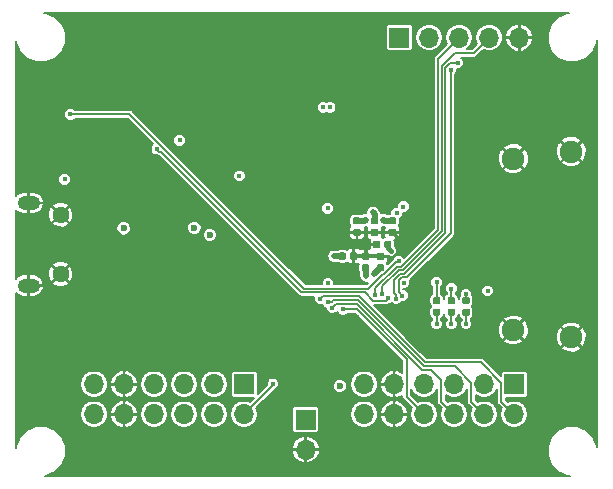
<source format=gbr>
G04 #@! TF.GenerationSoftware,KiCad,Pcbnew,5.0.2-bee76a0~70~ubuntu18.04.1*
G04 #@! TF.CreationDate,2020-08-11T13:50:02+01:00*
G04 #@! TF.ProjectId,picodvi,7069636f-6476-4692-9e6b-696361645f70,rev?*
G04 #@! TF.SameCoordinates,Original*
G04 #@! TF.FileFunction,Copper,L4,Bot*
G04 #@! TF.FilePolarity,Positive*
%FSLAX46Y46*%
G04 Gerber Fmt 4.6, Leading zero omitted, Abs format (unit mm)*
G04 Created by KiCad (PCBNEW 5.0.2-bee76a0~70~ubuntu18.04.1) date Tue 11 Aug 2020 13:50:02 BST*
%MOMM*%
%LPD*%
G01*
G04 APERTURE LIST*
G04 #@! TA.AperFunction,ComponentPad*
%ADD10C,1.900000*%
G04 #@! TD*
G04 #@! TA.AperFunction,Conductor*
%ADD11C,0.100000*%
G04 #@! TD*
G04 #@! TA.AperFunction,SMDPad,CuDef*
%ADD12C,0.590000*%
G04 #@! TD*
G04 #@! TA.AperFunction,ComponentPad*
%ADD13C,1.450000*%
G04 #@! TD*
G04 #@! TA.AperFunction,ComponentPad*
%ADD14O,1.900000X1.200000*%
G04 #@! TD*
G04 #@! TA.AperFunction,ComponentPad*
%ADD15R,1.700000X1.700000*%
G04 #@! TD*
G04 #@! TA.AperFunction,ComponentPad*
%ADD16O,1.700000X1.700000*%
G04 #@! TD*
G04 #@! TA.AperFunction,ViaPad*
%ADD17C,0.600000*%
G04 #@! TD*
G04 #@! TA.AperFunction,ViaPad*
%ADD18C,0.450000*%
G04 #@! TD*
G04 #@! TA.AperFunction,Conductor*
%ADD19C,0.500000*%
G04 #@! TD*
G04 #@! TA.AperFunction,Conductor*
%ADD20C,0.150000*%
G04 #@! TD*
G04 #@! TA.AperFunction,Conductor*
%ADD21C,0.450000*%
G04 #@! TD*
G04 #@! TA.AperFunction,Conductor*
%ADD22C,0.300000*%
G04 #@! TD*
G04 #@! TA.AperFunction,Conductor*
%ADD23C,0.200000*%
G04 #@! TD*
G04 APERTURE END LIST*
D10*
G04 #@! TO.P,J5,SH*
G04 #@! TO.N,GND*
X247400000Y-97150000D03*
X247400000Y-112850000D03*
X242500000Y-97750000D03*
X242500000Y-112250000D03*
G04 #@! TD*
D11*
G04 #@! TO.N,GND*
G04 #@! TO.C,C2*
G36*
X230186958Y-105720710D02*
X230201276Y-105722834D01*
X230215317Y-105726351D01*
X230228946Y-105731228D01*
X230242031Y-105737417D01*
X230254447Y-105744858D01*
X230266073Y-105753481D01*
X230276798Y-105763202D01*
X230286519Y-105773927D01*
X230295142Y-105785553D01*
X230302583Y-105797969D01*
X230308772Y-105811054D01*
X230313649Y-105824683D01*
X230317166Y-105838724D01*
X230319290Y-105853042D01*
X230320000Y-105867500D01*
X230320000Y-106162500D01*
X230319290Y-106176958D01*
X230317166Y-106191276D01*
X230313649Y-106205317D01*
X230308772Y-106218946D01*
X230302583Y-106232031D01*
X230295142Y-106244447D01*
X230286519Y-106256073D01*
X230276798Y-106266798D01*
X230266073Y-106276519D01*
X230254447Y-106285142D01*
X230242031Y-106292583D01*
X230228946Y-106298772D01*
X230215317Y-106303649D01*
X230201276Y-106307166D01*
X230186958Y-106309290D01*
X230172500Y-106310000D01*
X229827500Y-106310000D01*
X229813042Y-106309290D01*
X229798724Y-106307166D01*
X229784683Y-106303649D01*
X229771054Y-106298772D01*
X229757969Y-106292583D01*
X229745553Y-106285142D01*
X229733927Y-106276519D01*
X229723202Y-106266798D01*
X229713481Y-106256073D01*
X229704858Y-106244447D01*
X229697417Y-106232031D01*
X229691228Y-106218946D01*
X229686351Y-106205317D01*
X229682834Y-106191276D01*
X229680710Y-106176958D01*
X229680000Y-106162500D01*
X229680000Y-105867500D01*
X229680710Y-105853042D01*
X229682834Y-105838724D01*
X229686351Y-105824683D01*
X229691228Y-105811054D01*
X229697417Y-105797969D01*
X229704858Y-105785553D01*
X229713481Y-105773927D01*
X229723202Y-105763202D01*
X229733927Y-105753481D01*
X229745553Y-105744858D01*
X229757969Y-105737417D01*
X229771054Y-105731228D01*
X229784683Y-105726351D01*
X229798724Y-105722834D01*
X229813042Y-105720710D01*
X229827500Y-105720000D01*
X230172500Y-105720000D01*
X230186958Y-105720710D01*
X230186958Y-105720710D01*
G37*
D12*
G04 #@! TD*
G04 #@! TO.P,C2,2*
G04 #@! TO.N,GND*
X230000000Y-106015000D03*
D11*
G04 #@! TO.N,+3V3*
G04 #@! TO.C,C2*
G36*
X230186958Y-106690710D02*
X230201276Y-106692834D01*
X230215317Y-106696351D01*
X230228946Y-106701228D01*
X230242031Y-106707417D01*
X230254447Y-106714858D01*
X230266073Y-106723481D01*
X230276798Y-106733202D01*
X230286519Y-106743927D01*
X230295142Y-106755553D01*
X230302583Y-106767969D01*
X230308772Y-106781054D01*
X230313649Y-106794683D01*
X230317166Y-106808724D01*
X230319290Y-106823042D01*
X230320000Y-106837500D01*
X230320000Y-107132500D01*
X230319290Y-107146958D01*
X230317166Y-107161276D01*
X230313649Y-107175317D01*
X230308772Y-107188946D01*
X230302583Y-107202031D01*
X230295142Y-107214447D01*
X230286519Y-107226073D01*
X230276798Y-107236798D01*
X230266073Y-107246519D01*
X230254447Y-107255142D01*
X230242031Y-107262583D01*
X230228946Y-107268772D01*
X230215317Y-107273649D01*
X230201276Y-107277166D01*
X230186958Y-107279290D01*
X230172500Y-107280000D01*
X229827500Y-107280000D01*
X229813042Y-107279290D01*
X229798724Y-107277166D01*
X229784683Y-107273649D01*
X229771054Y-107268772D01*
X229757969Y-107262583D01*
X229745553Y-107255142D01*
X229733927Y-107246519D01*
X229723202Y-107236798D01*
X229713481Y-107226073D01*
X229704858Y-107214447D01*
X229697417Y-107202031D01*
X229691228Y-107188946D01*
X229686351Y-107175317D01*
X229682834Y-107161276D01*
X229680710Y-107146958D01*
X229680000Y-107132500D01*
X229680000Y-106837500D01*
X229680710Y-106823042D01*
X229682834Y-106808724D01*
X229686351Y-106794683D01*
X229691228Y-106781054D01*
X229697417Y-106767969D01*
X229704858Y-106755553D01*
X229713481Y-106743927D01*
X229723202Y-106733202D01*
X229733927Y-106723481D01*
X229745553Y-106714858D01*
X229757969Y-106707417D01*
X229771054Y-106701228D01*
X229784683Y-106696351D01*
X229798724Y-106692834D01*
X229813042Y-106690710D01*
X229827500Y-106690000D01*
X230172500Y-106690000D01*
X230186958Y-106690710D01*
X230186958Y-106690710D01*
G37*
D12*
G04 #@! TD*
G04 #@! TO.P,C2,1*
G04 #@! TO.N,+3V3*
X230000000Y-106985000D03*
D11*
G04 #@! TO.N,GND*
G04 #@! TO.C,C3*
G36*
X232436958Y-103690710D02*
X232451276Y-103692834D01*
X232465317Y-103696351D01*
X232478946Y-103701228D01*
X232492031Y-103707417D01*
X232504447Y-103714858D01*
X232516073Y-103723481D01*
X232526798Y-103733202D01*
X232536519Y-103743927D01*
X232545142Y-103755553D01*
X232552583Y-103767969D01*
X232558772Y-103781054D01*
X232563649Y-103794683D01*
X232567166Y-103808724D01*
X232569290Y-103823042D01*
X232570000Y-103837500D01*
X232570000Y-104132500D01*
X232569290Y-104146958D01*
X232567166Y-104161276D01*
X232563649Y-104175317D01*
X232558772Y-104188946D01*
X232552583Y-104202031D01*
X232545142Y-104214447D01*
X232536519Y-104226073D01*
X232526798Y-104236798D01*
X232516073Y-104246519D01*
X232504447Y-104255142D01*
X232492031Y-104262583D01*
X232478946Y-104268772D01*
X232465317Y-104273649D01*
X232451276Y-104277166D01*
X232436958Y-104279290D01*
X232422500Y-104280000D01*
X232077500Y-104280000D01*
X232063042Y-104279290D01*
X232048724Y-104277166D01*
X232034683Y-104273649D01*
X232021054Y-104268772D01*
X232007969Y-104262583D01*
X231995553Y-104255142D01*
X231983927Y-104246519D01*
X231973202Y-104236798D01*
X231963481Y-104226073D01*
X231954858Y-104214447D01*
X231947417Y-104202031D01*
X231941228Y-104188946D01*
X231936351Y-104175317D01*
X231932834Y-104161276D01*
X231930710Y-104146958D01*
X231930000Y-104132500D01*
X231930000Y-103837500D01*
X231930710Y-103823042D01*
X231932834Y-103808724D01*
X231936351Y-103794683D01*
X231941228Y-103781054D01*
X231947417Y-103767969D01*
X231954858Y-103755553D01*
X231963481Y-103743927D01*
X231973202Y-103733202D01*
X231983927Y-103723481D01*
X231995553Y-103714858D01*
X232007969Y-103707417D01*
X232021054Y-103701228D01*
X232034683Y-103696351D01*
X232048724Y-103692834D01*
X232063042Y-103690710D01*
X232077500Y-103690000D01*
X232422500Y-103690000D01*
X232436958Y-103690710D01*
X232436958Y-103690710D01*
G37*
D12*
G04 #@! TD*
G04 #@! TO.P,C3,2*
G04 #@! TO.N,GND*
X232250000Y-103985000D03*
D11*
G04 #@! TO.N,+1V1*
G04 #@! TO.C,C3*
G36*
X232436958Y-102720710D02*
X232451276Y-102722834D01*
X232465317Y-102726351D01*
X232478946Y-102731228D01*
X232492031Y-102737417D01*
X232504447Y-102744858D01*
X232516073Y-102753481D01*
X232526798Y-102763202D01*
X232536519Y-102773927D01*
X232545142Y-102785553D01*
X232552583Y-102797969D01*
X232558772Y-102811054D01*
X232563649Y-102824683D01*
X232567166Y-102838724D01*
X232569290Y-102853042D01*
X232570000Y-102867500D01*
X232570000Y-103162500D01*
X232569290Y-103176958D01*
X232567166Y-103191276D01*
X232563649Y-103205317D01*
X232558772Y-103218946D01*
X232552583Y-103232031D01*
X232545142Y-103244447D01*
X232536519Y-103256073D01*
X232526798Y-103266798D01*
X232516073Y-103276519D01*
X232504447Y-103285142D01*
X232492031Y-103292583D01*
X232478946Y-103298772D01*
X232465317Y-103303649D01*
X232451276Y-103307166D01*
X232436958Y-103309290D01*
X232422500Y-103310000D01*
X232077500Y-103310000D01*
X232063042Y-103309290D01*
X232048724Y-103307166D01*
X232034683Y-103303649D01*
X232021054Y-103298772D01*
X232007969Y-103292583D01*
X231995553Y-103285142D01*
X231983927Y-103276519D01*
X231973202Y-103266798D01*
X231963481Y-103256073D01*
X231954858Y-103244447D01*
X231947417Y-103232031D01*
X231941228Y-103218946D01*
X231936351Y-103205317D01*
X231932834Y-103191276D01*
X231930710Y-103176958D01*
X231930000Y-103162500D01*
X231930000Y-102867500D01*
X231930710Y-102853042D01*
X231932834Y-102838724D01*
X231936351Y-102824683D01*
X231941228Y-102811054D01*
X231947417Y-102797969D01*
X231954858Y-102785553D01*
X231963481Y-102773927D01*
X231973202Y-102763202D01*
X231983927Y-102753481D01*
X231995553Y-102744858D01*
X232007969Y-102737417D01*
X232021054Y-102731228D01*
X232034683Y-102726351D01*
X232048724Y-102722834D01*
X232063042Y-102720710D01*
X232077500Y-102720000D01*
X232422500Y-102720000D01*
X232436958Y-102720710D01*
X232436958Y-102720710D01*
G37*
D12*
G04 #@! TD*
G04 #@! TO.P,C3,1*
G04 #@! TO.N,+1V1*
X232250000Y-103015000D03*
D11*
G04 #@! TO.N,+3V3*
G04 #@! TO.C,C4*
G36*
X232046958Y-104680710D02*
X232061276Y-104682834D01*
X232075317Y-104686351D01*
X232088946Y-104691228D01*
X232102031Y-104697417D01*
X232114447Y-104704858D01*
X232126073Y-104713481D01*
X232136798Y-104723202D01*
X232146519Y-104733927D01*
X232155142Y-104745553D01*
X232162583Y-104757969D01*
X232168772Y-104771054D01*
X232173649Y-104784683D01*
X232177166Y-104798724D01*
X232179290Y-104813042D01*
X232180000Y-104827500D01*
X232180000Y-105172500D01*
X232179290Y-105186958D01*
X232177166Y-105201276D01*
X232173649Y-105215317D01*
X232168772Y-105228946D01*
X232162583Y-105242031D01*
X232155142Y-105254447D01*
X232146519Y-105266073D01*
X232136798Y-105276798D01*
X232126073Y-105286519D01*
X232114447Y-105295142D01*
X232102031Y-105302583D01*
X232088946Y-105308772D01*
X232075317Y-105313649D01*
X232061276Y-105317166D01*
X232046958Y-105319290D01*
X232032500Y-105320000D01*
X231737500Y-105320000D01*
X231723042Y-105319290D01*
X231708724Y-105317166D01*
X231694683Y-105313649D01*
X231681054Y-105308772D01*
X231667969Y-105302583D01*
X231655553Y-105295142D01*
X231643927Y-105286519D01*
X231633202Y-105276798D01*
X231623481Y-105266073D01*
X231614858Y-105254447D01*
X231607417Y-105242031D01*
X231601228Y-105228946D01*
X231596351Y-105215317D01*
X231592834Y-105201276D01*
X231590710Y-105186958D01*
X231590000Y-105172500D01*
X231590000Y-104827500D01*
X231590710Y-104813042D01*
X231592834Y-104798724D01*
X231596351Y-104784683D01*
X231601228Y-104771054D01*
X231607417Y-104757969D01*
X231614858Y-104745553D01*
X231623481Y-104733927D01*
X231633202Y-104723202D01*
X231643927Y-104713481D01*
X231655553Y-104704858D01*
X231667969Y-104697417D01*
X231681054Y-104691228D01*
X231694683Y-104686351D01*
X231708724Y-104682834D01*
X231723042Y-104680710D01*
X231737500Y-104680000D01*
X232032500Y-104680000D01*
X232046958Y-104680710D01*
X232046958Y-104680710D01*
G37*
D12*
G04 #@! TD*
G04 #@! TO.P,C4,1*
G04 #@! TO.N,+3V3*
X231885000Y-105000000D03*
D11*
G04 #@! TO.N,GND*
G04 #@! TO.C,C4*
G36*
X231076958Y-104680710D02*
X231091276Y-104682834D01*
X231105317Y-104686351D01*
X231118946Y-104691228D01*
X231132031Y-104697417D01*
X231144447Y-104704858D01*
X231156073Y-104713481D01*
X231166798Y-104723202D01*
X231176519Y-104733927D01*
X231185142Y-104745553D01*
X231192583Y-104757969D01*
X231198772Y-104771054D01*
X231203649Y-104784683D01*
X231207166Y-104798724D01*
X231209290Y-104813042D01*
X231210000Y-104827500D01*
X231210000Y-105172500D01*
X231209290Y-105186958D01*
X231207166Y-105201276D01*
X231203649Y-105215317D01*
X231198772Y-105228946D01*
X231192583Y-105242031D01*
X231185142Y-105254447D01*
X231176519Y-105266073D01*
X231166798Y-105276798D01*
X231156073Y-105286519D01*
X231144447Y-105295142D01*
X231132031Y-105302583D01*
X231118946Y-105308772D01*
X231105317Y-105313649D01*
X231091276Y-105317166D01*
X231076958Y-105319290D01*
X231062500Y-105320000D01*
X230767500Y-105320000D01*
X230753042Y-105319290D01*
X230738724Y-105317166D01*
X230724683Y-105313649D01*
X230711054Y-105308772D01*
X230697969Y-105302583D01*
X230685553Y-105295142D01*
X230673927Y-105286519D01*
X230663202Y-105276798D01*
X230653481Y-105266073D01*
X230644858Y-105254447D01*
X230637417Y-105242031D01*
X230631228Y-105228946D01*
X230626351Y-105215317D01*
X230622834Y-105201276D01*
X230620710Y-105186958D01*
X230620000Y-105172500D01*
X230620000Y-104827500D01*
X230620710Y-104813042D01*
X230622834Y-104798724D01*
X230626351Y-104784683D01*
X230631228Y-104771054D01*
X230637417Y-104757969D01*
X230644858Y-104745553D01*
X230653481Y-104733927D01*
X230663202Y-104723202D01*
X230673927Y-104713481D01*
X230685553Y-104704858D01*
X230697969Y-104697417D01*
X230711054Y-104691228D01*
X230724683Y-104686351D01*
X230738724Y-104682834D01*
X230753042Y-104680710D01*
X230767500Y-104680000D01*
X231062500Y-104680000D01*
X231076958Y-104680710D01*
X231076958Y-104680710D01*
G37*
D12*
G04 #@! TD*
G04 #@! TO.P,C4,2*
G04 #@! TO.N,GND*
X230915000Y-105000000D03*
D11*
G04 #@! TO.N,GND*
G04 #@! TO.C,C5*
G36*
X231436958Y-105720710D02*
X231451276Y-105722834D01*
X231465317Y-105726351D01*
X231478946Y-105731228D01*
X231492031Y-105737417D01*
X231504447Y-105744858D01*
X231516073Y-105753481D01*
X231526798Y-105763202D01*
X231536519Y-105773927D01*
X231545142Y-105785553D01*
X231552583Y-105797969D01*
X231558772Y-105811054D01*
X231563649Y-105824683D01*
X231567166Y-105838724D01*
X231569290Y-105853042D01*
X231570000Y-105867500D01*
X231570000Y-106162500D01*
X231569290Y-106176958D01*
X231567166Y-106191276D01*
X231563649Y-106205317D01*
X231558772Y-106218946D01*
X231552583Y-106232031D01*
X231545142Y-106244447D01*
X231536519Y-106256073D01*
X231526798Y-106266798D01*
X231516073Y-106276519D01*
X231504447Y-106285142D01*
X231492031Y-106292583D01*
X231478946Y-106298772D01*
X231465317Y-106303649D01*
X231451276Y-106307166D01*
X231436958Y-106309290D01*
X231422500Y-106310000D01*
X231077500Y-106310000D01*
X231063042Y-106309290D01*
X231048724Y-106307166D01*
X231034683Y-106303649D01*
X231021054Y-106298772D01*
X231007969Y-106292583D01*
X230995553Y-106285142D01*
X230983927Y-106276519D01*
X230973202Y-106266798D01*
X230963481Y-106256073D01*
X230954858Y-106244447D01*
X230947417Y-106232031D01*
X230941228Y-106218946D01*
X230936351Y-106205317D01*
X230932834Y-106191276D01*
X230930710Y-106176958D01*
X230930000Y-106162500D01*
X230930000Y-105867500D01*
X230930710Y-105853042D01*
X230932834Y-105838724D01*
X230936351Y-105824683D01*
X230941228Y-105811054D01*
X230947417Y-105797969D01*
X230954858Y-105785553D01*
X230963481Y-105773927D01*
X230973202Y-105763202D01*
X230983927Y-105753481D01*
X230995553Y-105744858D01*
X231007969Y-105737417D01*
X231021054Y-105731228D01*
X231034683Y-105726351D01*
X231048724Y-105722834D01*
X231063042Y-105720710D01*
X231077500Y-105720000D01*
X231422500Y-105720000D01*
X231436958Y-105720710D01*
X231436958Y-105720710D01*
G37*
D12*
G04 #@! TD*
G04 #@! TO.P,C5,2*
G04 #@! TO.N,GND*
X231250000Y-106015000D03*
D11*
G04 #@! TO.N,+1V1*
G04 #@! TO.C,C5*
G36*
X231436958Y-106690710D02*
X231451276Y-106692834D01*
X231465317Y-106696351D01*
X231478946Y-106701228D01*
X231492031Y-106707417D01*
X231504447Y-106714858D01*
X231516073Y-106723481D01*
X231526798Y-106733202D01*
X231536519Y-106743927D01*
X231545142Y-106755553D01*
X231552583Y-106767969D01*
X231558772Y-106781054D01*
X231563649Y-106794683D01*
X231567166Y-106808724D01*
X231569290Y-106823042D01*
X231570000Y-106837500D01*
X231570000Y-107132500D01*
X231569290Y-107146958D01*
X231567166Y-107161276D01*
X231563649Y-107175317D01*
X231558772Y-107188946D01*
X231552583Y-107202031D01*
X231545142Y-107214447D01*
X231536519Y-107226073D01*
X231526798Y-107236798D01*
X231516073Y-107246519D01*
X231504447Y-107255142D01*
X231492031Y-107262583D01*
X231478946Y-107268772D01*
X231465317Y-107273649D01*
X231451276Y-107277166D01*
X231436958Y-107279290D01*
X231422500Y-107280000D01*
X231077500Y-107280000D01*
X231063042Y-107279290D01*
X231048724Y-107277166D01*
X231034683Y-107273649D01*
X231021054Y-107268772D01*
X231007969Y-107262583D01*
X230995553Y-107255142D01*
X230983927Y-107246519D01*
X230973202Y-107236798D01*
X230963481Y-107226073D01*
X230954858Y-107214447D01*
X230947417Y-107202031D01*
X230941228Y-107188946D01*
X230936351Y-107175317D01*
X230932834Y-107161276D01*
X230930710Y-107146958D01*
X230930000Y-107132500D01*
X230930000Y-106837500D01*
X230930710Y-106823042D01*
X230932834Y-106808724D01*
X230936351Y-106794683D01*
X230941228Y-106781054D01*
X230947417Y-106767969D01*
X230954858Y-106755553D01*
X230963481Y-106743927D01*
X230973202Y-106733202D01*
X230983927Y-106723481D01*
X230995553Y-106714858D01*
X231007969Y-106707417D01*
X231021054Y-106701228D01*
X231034683Y-106696351D01*
X231048724Y-106692834D01*
X231063042Y-106690710D01*
X231077500Y-106690000D01*
X231422500Y-106690000D01*
X231436958Y-106690710D01*
X231436958Y-106690710D01*
G37*
D12*
G04 #@! TD*
G04 #@! TO.P,C5,1*
G04 #@! TO.N,+1V1*
X231250000Y-106985000D03*
D11*
G04 #@! TO.N,GND*
G04 #@! TO.C,C6*
G36*
X229146958Y-105680710D02*
X229161276Y-105682834D01*
X229175317Y-105686351D01*
X229188946Y-105691228D01*
X229202031Y-105697417D01*
X229214447Y-105704858D01*
X229226073Y-105713481D01*
X229236798Y-105723202D01*
X229246519Y-105733927D01*
X229255142Y-105745553D01*
X229262583Y-105757969D01*
X229268772Y-105771054D01*
X229273649Y-105784683D01*
X229277166Y-105798724D01*
X229279290Y-105813042D01*
X229280000Y-105827500D01*
X229280000Y-106172500D01*
X229279290Y-106186958D01*
X229277166Y-106201276D01*
X229273649Y-106215317D01*
X229268772Y-106228946D01*
X229262583Y-106242031D01*
X229255142Y-106254447D01*
X229246519Y-106266073D01*
X229236798Y-106276798D01*
X229226073Y-106286519D01*
X229214447Y-106295142D01*
X229202031Y-106302583D01*
X229188946Y-106308772D01*
X229175317Y-106313649D01*
X229161276Y-106317166D01*
X229146958Y-106319290D01*
X229132500Y-106320000D01*
X228837500Y-106320000D01*
X228823042Y-106319290D01*
X228808724Y-106317166D01*
X228794683Y-106313649D01*
X228781054Y-106308772D01*
X228767969Y-106302583D01*
X228755553Y-106295142D01*
X228743927Y-106286519D01*
X228733202Y-106276798D01*
X228723481Y-106266073D01*
X228714858Y-106254447D01*
X228707417Y-106242031D01*
X228701228Y-106228946D01*
X228696351Y-106215317D01*
X228692834Y-106201276D01*
X228690710Y-106186958D01*
X228690000Y-106172500D01*
X228690000Y-105827500D01*
X228690710Y-105813042D01*
X228692834Y-105798724D01*
X228696351Y-105784683D01*
X228701228Y-105771054D01*
X228707417Y-105757969D01*
X228714858Y-105745553D01*
X228723481Y-105733927D01*
X228733202Y-105723202D01*
X228743927Y-105713481D01*
X228755553Y-105704858D01*
X228767969Y-105697417D01*
X228781054Y-105691228D01*
X228794683Y-105686351D01*
X228808724Y-105682834D01*
X228823042Y-105680710D01*
X228837500Y-105680000D01*
X229132500Y-105680000D01*
X229146958Y-105680710D01*
X229146958Y-105680710D01*
G37*
D12*
G04 #@! TD*
G04 #@! TO.P,C6,2*
G04 #@! TO.N,GND*
X228985000Y-106000000D03*
D11*
G04 #@! TO.N,+3V3*
G04 #@! TO.C,C6*
G36*
X228176958Y-105680710D02*
X228191276Y-105682834D01*
X228205317Y-105686351D01*
X228218946Y-105691228D01*
X228232031Y-105697417D01*
X228244447Y-105704858D01*
X228256073Y-105713481D01*
X228266798Y-105723202D01*
X228276519Y-105733927D01*
X228285142Y-105745553D01*
X228292583Y-105757969D01*
X228298772Y-105771054D01*
X228303649Y-105784683D01*
X228307166Y-105798724D01*
X228309290Y-105813042D01*
X228310000Y-105827500D01*
X228310000Y-106172500D01*
X228309290Y-106186958D01*
X228307166Y-106201276D01*
X228303649Y-106215317D01*
X228298772Y-106228946D01*
X228292583Y-106242031D01*
X228285142Y-106254447D01*
X228276519Y-106266073D01*
X228266798Y-106276798D01*
X228256073Y-106286519D01*
X228244447Y-106295142D01*
X228232031Y-106302583D01*
X228218946Y-106308772D01*
X228205317Y-106313649D01*
X228191276Y-106317166D01*
X228176958Y-106319290D01*
X228162500Y-106320000D01*
X227867500Y-106320000D01*
X227853042Y-106319290D01*
X227838724Y-106317166D01*
X227824683Y-106313649D01*
X227811054Y-106308772D01*
X227797969Y-106302583D01*
X227785553Y-106295142D01*
X227773927Y-106286519D01*
X227763202Y-106276798D01*
X227753481Y-106266073D01*
X227744858Y-106254447D01*
X227737417Y-106242031D01*
X227731228Y-106228946D01*
X227726351Y-106215317D01*
X227722834Y-106201276D01*
X227720710Y-106186958D01*
X227720000Y-106172500D01*
X227720000Y-105827500D01*
X227720710Y-105813042D01*
X227722834Y-105798724D01*
X227726351Y-105784683D01*
X227731228Y-105771054D01*
X227737417Y-105757969D01*
X227744858Y-105745553D01*
X227753481Y-105733927D01*
X227763202Y-105723202D01*
X227773927Y-105713481D01*
X227785553Y-105704858D01*
X227797969Y-105697417D01*
X227811054Y-105691228D01*
X227824683Y-105686351D01*
X227838724Y-105682834D01*
X227853042Y-105680710D01*
X227867500Y-105680000D01*
X228162500Y-105680000D01*
X228176958Y-105680710D01*
X228176958Y-105680710D01*
G37*
D12*
G04 #@! TD*
G04 #@! TO.P,C6,1*
G04 #@! TO.N,+3V3*
X228015000Y-106000000D03*
D11*
G04 #@! TO.N,+1V1*
G04 #@! TO.C,C8*
G36*
X229436958Y-102720710D02*
X229451276Y-102722834D01*
X229465317Y-102726351D01*
X229478946Y-102731228D01*
X229492031Y-102737417D01*
X229504447Y-102744858D01*
X229516073Y-102753481D01*
X229526798Y-102763202D01*
X229536519Y-102773927D01*
X229545142Y-102785553D01*
X229552583Y-102797969D01*
X229558772Y-102811054D01*
X229563649Y-102824683D01*
X229567166Y-102838724D01*
X229569290Y-102853042D01*
X229570000Y-102867500D01*
X229570000Y-103162500D01*
X229569290Y-103176958D01*
X229567166Y-103191276D01*
X229563649Y-103205317D01*
X229558772Y-103218946D01*
X229552583Y-103232031D01*
X229545142Y-103244447D01*
X229536519Y-103256073D01*
X229526798Y-103266798D01*
X229516073Y-103276519D01*
X229504447Y-103285142D01*
X229492031Y-103292583D01*
X229478946Y-103298772D01*
X229465317Y-103303649D01*
X229451276Y-103307166D01*
X229436958Y-103309290D01*
X229422500Y-103310000D01*
X229077500Y-103310000D01*
X229063042Y-103309290D01*
X229048724Y-103307166D01*
X229034683Y-103303649D01*
X229021054Y-103298772D01*
X229007969Y-103292583D01*
X228995553Y-103285142D01*
X228983927Y-103276519D01*
X228973202Y-103266798D01*
X228963481Y-103256073D01*
X228954858Y-103244447D01*
X228947417Y-103232031D01*
X228941228Y-103218946D01*
X228936351Y-103205317D01*
X228932834Y-103191276D01*
X228930710Y-103176958D01*
X228930000Y-103162500D01*
X228930000Y-102867500D01*
X228930710Y-102853042D01*
X228932834Y-102838724D01*
X228936351Y-102824683D01*
X228941228Y-102811054D01*
X228947417Y-102797969D01*
X228954858Y-102785553D01*
X228963481Y-102773927D01*
X228973202Y-102763202D01*
X228983927Y-102753481D01*
X228995553Y-102744858D01*
X229007969Y-102737417D01*
X229021054Y-102731228D01*
X229034683Y-102726351D01*
X229048724Y-102722834D01*
X229063042Y-102720710D01*
X229077500Y-102720000D01*
X229422500Y-102720000D01*
X229436958Y-102720710D01*
X229436958Y-102720710D01*
G37*
D12*
G04 #@! TD*
G04 #@! TO.P,C8,1*
G04 #@! TO.N,+1V1*
X229250000Y-103015000D03*
D11*
G04 #@! TO.N,GND*
G04 #@! TO.C,C8*
G36*
X229436958Y-103690710D02*
X229451276Y-103692834D01*
X229465317Y-103696351D01*
X229478946Y-103701228D01*
X229492031Y-103707417D01*
X229504447Y-103714858D01*
X229516073Y-103723481D01*
X229526798Y-103733202D01*
X229536519Y-103743927D01*
X229545142Y-103755553D01*
X229552583Y-103767969D01*
X229558772Y-103781054D01*
X229563649Y-103794683D01*
X229567166Y-103808724D01*
X229569290Y-103823042D01*
X229570000Y-103837500D01*
X229570000Y-104132500D01*
X229569290Y-104146958D01*
X229567166Y-104161276D01*
X229563649Y-104175317D01*
X229558772Y-104188946D01*
X229552583Y-104202031D01*
X229545142Y-104214447D01*
X229536519Y-104226073D01*
X229526798Y-104236798D01*
X229516073Y-104246519D01*
X229504447Y-104255142D01*
X229492031Y-104262583D01*
X229478946Y-104268772D01*
X229465317Y-104273649D01*
X229451276Y-104277166D01*
X229436958Y-104279290D01*
X229422500Y-104280000D01*
X229077500Y-104280000D01*
X229063042Y-104279290D01*
X229048724Y-104277166D01*
X229034683Y-104273649D01*
X229021054Y-104268772D01*
X229007969Y-104262583D01*
X228995553Y-104255142D01*
X228983927Y-104246519D01*
X228973202Y-104236798D01*
X228963481Y-104226073D01*
X228954858Y-104214447D01*
X228947417Y-104202031D01*
X228941228Y-104188946D01*
X228936351Y-104175317D01*
X228932834Y-104161276D01*
X228930710Y-104146958D01*
X228930000Y-104132500D01*
X228930000Y-103837500D01*
X228930710Y-103823042D01*
X228932834Y-103808724D01*
X228936351Y-103794683D01*
X228941228Y-103781054D01*
X228947417Y-103767969D01*
X228954858Y-103755553D01*
X228963481Y-103743927D01*
X228973202Y-103733202D01*
X228983927Y-103723481D01*
X228995553Y-103714858D01*
X229007969Y-103707417D01*
X229021054Y-103701228D01*
X229034683Y-103696351D01*
X229048724Y-103692834D01*
X229063042Y-103690710D01*
X229077500Y-103690000D01*
X229422500Y-103690000D01*
X229436958Y-103690710D01*
X229436958Y-103690710D01*
G37*
D12*
G04 #@! TD*
G04 #@! TO.P,C8,2*
G04 #@! TO.N,GND*
X229250000Y-103985000D03*
D11*
G04 #@! TO.N,+3V3*
G04 #@! TO.C,C9*
G36*
X230936958Y-102720710D02*
X230951276Y-102722834D01*
X230965317Y-102726351D01*
X230978946Y-102731228D01*
X230992031Y-102737417D01*
X231004447Y-102744858D01*
X231016073Y-102753481D01*
X231026798Y-102763202D01*
X231036519Y-102773927D01*
X231045142Y-102785553D01*
X231052583Y-102797969D01*
X231058772Y-102811054D01*
X231063649Y-102824683D01*
X231067166Y-102838724D01*
X231069290Y-102853042D01*
X231070000Y-102867500D01*
X231070000Y-103162500D01*
X231069290Y-103176958D01*
X231067166Y-103191276D01*
X231063649Y-103205317D01*
X231058772Y-103218946D01*
X231052583Y-103232031D01*
X231045142Y-103244447D01*
X231036519Y-103256073D01*
X231026798Y-103266798D01*
X231016073Y-103276519D01*
X231004447Y-103285142D01*
X230992031Y-103292583D01*
X230978946Y-103298772D01*
X230965317Y-103303649D01*
X230951276Y-103307166D01*
X230936958Y-103309290D01*
X230922500Y-103310000D01*
X230577500Y-103310000D01*
X230563042Y-103309290D01*
X230548724Y-103307166D01*
X230534683Y-103303649D01*
X230521054Y-103298772D01*
X230507969Y-103292583D01*
X230495553Y-103285142D01*
X230483927Y-103276519D01*
X230473202Y-103266798D01*
X230463481Y-103256073D01*
X230454858Y-103244447D01*
X230447417Y-103232031D01*
X230441228Y-103218946D01*
X230436351Y-103205317D01*
X230432834Y-103191276D01*
X230430710Y-103176958D01*
X230430000Y-103162500D01*
X230430000Y-102867500D01*
X230430710Y-102853042D01*
X230432834Y-102838724D01*
X230436351Y-102824683D01*
X230441228Y-102811054D01*
X230447417Y-102797969D01*
X230454858Y-102785553D01*
X230463481Y-102773927D01*
X230473202Y-102763202D01*
X230483927Y-102753481D01*
X230495553Y-102744858D01*
X230507969Y-102737417D01*
X230521054Y-102731228D01*
X230534683Y-102726351D01*
X230548724Y-102722834D01*
X230563042Y-102720710D01*
X230577500Y-102720000D01*
X230922500Y-102720000D01*
X230936958Y-102720710D01*
X230936958Y-102720710D01*
G37*
D12*
G04 #@! TD*
G04 #@! TO.P,C9,1*
G04 #@! TO.N,+3V3*
X230750000Y-103015000D03*
D11*
G04 #@! TO.N,GND*
G04 #@! TO.C,C9*
G36*
X230936958Y-103690710D02*
X230951276Y-103692834D01*
X230965317Y-103696351D01*
X230978946Y-103701228D01*
X230992031Y-103707417D01*
X231004447Y-103714858D01*
X231016073Y-103723481D01*
X231026798Y-103733202D01*
X231036519Y-103743927D01*
X231045142Y-103755553D01*
X231052583Y-103767969D01*
X231058772Y-103781054D01*
X231063649Y-103794683D01*
X231067166Y-103808724D01*
X231069290Y-103823042D01*
X231070000Y-103837500D01*
X231070000Y-104132500D01*
X231069290Y-104146958D01*
X231067166Y-104161276D01*
X231063649Y-104175317D01*
X231058772Y-104188946D01*
X231052583Y-104202031D01*
X231045142Y-104214447D01*
X231036519Y-104226073D01*
X231026798Y-104236798D01*
X231016073Y-104246519D01*
X231004447Y-104255142D01*
X230992031Y-104262583D01*
X230978946Y-104268772D01*
X230965317Y-104273649D01*
X230951276Y-104277166D01*
X230936958Y-104279290D01*
X230922500Y-104280000D01*
X230577500Y-104280000D01*
X230563042Y-104279290D01*
X230548724Y-104277166D01*
X230534683Y-104273649D01*
X230521054Y-104268772D01*
X230507969Y-104262583D01*
X230495553Y-104255142D01*
X230483927Y-104246519D01*
X230473202Y-104236798D01*
X230463481Y-104226073D01*
X230454858Y-104214447D01*
X230447417Y-104202031D01*
X230441228Y-104188946D01*
X230436351Y-104175317D01*
X230432834Y-104161276D01*
X230430710Y-104146958D01*
X230430000Y-104132500D01*
X230430000Y-103837500D01*
X230430710Y-103823042D01*
X230432834Y-103808724D01*
X230436351Y-103794683D01*
X230441228Y-103781054D01*
X230447417Y-103767969D01*
X230454858Y-103755553D01*
X230463481Y-103743927D01*
X230473202Y-103733202D01*
X230483927Y-103723481D01*
X230495553Y-103714858D01*
X230507969Y-103707417D01*
X230521054Y-103701228D01*
X230534683Y-103696351D01*
X230548724Y-103692834D01*
X230563042Y-103690710D01*
X230577500Y-103690000D01*
X230922500Y-103690000D01*
X230936958Y-103690710D01*
X230936958Y-103690710D01*
G37*
D12*
G04 #@! TD*
G04 #@! TO.P,C9,2*
G04 #@! TO.N,GND*
X230750000Y-103985000D03*
D13*
G04 #@! TO.P,J1,6*
G04 #@! TO.N,GND*
X204162500Y-102500000D03*
X204162500Y-107500000D03*
D14*
X201462500Y-101500000D03*
X201462500Y-108500000D03*
G04 #@! TD*
D15*
G04 #@! TO.P,J3,1*
G04 #@! TO.N,/PMOD0_0*
X219710000Y-116840000D03*
D16*
G04 #@! TO.P,J3,2*
G04 #@! TO.N,/PMOD0_4*
X219710000Y-119380000D03*
G04 #@! TO.P,J3,3*
G04 #@! TO.N,/PMOD0_1*
X217170000Y-116840000D03*
G04 #@! TO.P,J3,4*
G04 #@! TO.N,/PMOD0_5*
X217170000Y-119380000D03*
G04 #@! TO.P,J3,5*
G04 #@! TO.N,/PMOD0_2*
X214630000Y-116840000D03*
G04 #@! TO.P,J3,6*
G04 #@! TO.N,/PMOD0_6*
X214630000Y-119380000D03*
G04 #@! TO.P,J3,7*
G04 #@! TO.N,/PMOD0_3*
X212090000Y-116840000D03*
G04 #@! TO.P,J3,8*
G04 #@! TO.N,/PMOD0_7*
X212090000Y-119380000D03*
G04 #@! TO.P,J3,9*
G04 #@! TO.N,GND*
X209550000Y-116840000D03*
G04 #@! TO.P,J3,10*
X209550000Y-119380000D03*
G04 #@! TO.P,J3,11*
G04 #@! TO.N,+3V3*
X207010000Y-116840000D03*
G04 #@! TO.P,J3,12*
X207010000Y-119380000D03*
G04 #@! TD*
G04 #@! TO.P,J4,12*
G04 #@! TO.N,+3V3*
X229870000Y-119380000D03*
G04 #@! TO.P,J4,11*
X229870000Y-116840000D03*
G04 #@! TO.P,J4,10*
G04 #@! TO.N,GND*
X232410000Y-119380000D03*
G04 #@! TO.P,J4,9*
X232410000Y-116840000D03*
G04 #@! TO.P,J4,8*
G04 #@! TO.N,/PMOD1_7*
X234950000Y-119380000D03*
G04 #@! TO.P,J4,7*
G04 #@! TO.N,/PMOD1_3*
X234950000Y-116840000D03*
G04 #@! TO.P,J4,6*
G04 #@! TO.N,/PMOD1_6*
X237490000Y-119380000D03*
G04 #@! TO.P,J4,5*
G04 #@! TO.N,/PMOD1_2*
X237490000Y-116840000D03*
G04 #@! TO.P,J4,4*
G04 #@! TO.N,/PMOD1_5*
X240030000Y-119380000D03*
G04 #@! TO.P,J4,3*
G04 #@! TO.N,/PMOD1_1*
X240030000Y-116840000D03*
G04 #@! TO.P,J4,2*
G04 #@! TO.N,/PMOD1_4*
X242570000Y-119380000D03*
D15*
G04 #@! TO.P,J4,1*
G04 #@! TO.N,/PMOD1_0*
X242570000Y-116840000D03*
G04 #@! TD*
D11*
G04 #@! TO.N,+3V3*
G04 #@! TO.C,R7*
G36*
X236186958Y-110440710D02*
X236201276Y-110442834D01*
X236215317Y-110446351D01*
X236228946Y-110451228D01*
X236242031Y-110457417D01*
X236254447Y-110464858D01*
X236266073Y-110473481D01*
X236276798Y-110483202D01*
X236286519Y-110493927D01*
X236295142Y-110505553D01*
X236302583Y-110517969D01*
X236308772Y-110531054D01*
X236313649Y-110544683D01*
X236317166Y-110558724D01*
X236319290Y-110573042D01*
X236320000Y-110587500D01*
X236320000Y-110882500D01*
X236319290Y-110896958D01*
X236317166Y-110911276D01*
X236313649Y-110925317D01*
X236308772Y-110938946D01*
X236302583Y-110952031D01*
X236295142Y-110964447D01*
X236286519Y-110976073D01*
X236276798Y-110986798D01*
X236266073Y-110996519D01*
X236254447Y-111005142D01*
X236242031Y-111012583D01*
X236228946Y-111018772D01*
X236215317Y-111023649D01*
X236201276Y-111027166D01*
X236186958Y-111029290D01*
X236172500Y-111030000D01*
X235827500Y-111030000D01*
X235813042Y-111029290D01*
X235798724Y-111027166D01*
X235784683Y-111023649D01*
X235771054Y-111018772D01*
X235757969Y-111012583D01*
X235745553Y-111005142D01*
X235733927Y-110996519D01*
X235723202Y-110986798D01*
X235713481Y-110976073D01*
X235704858Y-110964447D01*
X235697417Y-110952031D01*
X235691228Y-110938946D01*
X235686351Y-110925317D01*
X235682834Y-110911276D01*
X235680710Y-110896958D01*
X235680000Y-110882500D01*
X235680000Y-110587500D01*
X235680710Y-110573042D01*
X235682834Y-110558724D01*
X235686351Y-110544683D01*
X235691228Y-110531054D01*
X235697417Y-110517969D01*
X235704858Y-110505553D01*
X235713481Y-110493927D01*
X235723202Y-110483202D01*
X235733927Y-110473481D01*
X235745553Y-110464858D01*
X235757969Y-110457417D01*
X235771054Y-110451228D01*
X235784683Y-110446351D01*
X235798724Y-110442834D01*
X235813042Y-110440710D01*
X235827500Y-110440000D01*
X236172500Y-110440000D01*
X236186958Y-110440710D01*
X236186958Y-110440710D01*
G37*
D12*
G04 #@! TD*
G04 #@! TO.P,R7,1*
G04 #@! TO.N,+3V3*
X236000000Y-110735000D03*
D11*
G04 #@! TO.N,/uC_DVI_CEC*
G04 #@! TO.C,R7*
G36*
X236186958Y-109470710D02*
X236201276Y-109472834D01*
X236215317Y-109476351D01*
X236228946Y-109481228D01*
X236242031Y-109487417D01*
X236254447Y-109494858D01*
X236266073Y-109503481D01*
X236276798Y-109513202D01*
X236286519Y-109523927D01*
X236295142Y-109535553D01*
X236302583Y-109547969D01*
X236308772Y-109561054D01*
X236313649Y-109574683D01*
X236317166Y-109588724D01*
X236319290Y-109603042D01*
X236320000Y-109617500D01*
X236320000Y-109912500D01*
X236319290Y-109926958D01*
X236317166Y-109941276D01*
X236313649Y-109955317D01*
X236308772Y-109968946D01*
X236302583Y-109982031D01*
X236295142Y-109994447D01*
X236286519Y-110006073D01*
X236276798Y-110016798D01*
X236266073Y-110026519D01*
X236254447Y-110035142D01*
X236242031Y-110042583D01*
X236228946Y-110048772D01*
X236215317Y-110053649D01*
X236201276Y-110057166D01*
X236186958Y-110059290D01*
X236172500Y-110060000D01*
X235827500Y-110060000D01*
X235813042Y-110059290D01*
X235798724Y-110057166D01*
X235784683Y-110053649D01*
X235771054Y-110048772D01*
X235757969Y-110042583D01*
X235745553Y-110035142D01*
X235733927Y-110026519D01*
X235723202Y-110016798D01*
X235713481Y-110006073D01*
X235704858Y-109994447D01*
X235697417Y-109982031D01*
X235691228Y-109968946D01*
X235686351Y-109955317D01*
X235682834Y-109941276D01*
X235680710Y-109926958D01*
X235680000Y-109912500D01*
X235680000Y-109617500D01*
X235680710Y-109603042D01*
X235682834Y-109588724D01*
X235686351Y-109574683D01*
X235691228Y-109561054D01*
X235697417Y-109547969D01*
X235704858Y-109535553D01*
X235713481Y-109523927D01*
X235723202Y-109513202D01*
X235733927Y-109503481D01*
X235745553Y-109494858D01*
X235757969Y-109487417D01*
X235771054Y-109481228D01*
X235784683Y-109476351D01*
X235798724Y-109472834D01*
X235813042Y-109470710D01*
X235827500Y-109470000D01*
X236172500Y-109470000D01*
X236186958Y-109470710D01*
X236186958Y-109470710D01*
G37*
D12*
G04 #@! TD*
G04 #@! TO.P,R7,2*
G04 #@! TO.N,/uC_DVI_CEC*
X236000000Y-109765000D03*
D11*
G04 #@! TO.N,VBUS*
G04 #@! TO.C,R8*
G36*
X237436958Y-110440710D02*
X237451276Y-110442834D01*
X237465317Y-110446351D01*
X237478946Y-110451228D01*
X237492031Y-110457417D01*
X237504447Y-110464858D01*
X237516073Y-110473481D01*
X237526798Y-110483202D01*
X237536519Y-110493927D01*
X237545142Y-110505553D01*
X237552583Y-110517969D01*
X237558772Y-110531054D01*
X237563649Y-110544683D01*
X237567166Y-110558724D01*
X237569290Y-110573042D01*
X237570000Y-110587500D01*
X237570000Y-110882500D01*
X237569290Y-110896958D01*
X237567166Y-110911276D01*
X237563649Y-110925317D01*
X237558772Y-110938946D01*
X237552583Y-110952031D01*
X237545142Y-110964447D01*
X237536519Y-110976073D01*
X237526798Y-110986798D01*
X237516073Y-110996519D01*
X237504447Y-111005142D01*
X237492031Y-111012583D01*
X237478946Y-111018772D01*
X237465317Y-111023649D01*
X237451276Y-111027166D01*
X237436958Y-111029290D01*
X237422500Y-111030000D01*
X237077500Y-111030000D01*
X237063042Y-111029290D01*
X237048724Y-111027166D01*
X237034683Y-111023649D01*
X237021054Y-111018772D01*
X237007969Y-111012583D01*
X236995553Y-111005142D01*
X236983927Y-110996519D01*
X236973202Y-110986798D01*
X236963481Y-110976073D01*
X236954858Y-110964447D01*
X236947417Y-110952031D01*
X236941228Y-110938946D01*
X236936351Y-110925317D01*
X236932834Y-110911276D01*
X236930710Y-110896958D01*
X236930000Y-110882500D01*
X236930000Y-110587500D01*
X236930710Y-110573042D01*
X236932834Y-110558724D01*
X236936351Y-110544683D01*
X236941228Y-110531054D01*
X236947417Y-110517969D01*
X236954858Y-110505553D01*
X236963481Y-110493927D01*
X236973202Y-110483202D01*
X236983927Y-110473481D01*
X236995553Y-110464858D01*
X237007969Y-110457417D01*
X237021054Y-110451228D01*
X237034683Y-110446351D01*
X237048724Y-110442834D01*
X237063042Y-110440710D01*
X237077500Y-110440000D01*
X237422500Y-110440000D01*
X237436958Y-110440710D01*
X237436958Y-110440710D01*
G37*
D12*
G04 #@! TD*
G04 #@! TO.P,R8,1*
G04 #@! TO.N,VBUS*
X237250000Y-110735000D03*
D11*
G04 #@! TO.N,/uC_DVI_SCL*
G04 #@! TO.C,R8*
G36*
X237436958Y-109470710D02*
X237451276Y-109472834D01*
X237465317Y-109476351D01*
X237478946Y-109481228D01*
X237492031Y-109487417D01*
X237504447Y-109494858D01*
X237516073Y-109503481D01*
X237526798Y-109513202D01*
X237536519Y-109523927D01*
X237545142Y-109535553D01*
X237552583Y-109547969D01*
X237558772Y-109561054D01*
X237563649Y-109574683D01*
X237567166Y-109588724D01*
X237569290Y-109603042D01*
X237570000Y-109617500D01*
X237570000Y-109912500D01*
X237569290Y-109926958D01*
X237567166Y-109941276D01*
X237563649Y-109955317D01*
X237558772Y-109968946D01*
X237552583Y-109982031D01*
X237545142Y-109994447D01*
X237536519Y-110006073D01*
X237526798Y-110016798D01*
X237516073Y-110026519D01*
X237504447Y-110035142D01*
X237492031Y-110042583D01*
X237478946Y-110048772D01*
X237465317Y-110053649D01*
X237451276Y-110057166D01*
X237436958Y-110059290D01*
X237422500Y-110060000D01*
X237077500Y-110060000D01*
X237063042Y-110059290D01*
X237048724Y-110057166D01*
X237034683Y-110053649D01*
X237021054Y-110048772D01*
X237007969Y-110042583D01*
X236995553Y-110035142D01*
X236983927Y-110026519D01*
X236973202Y-110016798D01*
X236963481Y-110006073D01*
X236954858Y-109994447D01*
X236947417Y-109982031D01*
X236941228Y-109968946D01*
X236936351Y-109955317D01*
X236932834Y-109941276D01*
X236930710Y-109926958D01*
X236930000Y-109912500D01*
X236930000Y-109617500D01*
X236930710Y-109603042D01*
X236932834Y-109588724D01*
X236936351Y-109574683D01*
X236941228Y-109561054D01*
X236947417Y-109547969D01*
X236954858Y-109535553D01*
X236963481Y-109523927D01*
X236973202Y-109513202D01*
X236983927Y-109503481D01*
X236995553Y-109494858D01*
X237007969Y-109487417D01*
X237021054Y-109481228D01*
X237034683Y-109476351D01*
X237048724Y-109472834D01*
X237063042Y-109470710D01*
X237077500Y-109470000D01*
X237422500Y-109470000D01*
X237436958Y-109470710D01*
X237436958Y-109470710D01*
G37*
D12*
G04 #@! TD*
G04 #@! TO.P,R8,2*
G04 #@! TO.N,/uC_DVI_SCL*
X237250000Y-109765000D03*
D11*
G04 #@! TO.N,VBUS*
G04 #@! TO.C,R9*
G36*
X238686958Y-110440710D02*
X238701276Y-110442834D01*
X238715317Y-110446351D01*
X238728946Y-110451228D01*
X238742031Y-110457417D01*
X238754447Y-110464858D01*
X238766073Y-110473481D01*
X238776798Y-110483202D01*
X238786519Y-110493927D01*
X238795142Y-110505553D01*
X238802583Y-110517969D01*
X238808772Y-110531054D01*
X238813649Y-110544683D01*
X238817166Y-110558724D01*
X238819290Y-110573042D01*
X238820000Y-110587500D01*
X238820000Y-110882500D01*
X238819290Y-110896958D01*
X238817166Y-110911276D01*
X238813649Y-110925317D01*
X238808772Y-110938946D01*
X238802583Y-110952031D01*
X238795142Y-110964447D01*
X238786519Y-110976073D01*
X238776798Y-110986798D01*
X238766073Y-110996519D01*
X238754447Y-111005142D01*
X238742031Y-111012583D01*
X238728946Y-111018772D01*
X238715317Y-111023649D01*
X238701276Y-111027166D01*
X238686958Y-111029290D01*
X238672500Y-111030000D01*
X238327500Y-111030000D01*
X238313042Y-111029290D01*
X238298724Y-111027166D01*
X238284683Y-111023649D01*
X238271054Y-111018772D01*
X238257969Y-111012583D01*
X238245553Y-111005142D01*
X238233927Y-110996519D01*
X238223202Y-110986798D01*
X238213481Y-110976073D01*
X238204858Y-110964447D01*
X238197417Y-110952031D01*
X238191228Y-110938946D01*
X238186351Y-110925317D01*
X238182834Y-110911276D01*
X238180710Y-110896958D01*
X238180000Y-110882500D01*
X238180000Y-110587500D01*
X238180710Y-110573042D01*
X238182834Y-110558724D01*
X238186351Y-110544683D01*
X238191228Y-110531054D01*
X238197417Y-110517969D01*
X238204858Y-110505553D01*
X238213481Y-110493927D01*
X238223202Y-110483202D01*
X238233927Y-110473481D01*
X238245553Y-110464858D01*
X238257969Y-110457417D01*
X238271054Y-110451228D01*
X238284683Y-110446351D01*
X238298724Y-110442834D01*
X238313042Y-110440710D01*
X238327500Y-110440000D01*
X238672500Y-110440000D01*
X238686958Y-110440710D01*
X238686958Y-110440710D01*
G37*
D12*
G04 #@! TD*
G04 #@! TO.P,R9,1*
G04 #@! TO.N,VBUS*
X238500000Y-110735000D03*
D11*
G04 #@! TO.N,/uC_DVI_SDA*
G04 #@! TO.C,R9*
G36*
X238686958Y-109470710D02*
X238701276Y-109472834D01*
X238715317Y-109476351D01*
X238728946Y-109481228D01*
X238742031Y-109487417D01*
X238754447Y-109494858D01*
X238766073Y-109503481D01*
X238776798Y-109513202D01*
X238786519Y-109523927D01*
X238795142Y-109535553D01*
X238802583Y-109547969D01*
X238808772Y-109561054D01*
X238813649Y-109574683D01*
X238817166Y-109588724D01*
X238819290Y-109603042D01*
X238820000Y-109617500D01*
X238820000Y-109912500D01*
X238819290Y-109926958D01*
X238817166Y-109941276D01*
X238813649Y-109955317D01*
X238808772Y-109968946D01*
X238802583Y-109982031D01*
X238795142Y-109994447D01*
X238786519Y-110006073D01*
X238776798Y-110016798D01*
X238766073Y-110026519D01*
X238754447Y-110035142D01*
X238742031Y-110042583D01*
X238728946Y-110048772D01*
X238715317Y-110053649D01*
X238701276Y-110057166D01*
X238686958Y-110059290D01*
X238672500Y-110060000D01*
X238327500Y-110060000D01*
X238313042Y-110059290D01*
X238298724Y-110057166D01*
X238284683Y-110053649D01*
X238271054Y-110048772D01*
X238257969Y-110042583D01*
X238245553Y-110035142D01*
X238233927Y-110026519D01*
X238223202Y-110016798D01*
X238213481Y-110006073D01*
X238204858Y-109994447D01*
X238197417Y-109982031D01*
X238191228Y-109968946D01*
X238186351Y-109955317D01*
X238182834Y-109941276D01*
X238180710Y-109926958D01*
X238180000Y-109912500D01*
X238180000Y-109617500D01*
X238180710Y-109603042D01*
X238182834Y-109588724D01*
X238186351Y-109574683D01*
X238191228Y-109561054D01*
X238197417Y-109547969D01*
X238204858Y-109535553D01*
X238213481Y-109523927D01*
X238223202Y-109513202D01*
X238233927Y-109503481D01*
X238245553Y-109494858D01*
X238257969Y-109487417D01*
X238271054Y-109481228D01*
X238284683Y-109476351D01*
X238298724Y-109472834D01*
X238313042Y-109470710D01*
X238327500Y-109470000D01*
X238672500Y-109470000D01*
X238686958Y-109470710D01*
X238686958Y-109470710D01*
G37*
D12*
G04 #@! TD*
G04 #@! TO.P,R9,2*
G04 #@! TO.N,/uC_DVI_SDA*
X238500000Y-109765000D03*
D15*
G04 #@! TO.P,J6,1*
G04 #@! TO.N,VBUS*
X224925056Y-119830226D03*
D16*
G04 #@! TO.P,J6,2*
G04 #@! TO.N,GND*
X224925056Y-122370226D03*
G04 #@! TD*
D15*
G04 #@! TO.P,J2,1*
G04 #@! TO.N,/UART_RX*
X232840000Y-87500000D03*
D16*
G04 #@! TO.P,J2,2*
G04 #@! TO.N,/UART_TX*
X235380000Y-87500000D03*
G04 #@! TO.P,J2,3*
G04 #@! TO.N,/SWCLK*
X237920000Y-87500000D03*
G04 #@! TO.P,J2,4*
G04 #@! TO.N,/SWDIO*
X240460000Y-87500000D03*
G04 #@! TO.P,J2,5*
G04 #@! TO.N,GND*
X243000000Y-87500000D03*
G04 #@! TD*
D17*
G04 #@! TO.N,+3V3*
X215500000Y-103600000D03*
D18*
X230600000Y-102300000D03*
X226800000Y-108300000D03*
X233250000Y-108250000D03*
X233200000Y-101800000D03*
X227300000Y-106000000D03*
X226774295Y-101950010D03*
D17*
X227800000Y-117000000D03*
D18*
X230063495Y-107704760D03*
X232625000Y-102375000D03*
X214250000Y-96200000D03*
X204500000Y-99500000D03*
X236000000Y-111750000D03*
X232140000Y-105520000D03*
D17*
X216800000Y-104200000D03*
D18*
X226400000Y-93400000D03*
X227000000Y-93400000D03*
X219300000Y-99200000D03*
G04 #@! TO.N,GND*
X205000000Y-86000000D03*
X234760000Y-113790000D03*
D17*
X216800000Y-105700000D03*
D18*
X229750000Y-105250000D03*
X230250000Y-104750000D03*
X232300000Y-100500000D03*
X220300000Y-102100000D03*
X225200000Y-102100000D03*
D17*
X215500000Y-106400000D03*
D18*
X229250000Y-111150000D03*
X233580000Y-110150000D03*
D17*
X209500000Y-106400000D03*
X204000000Y-116500000D03*
X203000000Y-117500000D03*
X228346000Y-119634000D03*
X227000000Y-116600000D03*
D18*
X230250000Y-105250000D03*
X229750000Y-104750000D03*
X235250000Y-100150000D03*
X223200000Y-104350000D03*
X220200000Y-96200000D03*
X201000000Y-90000000D03*
X201000000Y-120000000D03*
X205000000Y-124000000D03*
X245000000Y-124000000D03*
X249000000Y-120000000D03*
X245000000Y-86000000D03*
X249000000Y-90000000D03*
X215850000Y-91100000D03*
X226100000Y-108200000D03*
X240800000Y-118100000D03*
X224600000Y-115100000D03*
X224790000Y-118364000D03*
X215300000Y-121000000D03*
X232000000Y-110700000D03*
X243000000Y-100750000D03*
X243000000Y-102250000D03*
X243000000Y-103750000D03*
X243000000Y-105250000D03*
X243000000Y-108250000D03*
X223600000Y-93400000D03*
X226100000Y-110400000D03*
X231100000Y-87500000D03*
X240050000Y-99675000D03*
X233581794Y-108818206D03*
X217900000Y-97000000D03*
X240400000Y-105250000D03*
X240400000Y-103750000D03*
X240400000Y-102250000D03*
X240400000Y-100750000D03*
X218160000Y-91040000D03*
X228265694Y-89534306D03*
X230449990Y-98000000D03*
X232660000Y-105000000D03*
X239850000Y-108500000D03*
X241300000Y-115350000D03*
X239800000Y-106200000D03*
X237520000Y-106050000D03*
X235530000Y-107630000D03*
D17*
X212550000Y-105300000D03*
X205600000Y-105750000D03*
X205600000Y-106600000D03*
X207450000Y-104650000D03*
D18*
X234300000Y-101150000D03*
X225500000Y-95400000D03*
X225500000Y-98600000D03*
X223400000Y-97000000D03*
X227600000Y-97000000D03*
X230500000Y-100500000D03*
X223000000Y-93400000D03*
X215850000Y-94150000D03*
G04 #@! TO.N,+1V1*
X230000000Y-102900000D03*
X231500000Y-102900000D03*
X230700000Y-107500000D03*
D17*
G04 #@! TO.N,VBUS*
X209500000Y-103650000D03*
D18*
X240316085Y-108929311D03*
X237250000Y-111750000D03*
X238500000Y-111750000D03*
G04 #@! TO.N,/SWCLK*
X230825740Y-109317935D03*
G04 #@! TO.N,/SWDIO*
X231420028Y-109235259D03*
G04 #@! TO.N,/PMOD0_4*
X222149968Y-116800000D03*
G04 #@! TO.N,/PMOD1_7*
X228072750Y-110500009D03*
G04 #@! TO.N,/PMOD1_6*
X227151957Y-110385519D03*
G04 #@! TO.N,/PMOD1_5*
X226799434Y-109899987D03*
G04 #@! TO.N,/PMOD1_4*
X226136142Y-109599976D03*
G04 #@! TO.N,/RUN_~RST~*
X231924993Y-109559333D03*
X212306797Y-96950010D03*
G04 #@! TO.N,/UART_RX*
X233104754Y-109342833D03*
X237200000Y-90250000D03*
G04 #@! TO.N,/UART_TX*
X232570132Y-109615217D03*
X237793209Y-89642380D03*
G04 #@! TO.N,/USER_LED_BUTTON*
X205000000Y-94000000D03*
X232792998Y-106437529D03*
G04 #@! TO.N,/uC_DVI_SCL*
X237250000Y-108740000D03*
G04 #@! TO.N,/uC_DVI_SDA*
X238494268Y-109190010D03*
G04 #@! TO.N,/uC_DVI_CEC*
X236000000Y-108224999D03*
G04 #@! TD*
D19*
G04 #@! TO.N,+3V3*
X228015000Y-106000000D02*
X227300000Y-106000000D01*
X230750000Y-102450000D02*
X230600000Y-102300000D01*
X230750000Y-103015000D02*
X230750000Y-102450000D01*
X230000000Y-107641265D02*
X230063495Y-107704760D01*
X230000000Y-106985000D02*
X230000000Y-107641265D01*
X231900000Y-104950000D02*
X231900000Y-105090000D01*
X231885000Y-105000000D02*
X231885000Y-105235000D01*
D20*
X235990000Y-110745000D02*
X236000000Y-110735000D01*
X236000000Y-110735000D02*
X236000000Y-111750000D01*
D21*
X231885000Y-105235000D02*
X231885000Y-105265000D01*
X231915001Y-105295001D02*
X232140000Y-105520000D01*
X231885000Y-105265000D02*
X231915001Y-105295001D01*
D22*
G04 #@! TO.N,GND*
X231235000Y-106000000D02*
X231250000Y-106015000D01*
X228985000Y-106000000D02*
X231235000Y-106000000D01*
X230000000Y-105500000D02*
X229750000Y-105250000D01*
X230000000Y-106015000D02*
X230000000Y-105500000D01*
X232660000Y-104395000D02*
X232660000Y-105000000D01*
X232250000Y-103985000D02*
X232660000Y-104395000D01*
D19*
G04 #@! TO.N,+1V1*
X229250000Y-103015000D02*
X229885000Y-103015000D01*
X229885000Y-103015000D02*
X230000000Y-102900000D01*
X232250000Y-103015000D02*
X231615000Y-103015000D01*
X231615000Y-103015000D02*
X231500000Y-102900000D01*
X231250000Y-106985000D02*
X231215000Y-106985000D01*
X231215000Y-106985000D02*
X230700000Y-107500000D01*
D20*
G04 #@! TO.N,VBUS*
X237250000Y-110735000D02*
X237250000Y-111750000D01*
X238500000Y-110735000D02*
X238500000Y-111750000D01*
G04 #@! TO.N,/SWCLK*
X236149977Y-89270023D02*
X236149977Y-103759833D01*
X237920000Y-87500000D02*
X236149977Y-89270023D01*
X233009844Y-106899966D02*
X232661195Y-106899966D01*
X236149977Y-103759833D02*
X233009844Y-106899966D01*
X230825740Y-108735421D02*
X230825740Y-108999737D01*
X232661195Y-106899966D02*
X230825740Y-108735421D01*
X230825740Y-108999737D02*
X230825740Y-109317935D01*
G04 #@! TO.N,/SWDIO*
X231420028Y-108917061D02*
X231420028Y-109235259D01*
X232785463Y-107199977D02*
X231420028Y-108565412D01*
X239150000Y-88810000D02*
X237549719Y-88810000D01*
X231420028Y-108565412D02*
X231420028Y-108917061D01*
X237549719Y-88810000D02*
X236449988Y-89909731D01*
X240460000Y-87500000D02*
X239150000Y-88810000D01*
X236449988Y-89909731D02*
X236449988Y-103884101D01*
X233134112Y-107199977D02*
X232785463Y-107199977D01*
X236449988Y-103884101D02*
X233134112Y-107199977D01*
G04 #@! TO.N,/PMOD0_4*
X222149968Y-116940032D02*
X222149968Y-116800000D01*
X219710000Y-119380000D02*
X222149968Y-116940032D01*
G04 #@! TO.N,/PMOD1_7*
X233485001Y-114735001D02*
X229250009Y-110500009D01*
X234950000Y-119380000D02*
X233485001Y-117915001D01*
X229250009Y-110500009D02*
X228390948Y-110500009D01*
X228390948Y-110500009D02*
X228072750Y-110500009D01*
X233485001Y-117915001D02*
X233485001Y-114735001D01*
G04 #@! TO.N,/PMOD1_6*
X227376956Y-110160520D02*
X227151957Y-110385519D01*
X236414999Y-118304999D02*
X236414999Y-116468559D01*
X236414999Y-116468559D02*
X235546462Y-115600022D01*
X237490000Y-119380000D02*
X236414999Y-118304999D01*
X234774301Y-115600022D02*
X229224278Y-110049999D01*
X235546462Y-115600022D02*
X234774301Y-115600022D01*
X227487477Y-110049999D02*
X227376956Y-110160520D01*
X229224278Y-110049999D02*
X227487477Y-110049999D01*
G04 #@! TO.N,/PMOD1_5*
X229348546Y-109749988D02*
X227267631Y-109749988D01*
X234898569Y-115300011D02*
X229348546Y-109749988D01*
X237541013Y-115300011D02*
X234898569Y-115300011D01*
X238954999Y-116713997D02*
X237541013Y-115300011D01*
X227117632Y-109899987D02*
X226799434Y-109899987D01*
X238954999Y-118304999D02*
X238954999Y-116713997D01*
X240030000Y-119380000D02*
X238954999Y-118304999D01*
X227267631Y-109749988D02*
X227117632Y-109899987D01*
G04 #@! TO.N,/PMOD1_4*
X242570000Y-119380000D02*
X241494999Y-118304999D01*
X241494999Y-116713997D02*
X239781002Y-115000000D01*
X229397814Y-109374977D02*
X226361141Y-109374977D01*
X235022837Y-115000000D02*
X229397814Y-109374977D01*
X226361141Y-109374977D02*
X226136142Y-109599976D01*
X239781002Y-115000000D02*
X235022837Y-115000000D01*
X241494999Y-118304999D02*
X241494999Y-116713997D01*
G04 #@! TO.N,/RUN_~RST~*
X231699994Y-109784332D02*
X230655725Y-109784332D01*
X230655725Y-109784332D02*
X229921405Y-109050012D01*
X231924993Y-109559333D02*
X231699994Y-109784332D01*
X212531796Y-97175009D02*
X212306797Y-96950010D01*
X212675009Y-97175009D02*
X212531796Y-97175009D01*
X229921405Y-109050012D02*
X224550012Y-109050012D01*
X224550012Y-109050012D02*
X212675009Y-97175009D01*
G04 #@! TO.N,/UART_RX*
X232799999Y-109038078D02*
X232799999Y-108033999D01*
X233466001Y-107799999D02*
X237200000Y-104066000D01*
X237200000Y-104066000D02*
X237200000Y-90568198D01*
X233104754Y-109342833D02*
X232799999Y-109038078D01*
X233033999Y-107799999D02*
X233466001Y-107799999D01*
X237200000Y-90568198D02*
X237200000Y-90250000D01*
X232799999Y-108033999D02*
X233033999Y-107799999D01*
G04 #@! TO.N,/UART_TX*
X237475011Y-89642380D02*
X237793209Y-89642380D01*
X237141618Y-89642380D02*
X237475011Y-89642380D01*
X236749999Y-104008369D02*
X236749999Y-90033999D01*
X232570132Y-109251934D02*
X232400000Y-109081802D01*
X233258380Y-107499988D02*
X236749999Y-104008369D01*
X232400000Y-109081802D02*
X232400000Y-108009719D01*
X232570132Y-109615217D02*
X232570132Y-109251934D01*
X232400000Y-108009719D02*
X232909731Y-107499988D01*
X236749999Y-90033999D02*
X237141618Y-89642380D01*
X232909731Y-107499988D02*
X233258380Y-107499988D01*
G04 #@! TO.N,/USER_LED_BUTTON*
X232681810Y-106400000D02*
X232790002Y-106400000D01*
X210000000Y-94000000D02*
X224750000Y-108750000D01*
X205000000Y-94000000D02*
X210000000Y-94000000D01*
X224750000Y-108750000D02*
X230230000Y-108750000D01*
X231576800Y-107505010D02*
X232681810Y-106400000D01*
X230230000Y-108750000D02*
X231474990Y-107505010D01*
X231474990Y-107505010D02*
X231576800Y-107505010D01*
G04 #@! TO.N,/uC_DVI_SCL*
X237250000Y-109750000D02*
X237250000Y-108740000D01*
G04 #@! TO.N,/uC_DVI_SDA*
X238500000Y-109765000D02*
X238500000Y-109195742D01*
X238500000Y-109195742D02*
X238494268Y-109190010D01*
G04 #@! TO.N,/uC_DVI_CEC*
X236000000Y-109765000D02*
X236000000Y-108224999D01*
G04 #@! TD*
D23*
G04 #@! TO.N,GND*
G36*
X247192645Y-85400000D02*
X247082284Y-85400000D01*
X246310446Y-85719706D01*
X245719706Y-86310446D01*
X245400000Y-87082284D01*
X245400000Y-87917716D01*
X245719706Y-88689554D01*
X246310446Y-89280294D01*
X247082284Y-89600000D01*
X247917716Y-89600000D01*
X248689554Y-89280294D01*
X249280294Y-88689554D01*
X249600000Y-87917716D01*
X249600000Y-87736576D01*
X249625000Y-88016697D01*
X249625001Y-121978205D01*
X249600000Y-122192644D01*
X249600000Y-122082284D01*
X249280294Y-121310446D01*
X248689554Y-120719706D01*
X247917716Y-120400000D01*
X247082284Y-120400000D01*
X246310446Y-120719706D01*
X245719706Y-121310446D01*
X245400000Y-122082284D01*
X245400000Y-122917716D01*
X245719706Y-123689554D01*
X246310446Y-124280294D01*
X247082284Y-124600000D01*
X247263425Y-124600000D01*
X246983304Y-124625000D01*
X203021787Y-124625000D01*
X202807356Y-124600000D01*
X202917716Y-124600000D01*
X203689554Y-124280294D01*
X204280294Y-123689554D01*
X204600000Y-122917716D01*
X204600000Y-122582599D01*
X223743998Y-122582599D01*
X223752627Y-122625992D01*
X223939750Y-123055192D01*
X224276877Y-123380112D01*
X224712683Y-123551286D01*
X224900056Y-123482468D01*
X224900056Y-122395226D01*
X224950056Y-122395226D01*
X224950056Y-123482468D01*
X225137429Y-123551286D01*
X225573235Y-123380112D01*
X225910362Y-123055192D01*
X226097485Y-122625992D01*
X226106114Y-122582599D01*
X226037275Y-122395226D01*
X224950056Y-122395226D01*
X224900056Y-122395226D01*
X223812837Y-122395226D01*
X223743998Y-122582599D01*
X204600000Y-122582599D01*
X204600000Y-122157853D01*
X223743998Y-122157853D01*
X223812837Y-122345226D01*
X224900056Y-122345226D01*
X224900056Y-121257984D01*
X224950056Y-121257984D01*
X224950056Y-122345226D01*
X226037275Y-122345226D01*
X226106114Y-122157853D01*
X226097485Y-122114460D01*
X225910362Y-121685260D01*
X225573235Y-121360340D01*
X225137429Y-121189166D01*
X224950056Y-121257984D01*
X224900056Y-121257984D01*
X224712683Y-121189166D01*
X224276877Y-121360340D01*
X223939750Y-121685260D01*
X223752627Y-122114460D01*
X223743998Y-122157853D01*
X204600000Y-122157853D01*
X204600000Y-122082284D01*
X204280294Y-121310446D01*
X203689554Y-120719706D01*
X202917716Y-120400000D01*
X202082284Y-120400000D01*
X201310446Y-120719706D01*
X200719706Y-121310446D01*
X200400000Y-122082284D01*
X200400000Y-122263425D01*
X200375000Y-121983304D01*
X200375000Y-119380000D01*
X205837471Y-119380000D01*
X205926724Y-119828707D01*
X206180897Y-120209103D01*
X206561293Y-120463276D01*
X206896739Y-120530000D01*
X207123261Y-120530000D01*
X207458707Y-120463276D01*
X207839103Y-120209103D01*
X208093276Y-119828707D01*
X208140285Y-119592373D01*
X208368940Y-119592373D01*
X208540114Y-120028179D01*
X208865034Y-120365306D01*
X209294234Y-120552429D01*
X209337627Y-120561058D01*
X209525000Y-120492219D01*
X209525000Y-119405000D01*
X209575000Y-119405000D01*
X209575000Y-120492219D01*
X209762373Y-120561058D01*
X209805766Y-120552429D01*
X210234966Y-120365306D01*
X210559886Y-120028179D01*
X210731060Y-119592373D01*
X210662242Y-119405000D01*
X209575000Y-119405000D01*
X209525000Y-119405000D01*
X208437758Y-119405000D01*
X208368940Y-119592373D01*
X208140285Y-119592373D01*
X208182529Y-119380000D01*
X210917471Y-119380000D01*
X211006724Y-119828707D01*
X211260897Y-120209103D01*
X211641293Y-120463276D01*
X211976739Y-120530000D01*
X212203261Y-120530000D01*
X212538707Y-120463276D01*
X212919103Y-120209103D01*
X213173276Y-119828707D01*
X213262529Y-119380000D01*
X213457471Y-119380000D01*
X213546724Y-119828707D01*
X213800897Y-120209103D01*
X214181293Y-120463276D01*
X214516739Y-120530000D01*
X214743261Y-120530000D01*
X215078707Y-120463276D01*
X215459103Y-120209103D01*
X215713276Y-119828707D01*
X215802529Y-119380000D01*
X215997471Y-119380000D01*
X216086724Y-119828707D01*
X216340897Y-120209103D01*
X216721293Y-120463276D01*
X217056739Y-120530000D01*
X217283261Y-120530000D01*
X217618707Y-120463276D01*
X217999103Y-120209103D01*
X218253276Y-119828707D01*
X218342529Y-119380000D01*
X218537471Y-119380000D01*
X218626724Y-119828707D01*
X218880897Y-120209103D01*
X219261293Y-120463276D01*
X219596739Y-120530000D01*
X219823261Y-120530000D01*
X220158707Y-120463276D01*
X220539103Y-120209103D01*
X220793276Y-119828707D01*
X220882529Y-119380000D01*
X220803010Y-118980226D01*
X223769179Y-118980226D01*
X223769179Y-120680226D01*
X223792463Y-120797280D01*
X223858768Y-120896514D01*
X223958002Y-120962819D01*
X224075056Y-120986103D01*
X225775056Y-120986103D01*
X225892110Y-120962819D01*
X225991344Y-120896514D01*
X226057649Y-120797280D01*
X226080933Y-120680226D01*
X226080933Y-119380000D01*
X228697471Y-119380000D01*
X228786724Y-119828707D01*
X229040897Y-120209103D01*
X229421293Y-120463276D01*
X229756739Y-120530000D01*
X229983261Y-120530000D01*
X230318707Y-120463276D01*
X230699103Y-120209103D01*
X230953276Y-119828707D01*
X231000285Y-119592373D01*
X231228940Y-119592373D01*
X231400114Y-120028179D01*
X231725034Y-120365306D01*
X232154234Y-120552429D01*
X232197627Y-120561058D01*
X232385000Y-120492219D01*
X232385000Y-119405000D01*
X232435000Y-119405000D01*
X232435000Y-120492219D01*
X232622373Y-120561058D01*
X232665766Y-120552429D01*
X233094966Y-120365306D01*
X233419886Y-120028179D01*
X233591060Y-119592373D01*
X233522242Y-119405000D01*
X232435000Y-119405000D01*
X232385000Y-119405000D01*
X231297758Y-119405000D01*
X231228940Y-119592373D01*
X231000285Y-119592373D01*
X231042529Y-119380000D01*
X231000286Y-119167627D01*
X231228940Y-119167627D01*
X231297758Y-119355000D01*
X232385000Y-119355000D01*
X232385000Y-118267781D01*
X232435000Y-118267781D01*
X232435000Y-119355000D01*
X233522242Y-119355000D01*
X233591060Y-119167627D01*
X233419886Y-118731821D01*
X233094966Y-118394694D01*
X232665766Y-118207571D01*
X232622373Y-118198942D01*
X232435000Y-118267781D01*
X232385000Y-118267781D01*
X232197627Y-118198942D01*
X232154234Y-118207571D01*
X231725034Y-118394694D01*
X231400114Y-118731821D01*
X231228940Y-119167627D01*
X231000286Y-119167627D01*
X230953276Y-118931293D01*
X230699103Y-118550897D01*
X230318707Y-118296724D01*
X229983261Y-118230000D01*
X229756739Y-118230000D01*
X229421293Y-118296724D01*
X229040897Y-118550897D01*
X228786724Y-118931293D01*
X228697471Y-119380000D01*
X226080933Y-119380000D01*
X226080933Y-118980226D01*
X226057649Y-118863172D01*
X225991344Y-118763938D01*
X225892110Y-118697633D01*
X225775056Y-118674349D01*
X224075056Y-118674349D01*
X223958002Y-118697633D01*
X223858768Y-118763938D01*
X223792463Y-118863172D01*
X223769179Y-118980226D01*
X220803010Y-118980226D01*
X220793276Y-118931293D01*
X220751523Y-118868806D01*
X222324274Y-117296056D01*
X222447356Y-117245073D01*
X222595041Y-117097388D01*
X222674968Y-116904429D01*
X222674968Y-116880653D01*
X227200000Y-116880653D01*
X227200000Y-117119347D01*
X227291344Y-117339873D01*
X227460127Y-117508656D01*
X227680653Y-117600000D01*
X227919347Y-117600000D01*
X228139873Y-117508656D01*
X228308656Y-117339873D01*
X228400000Y-117119347D01*
X228400000Y-116880653D01*
X228383162Y-116840000D01*
X228697471Y-116840000D01*
X228786724Y-117288707D01*
X229040897Y-117669103D01*
X229421293Y-117923276D01*
X229756739Y-117990000D01*
X229983261Y-117990000D01*
X230318707Y-117923276D01*
X230699103Y-117669103D01*
X230953276Y-117288707D01*
X231000285Y-117052373D01*
X231228940Y-117052373D01*
X231400114Y-117488179D01*
X231725034Y-117825306D01*
X232154234Y-118012429D01*
X232197627Y-118021058D01*
X232385000Y-117952219D01*
X232385000Y-116865000D01*
X231297758Y-116865000D01*
X231228940Y-117052373D01*
X231000285Y-117052373D01*
X231042529Y-116840000D01*
X231000286Y-116627627D01*
X231228940Y-116627627D01*
X231297758Y-116815000D01*
X232385000Y-116815000D01*
X232385000Y-115727781D01*
X232197627Y-115658942D01*
X232154234Y-115667571D01*
X231725034Y-115854694D01*
X231400114Y-116191821D01*
X231228940Y-116627627D01*
X231000286Y-116627627D01*
X230953276Y-116391293D01*
X230699103Y-116010897D01*
X230318707Y-115756724D01*
X229983261Y-115690000D01*
X229756739Y-115690000D01*
X229421293Y-115756724D01*
X229040897Y-116010897D01*
X228786724Y-116391293D01*
X228697471Y-116840000D01*
X228383162Y-116840000D01*
X228308656Y-116660127D01*
X228139873Y-116491344D01*
X227919347Y-116400000D01*
X227680653Y-116400000D01*
X227460127Y-116491344D01*
X227291344Y-116660127D01*
X227200000Y-116880653D01*
X222674968Y-116880653D01*
X222674968Y-116695571D01*
X222595041Y-116502612D01*
X222447356Y-116354927D01*
X222254397Y-116275000D01*
X222045539Y-116275000D01*
X221852580Y-116354927D01*
X221704895Y-116502612D01*
X221624968Y-116695571D01*
X221624968Y-116904429D01*
X221633835Y-116925835D01*
X220864935Y-117694735D01*
X220865877Y-117690000D01*
X220865877Y-115990000D01*
X220842593Y-115872946D01*
X220776288Y-115773712D01*
X220677054Y-115707407D01*
X220560000Y-115684123D01*
X218860000Y-115684123D01*
X218742946Y-115707407D01*
X218643712Y-115773712D01*
X218577407Y-115872946D01*
X218554123Y-115990000D01*
X218554123Y-117690000D01*
X218577407Y-117807054D01*
X218643712Y-117906288D01*
X218742946Y-117972593D01*
X218860000Y-117995877D01*
X220560000Y-117995877D01*
X220564736Y-117994935D01*
X220221194Y-118338477D01*
X220158707Y-118296724D01*
X219823261Y-118230000D01*
X219596739Y-118230000D01*
X219261293Y-118296724D01*
X218880897Y-118550897D01*
X218626724Y-118931293D01*
X218537471Y-119380000D01*
X218342529Y-119380000D01*
X218253276Y-118931293D01*
X217999103Y-118550897D01*
X217618707Y-118296724D01*
X217283261Y-118230000D01*
X217056739Y-118230000D01*
X216721293Y-118296724D01*
X216340897Y-118550897D01*
X216086724Y-118931293D01*
X215997471Y-119380000D01*
X215802529Y-119380000D01*
X215713276Y-118931293D01*
X215459103Y-118550897D01*
X215078707Y-118296724D01*
X214743261Y-118230000D01*
X214516739Y-118230000D01*
X214181293Y-118296724D01*
X213800897Y-118550897D01*
X213546724Y-118931293D01*
X213457471Y-119380000D01*
X213262529Y-119380000D01*
X213173276Y-118931293D01*
X212919103Y-118550897D01*
X212538707Y-118296724D01*
X212203261Y-118230000D01*
X211976739Y-118230000D01*
X211641293Y-118296724D01*
X211260897Y-118550897D01*
X211006724Y-118931293D01*
X210917471Y-119380000D01*
X208182529Y-119380000D01*
X208140286Y-119167627D01*
X208368940Y-119167627D01*
X208437758Y-119355000D01*
X209525000Y-119355000D01*
X209525000Y-118267781D01*
X209575000Y-118267781D01*
X209575000Y-119355000D01*
X210662242Y-119355000D01*
X210731060Y-119167627D01*
X210559886Y-118731821D01*
X210234966Y-118394694D01*
X209805766Y-118207571D01*
X209762373Y-118198942D01*
X209575000Y-118267781D01*
X209525000Y-118267781D01*
X209337627Y-118198942D01*
X209294234Y-118207571D01*
X208865034Y-118394694D01*
X208540114Y-118731821D01*
X208368940Y-119167627D01*
X208140286Y-119167627D01*
X208093276Y-118931293D01*
X207839103Y-118550897D01*
X207458707Y-118296724D01*
X207123261Y-118230000D01*
X206896739Y-118230000D01*
X206561293Y-118296724D01*
X206180897Y-118550897D01*
X205926724Y-118931293D01*
X205837471Y-119380000D01*
X200375000Y-119380000D01*
X200375000Y-116840000D01*
X205837471Y-116840000D01*
X205926724Y-117288707D01*
X206180897Y-117669103D01*
X206561293Y-117923276D01*
X206896739Y-117990000D01*
X207123261Y-117990000D01*
X207458707Y-117923276D01*
X207839103Y-117669103D01*
X208093276Y-117288707D01*
X208140285Y-117052373D01*
X208368940Y-117052373D01*
X208540114Y-117488179D01*
X208865034Y-117825306D01*
X209294234Y-118012429D01*
X209337627Y-118021058D01*
X209525000Y-117952219D01*
X209525000Y-116865000D01*
X209575000Y-116865000D01*
X209575000Y-117952219D01*
X209762373Y-118021058D01*
X209805766Y-118012429D01*
X210234966Y-117825306D01*
X210559886Y-117488179D01*
X210731060Y-117052373D01*
X210662242Y-116865000D01*
X209575000Y-116865000D01*
X209525000Y-116865000D01*
X208437758Y-116865000D01*
X208368940Y-117052373D01*
X208140285Y-117052373D01*
X208182529Y-116840000D01*
X210917471Y-116840000D01*
X211006724Y-117288707D01*
X211260897Y-117669103D01*
X211641293Y-117923276D01*
X211976739Y-117990000D01*
X212203261Y-117990000D01*
X212538707Y-117923276D01*
X212919103Y-117669103D01*
X213173276Y-117288707D01*
X213262529Y-116840000D01*
X213457471Y-116840000D01*
X213546724Y-117288707D01*
X213800897Y-117669103D01*
X214181293Y-117923276D01*
X214516739Y-117990000D01*
X214743261Y-117990000D01*
X215078707Y-117923276D01*
X215459103Y-117669103D01*
X215713276Y-117288707D01*
X215802529Y-116840000D01*
X215997471Y-116840000D01*
X216086724Y-117288707D01*
X216340897Y-117669103D01*
X216721293Y-117923276D01*
X217056739Y-117990000D01*
X217283261Y-117990000D01*
X217618707Y-117923276D01*
X217999103Y-117669103D01*
X218253276Y-117288707D01*
X218342529Y-116840000D01*
X218253276Y-116391293D01*
X217999103Y-116010897D01*
X217618707Y-115756724D01*
X217283261Y-115690000D01*
X217056739Y-115690000D01*
X216721293Y-115756724D01*
X216340897Y-116010897D01*
X216086724Y-116391293D01*
X215997471Y-116840000D01*
X215802529Y-116840000D01*
X215713276Y-116391293D01*
X215459103Y-116010897D01*
X215078707Y-115756724D01*
X214743261Y-115690000D01*
X214516739Y-115690000D01*
X214181293Y-115756724D01*
X213800897Y-116010897D01*
X213546724Y-116391293D01*
X213457471Y-116840000D01*
X213262529Y-116840000D01*
X213173276Y-116391293D01*
X212919103Y-116010897D01*
X212538707Y-115756724D01*
X212203261Y-115690000D01*
X211976739Y-115690000D01*
X211641293Y-115756724D01*
X211260897Y-116010897D01*
X211006724Y-116391293D01*
X210917471Y-116840000D01*
X208182529Y-116840000D01*
X208140286Y-116627627D01*
X208368940Y-116627627D01*
X208437758Y-116815000D01*
X209525000Y-116815000D01*
X209525000Y-115727781D01*
X209575000Y-115727781D01*
X209575000Y-116815000D01*
X210662242Y-116815000D01*
X210731060Y-116627627D01*
X210559886Y-116191821D01*
X210234966Y-115854694D01*
X209805766Y-115667571D01*
X209762373Y-115658942D01*
X209575000Y-115727781D01*
X209525000Y-115727781D01*
X209337627Y-115658942D01*
X209294234Y-115667571D01*
X208865034Y-115854694D01*
X208540114Y-116191821D01*
X208368940Y-116627627D01*
X208140286Y-116627627D01*
X208093276Y-116391293D01*
X207839103Y-116010897D01*
X207458707Y-115756724D01*
X207123261Y-115690000D01*
X206896739Y-115690000D01*
X206561293Y-115756724D01*
X206180897Y-116010897D01*
X205926724Y-116391293D01*
X205837471Y-116840000D01*
X200375000Y-116840000D01*
X200375000Y-109077863D01*
X200423071Y-109154073D01*
X200725854Y-109368118D01*
X201087500Y-109450000D01*
X201437500Y-109450000D01*
X201437500Y-108525000D01*
X201487500Y-108525000D01*
X201487500Y-109450000D01*
X201837500Y-109450000D01*
X202199146Y-109368118D01*
X202501929Y-109154073D01*
X202699752Y-108840452D01*
X202746568Y-108673253D01*
X202674638Y-108525000D01*
X201487500Y-108525000D01*
X201437500Y-108525000D01*
X201417500Y-108525000D01*
X201417500Y-108475000D01*
X201437500Y-108475000D01*
X201437500Y-107550000D01*
X201487500Y-107550000D01*
X201487500Y-108475000D01*
X202674638Y-108475000D01*
X202746568Y-108326747D01*
X202719652Y-108230618D01*
X203467237Y-108230618D01*
X203538645Y-108401195D01*
X203931006Y-108571335D01*
X204358609Y-108578373D01*
X204756357Y-108421239D01*
X204786355Y-108401195D01*
X204857763Y-108230618D01*
X204162500Y-107535355D01*
X203467237Y-108230618D01*
X202719652Y-108230618D01*
X202699752Y-108159548D01*
X202501929Y-107845927D01*
X202290000Y-107696109D01*
X203084127Y-107696109D01*
X203241261Y-108093857D01*
X203261305Y-108123855D01*
X203431882Y-108195263D01*
X204127145Y-107500000D01*
X204197855Y-107500000D01*
X204893118Y-108195263D01*
X205063695Y-108123855D01*
X205233835Y-107731494D01*
X205240873Y-107303891D01*
X205083739Y-106906143D01*
X205063695Y-106876145D01*
X204893118Y-106804737D01*
X204197855Y-107500000D01*
X204127145Y-107500000D01*
X203431882Y-106804737D01*
X203261305Y-106876145D01*
X203091165Y-107268506D01*
X203084127Y-107696109D01*
X202290000Y-107696109D01*
X202199146Y-107631882D01*
X201837500Y-107550000D01*
X201487500Y-107550000D01*
X201437500Y-107550000D01*
X201087500Y-107550000D01*
X200725854Y-107631882D01*
X200423071Y-107845927D01*
X200375000Y-107922137D01*
X200375000Y-106769382D01*
X203467237Y-106769382D01*
X204162500Y-107464645D01*
X204857763Y-106769382D01*
X204786355Y-106598805D01*
X204393994Y-106428665D01*
X203966391Y-106421627D01*
X203568643Y-106578761D01*
X203538645Y-106598805D01*
X203467237Y-106769382D01*
X200375000Y-106769382D01*
X200375000Y-103230618D01*
X203467237Y-103230618D01*
X203538645Y-103401195D01*
X203931006Y-103571335D01*
X204358609Y-103578373D01*
X204479401Y-103530653D01*
X208900000Y-103530653D01*
X208900000Y-103769347D01*
X208991344Y-103989873D01*
X209160127Y-104158656D01*
X209380653Y-104250000D01*
X209619347Y-104250000D01*
X209839873Y-104158656D01*
X210008656Y-103989873D01*
X210100000Y-103769347D01*
X210100000Y-103530653D01*
X210079290Y-103480653D01*
X214900000Y-103480653D01*
X214900000Y-103719347D01*
X214991344Y-103939873D01*
X215160127Y-104108656D01*
X215380653Y-104200000D01*
X215619347Y-104200000D01*
X215839873Y-104108656D01*
X215867876Y-104080653D01*
X216200000Y-104080653D01*
X216200000Y-104319347D01*
X216291344Y-104539873D01*
X216460127Y-104708656D01*
X216680653Y-104800000D01*
X216919347Y-104800000D01*
X217139873Y-104708656D01*
X217308656Y-104539873D01*
X217400000Y-104319347D01*
X217400000Y-104080653D01*
X217308656Y-103860127D01*
X217139873Y-103691344D01*
X216919347Y-103600000D01*
X216680653Y-103600000D01*
X216460127Y-103691344D01*
X216291344Y-103860127D01*
X216200000Y-104080653D01*
X215867876Y-104080653D01*
X216008656Y-103939873D01*
X216100000Y-103719347D01*
X216100000Y-103480653D01*
X216008656Y-103260127D01*
X215839873Y-103091344D01*
X215619347Y-103000000D01*
X215380653Y-103000000D01*
X215160127Y-103091344D01*
X214991344Y-103260127D01*
X214900000Y-103480653D01*
X210079290Y-103480653D01*
X210008656Y-103310127D01*
X209839873Y-103141344D01*
X209619347Y-103050000D01*
X209380653Y-103050000D01*
X209160127Y-103141344D01*
X208991344Y-103310127D01*
X208900000Y-103530653D01*
X204479401Y-103530653D01*
X204756357Y-103421239D01*
X204786355Y-103401195D01*
X204857763Y-103230618D01*
X204162500Y-102535355D01*
X203467237Y-103230618D01*
X200375000Y-103230618D01*
X200375000Y-102696109D01*
X203084127Y-102696109D01*
X203241261Y-103093857D01*
X203261305Y-103123855D01*
X203431882Y-103195263D01*
X204127145Y-102500000D01*
X204197855Y-102500000D01*
X204893118Y-103195263D01*
X205063695Y-103123855D01*
X205233835Y-102731494D01*
X205240873Y-102303891D01*
X205083739Y-101906143D01*
X205063695Y-101876145D01*
X204893118Y-101804737D01*
X204197855Y-102500000D01*
X204127145Y-102500000D01*
X203431882Y-101804737D01*
X203261305Y-101876145D01*
X203091165Y-102268506D01*
X203084127Y-102696109D01*
X200375000Y-102696109D01*
X200375000Y-102077863D01*
X200423071Y-102154073D01*
X200725854Y-102368118D01*
X201087500Y-102450000D01*
X201437500Y-102450000D01*
X201437500Y-101525000D01*
X201487500Y-101525000D01*
X201487500Y-102450000D01*
X201837500Y-102450000D01*
X202199146Y-102368118D01*
X202501929Y-102154073D01*
X202699752Y-101840452D01*
X202719651Y-101769382D01*
X203467237Y-101769382D01*
X204162500Y-102464645D01*
X204857763Y-101769382D01*
X204786355Y-101598805D01*
X204393994Y-101428665D01*
X203966391Y-101421627D01*
X203568643Y-101578761D01*
X203538645Y-101598805D01*
X203467237Y-101769382D01*
X202719651Y-101769382D01*
X202746568Y-101673253D01*
X202674638Y-101525000D01*
X201487500Y-101525000D01*
X201437500Y-101525000D01*
X201417500Y-101525000D01*
X201417500Y-101475000D01*
X201437500Y-101475000D01*
X201437500Y-100550000D01*
X201487500Y-100550000D01*
X201487500Y-101475000D01*
X202674638Y-101475000D01*
X202746568Y-101326747D01*
X202699752Y-101159548D01*
X202501929Y-100845927D01*
X202199146Y-100631882D01*
X201837500Y-100550000D01*
X201487500Y-100550000D01*
X201437500Y-100550000D01*
X201087500Y-100550000D01*
X200725854Y-100631882D01*
X200423071Y-100845927D01*
X200375000Y-100922137D01*
X200375000Y-99395571D01*
X203975000Y-99395571D01*
X203975000Y-99604429D01*
X204054927Y-99797388D01*
X204202612Y-99945073D01*
X204395571Y-100025000D01*
X204604429Y-100025000D01*
X204797388Y-99945073D01*
X204945073Y-99797388D01*
X205025000Y-99604429D01*
X205025000Y-99395571D01*
X204945073Y-99202612D01*
X204797388Y-99054927D01*
X204604429Y-98975000D01*
X204395571Y-98975000D01*
X204202612Y-99054927D01*
X204054927Y-99202612D01*
X203975000Y-99395571D01*
X200375000Y-99395571D01*
X200375000Y-93895571D01*
X204475000Y-93895571D01*
X204475000Y-94104429D01*
X204554927Y-94297388D01*
X204702612Y-94445073D01*
X204895571Y-94525000D01*
X205104429Y-94525000D01*
X205297388Y-94445073D01*
X205367461Y-94375000D01*
X209844671Y-94375000D01*
X211992008Y-96522338D01*
X211861724Y-96652622D01*
X211781797Y-96845581D01*
X211781797Y-97054439D01*
X211861724Y-97247398D01*
X212009409Y-97395083D01*
X212202368Y-97475010D01*
X212305799Y-97475010D01*
X212385479Y-97528251D01*
X212494865Y-97550009D01*
X212494870Y-97550009D01*
X212525840Y-97556169D01*
X224258734Y-109289064D01*
X224279653Y-109320371D01*
X224310960Y-109341290D01*
X224403693Y-109403253D01*
X224403694Y-109403253D01*
X224403695Y-109403254D01*
X224513081Y-109425012D01*
X224513085Y-109425012D01*
X224550011Y-109432357D01*
X224586937Y-109425012D01*
X225640359Y-109425012D01*
X225611142Y-109495547D01*
X225611142Y-109704405D01*
X225691069Y-109897364D01*
X225838754Y-110045049D01*
X226031713Y-110124976D01*
X226240571Y-110124976D01*
X226312099Y-110095348D01*
X226354361Y-110197375D01*
X226502046Y-110345060D01*
X226626957Y-110396800D01*
X226626957Y-110489948D01*
X226706884Y-110682907D01*
X226854569Y-110830592D01*
X227047528Y-110910519D01*
X227256386Y-110910519D01*
X227449345Y-110830592D01*
X227585167Y-110694770D01*
X227627677Y-110797397D01*
X227775362Y-110945082D01*
X227968321Y-111025009D01*
X228177179Y-111025009D01*
X228370138Y-110945082D01*
X228440211Y-110875009D01*
X229094680Y-110875009D01*
X233110002Y-114890332D01*
X233110002Y-115870295D01*
X233094966Y-115854694D01*
X232665766Y-115667571D01*
X232622373Y-115658942D01*
X232435000Y-115727781D01*
X232435000Y-116815000D01*
X232455000Y-116815000D01*
X232455000Y-116865000D01*
X232435000Y-116865000D01*
X232435000Y-117952219D01*
X232622373Y-118021058D01*
X232665766Y-118012429D01*
X233094966Y-117825306D01*
X233110001Y-117809706D01*
X233110001Y-117878074D01*
X233102656Y-117915001D01*
X233110001Y-117951927D01*
X233110001Y-117951931D01*
X233131759Y-118061317D01*
X233214642Y-118185360D01*
X233245952Y-118206281D01*
X233908477Y-118868806D01*
X233866724Y-118931293D01*
X233777471Y-119380000D01*
X233866724Y-119828707D01*
X234120897Y-120209103D01*
X234501293Y-120463276D01*
X234836739Y-120530000D01*
X235063261Y-120530000D01*
X235398707Y-120463276D01*
X235779103Y-120209103D01*
X236033276Y-119828707D01*
X236122529Y-119380000D01*
X236033276Y-118931293D01*
X235779103Y-118550897D01*
X235398707Y-118296724D01*
X235063261Y-118230000D01*
X234836739Y-118230000D01*
X234501293Y-118296724D01*
X234438806Y-118338477D01*
X233860001Y-117759672D01*
X233860001Y-117254908D01*
X233866724Y-117288707D01*
X234120897Y-117669103D01*
X234501293Y-117923276D01*
X234836739Y-117990000D01*
X235063261Y-117990000D01*
X235398707Y-117923276D01*
X235779103Y-117669103D01*
X236033276Y-117288707D01*
X236040000Y-117254905D01*
X236039999Y-118268072D01*
X236032654Y-118304999D01*
X236039999Y-118341925D01*
X236039999Y-118341929D01*
X236061757Y-118451315D01*
X236144640Y-118575358D01*
X236175949Y-118596279D01*
X236448477Y-118868806D01*
X236406724Y-118931293D01*
X236317471Y-119380000D01*
X236406724Y-119828707D01*
X236660897Y-120209103D01*
X237041293Y-120463276D01*
X237376739Y-120530000D01*
X237603261Y-120530000D01*
X237938707Y-120463276D01*
X238319103Y-120209103D01*
X238573276Y-119828707D01*
X238662529Y-119380000D01*
X238573276Y-118931293D01*
X238319103Y-118550897D01*
X237938707Y-118296724D01*
X237603261Y-118230000D01*
X237376739Y-118230000D01*
X237041293Y-118296724D01*
X236978806Y-118338477D01*
X236789999Y-118149670D01*
X236789999Y-117755366D01*
X237041293Y-117923276D01*
X237376739Y-117990000D01*
X237603261Y-117990000D01*
X237938707Y-117923276D01*
X238319103Y-117669103D01*
X238573276Y-117288707D01*
X238580000Y-117254905D01*
X238579999Y-118268072D01*
X238572654Y-118304999D01*
X238579999Y-118341925D01*
X238579999Y-118341929D01*
X238601757Y-118451315D01*
X238684640Y-118575358D01*
X238715949Y-118596279D01*
X238988477Y-118868806D01*
X238946724Y-118931293D01*
X238857471Y-119380000D01*
X238946724Y-119828707D01*
X239200897Y-120209103D01*
X239581293Y-120463276D01*
X239916739Y-120530000D01*
X240143261Y-120530000D01*
X240478707Y-120463276D01*
X240859103Y-120209103D01*
X241113276Y-119828707D01*
X241202529Y-119380000D01*
X241113276Y-118931293D01*
X240859103Y-118550897D01*
X240478707Y-118296724D01*
X240143261Y-118230000D01*
X239916739Y-118230000D01*
X239581293Y-118296724D01*
X239518806Y-118338477D01*
X239329999Y-118149670D01*
X239329999Y-117755366D01*
X239581293Y-117923276D01*
X239916739Y-117990000D01*
X240143261Y-117990000D01*
X240478707Y-117923276D01*
X240859103Y-117669103D01*
X241113276Y-117288707D01*
X241120000Y-117254905D01*
X241119999Y-118268072D01*
X241112654Y-118304999D01*
X241119999Y-118341925D01*
X241119999Y-118341929D01*
X241141757Y-118451315D01*
X241224640Y-118575358D01*
X241255949Y-118596279D01*
X241528477Y-118868806D01*
X241486724Y-118931293D01*
X241397471Y-119380000D01*
X241486724Y-119828707D01*
X241740897Y-120209103D01*
X242121293Y-120463276D01*
X242456739Y-120530000D01*
X242683261Y-120530000D01*
X243018707Y-120463276D01*
X243399103Y-120209103D01*
X243653276Y-119828707D01*
X243742529Y-119380000D01*
X243653276Y-118931293D01*
X243399103Y-118550897D01*
X243018707Y-118296724D01*
X242683261Y-118230000D01*
X242456739Y-118230000D01*
X242121293Y-118296724D01*
X242058806Y-118338477D01*
X241869999Y-118149670D01*
X241869999Y-117995877D01*
X243420000Y-117995877D01*
X243537054Y-117972593D01*
X243636288Y-117906288D01*
X243702593Y-117807054D01*
X243725877Y-117690000D01*
X243725877Y-115990000D01*
X243702593Y-115872946D01*
X243636288Y-115773712D01*
X243537054Y-115707407D01*
X243420000Y-115684123D01*
X241720000Y-115684123D01*
X241602946Y-115707407D01*
X241503712Y-115773712D01*
X241437407Y-115872946D01*
X241414123Y-115990000D01*
X241414123Y-116102791D01*
X240072282Y-114760951D01*
X240051361Y-114729641D01*
X239927319Y-114646758D01*
X239817933Y-114625000D01*
X239817928Y-114625000D01*
X239781002Y-114617655D01*
X239744076Y-114625000D01*
X235178167Y-114625000D01*
X234296043Y-113742876D01*
X246542480Y-113742876D01*
X246641273Y-113936830D01*
X247114940Y-114144452D01*
X247632004Y-114155006D01*
X248113747Y-113966884D01*
X248158727Y-113936830D01*
X248257520Y-113742876D01*
X247400000Y-112885355D01*
X246542480Y-113742876D01*
X234296043Y-113742876D01*
X233696043Y-113142876D01*
X241642480Y-113142876D01*
X241741273Y-113336830D01*
X242214940Y-113544452D01*
X242732004Y-113555006D01*
X243213747Y-113366884D01*
X243258727Y-113336830D01*
X243357520Y-113142876D01*
X242500000Y-112285355D01*
X241642480Y-113142876D01*
X233696043Y-113142876D01*
X233035171Y-112482004D01*
X241194994Y-112482004D01*
X241383116Y-112963747D01*
X241413170Y-113008727D01*
X241607124Y-113107520D01*
X242464645Y-112250000D01*
X242535355Y-112250000D01*
X243392876Y-113107520D01*
X243442969Y-113082004D01*
X246094994Y-113082004D01*
X246283116Y-113563747D01*
X246313170Y-113608727D01*
X246507124Y-113707520D01*
X247364645Y-112850000D01*
X247435355Y-112850000D01*
X248292876Y-113707520D01*
X248486830Y-113608727D01*
X248694452Y-113135060D01*
X248705006Y-112617996D01*
X248516884Y-112136253D01*
X248486830Y-112091273D01*
X248292876Y-111992480D01*
X247435355Y-112850000D01*
X247364645Y-112850000D01*
X246507124Y-111992480D01*
X246313170Y-112091273D01*
X246105548Y-112564940D01*
X246094994Y-113082004D01*
X243442969Y-113082004D01*
X243586830Y-113008727D01*
X243794452Y-112535060D01*
X243805006Y-112017996D01*
X243781236Y-111957124D01*
X246542480Y-111957124D01*
X247400000Y-112814645D01*
X248257520Y-111957124D01*
X248158727Y-111763170D01*
X247685060Y-111555548D01*
X247167996Y-111544994D01*
X246686253Y-111733116D01*
X246641273Y-111763170D01*
X246542480Y-111957124D01*
X243781236Y-111957124D01*
X243616884Y-111536253D01*
X243586830Y-111491273D01*
X243392876Y-111392480D01*
X242535355Y-112250000D01*
X242464645Y-112250000D01*
X241607124Y-111392480D01*
X241413170Y-111491273D01*
X241205548Y-111964940D01*
X241194994Y-112482004D01*
X233035171Y-112482004D01*
X230712498Y-110159332D01*
X231663068Y-110159332D01*
X231699994Y-110166677D01*
X231736920Y-110159332D01*
X231736925Y-110159332D01*
X231846311Y-110137574D01*
X231925991Y-110084333D01*
X232029422Y-110084333D01*
X232218477Y-110006023D01*
X232272744Y-110060290D01*
X232465703Y-110140217D01*
X232674561Y-110140217D01*
X232867520Y-110060290D01*
X233015205Y-109912605D01*
X233033750Y-109867833D01*
X233209183Y-109867833D01*
X233402142Y-109787906D01*
X233549827Y-109640221D01*
X233559238Y-109617500D01*
X235374123Y-109617500D01*
X235374123Y-109912500D01*
X235408634Y-110086000D01*
X235506914Y-110233086D01*
X235532228Y-110250000D01*
X235506914Y-110266914D01*
X235408634Y-110414000D01*
X235374123Y-110587500D01*
X235374123Y-110882500D01*
X235408634Y-111056000D01*
X235506914Y-111203086D01*
X235625001Y-111281989D01*
X235625001Y-111382538D01*
X235554927Y-111452612D01*
X235475000Y-111645571D01*
X235475000Y-111854429D01*
X235554927Y-112047388D01*
X235702612Y-112195073D01*
X235895571Y-112275000D01*
X236104429Y-112275000D01*
X236297388Y-112195073D01*
X236445073Y-112047388D01*
X236525000Y-111854429D01*
X236525000Y-111645571D01*
X236445073Y-111452612D01*
X236375000Y-111382539D01*
X236375000Y-111281989D01*
X236493086Y-111203086D01*
X236591366Y-111056000D01*
X236625000Y-110886909D01*
X236658634Y-111056000D01*
X236756914Y-111203086D01*
X236875001Y-111281989D01*
X236875001Y-111382538D01*
X236804927Y-111452612D01*
X236725000Y-111645571D01*
X236725000Y-111854429D01*
X236804927Y-112047388D01*
X236952612Y-112195073D01*
X237145571Y-112275000D01*
X237354429Y-112275000D01*
X237547388Y-112195073D01*
X237695073Y-112047388D01*
X237775000Y-111854429D01*
X237775000Y-111645571D01*
X237695073Y-111452612D01*
X237625000Y-111382539D01*
X237625000Y-111281989D01*
X237743086Y-111203086D01*
X237841366Y-111056000D01*
X237875000Y-110886909D01*
X237908634Y-111056000D01*
X238006914Y-111203086D01*
X238125001Y-111281989D01*
X238125001Y-111382538D01*
X238054927Y-111452612D01*
X237975000Y-111645571D01*
X237975000Y-111854429D01*
X238054927Y-112047388D01*
X238202612Y-112195073D01*
X238395571Y-112275000D01*
X238604429Y-112275000D01*
X238797388Y-112195073D01*
X238945073Y-112047388D01*
X239025000Y-111854429D01*
X239025000Y-111645571D01*
X238945073Y-111452612D01*
X238875000Y-111382539D01*
X238875000Y-111357124D01*
X241642480Y-111357124D01*
X242500000Y-112214645D01*
X243357520Y-111357124D01*
X243258727Y-111163170D01*
X242785060Y-110955548D01*
X242267996Y-110944994D01*
X241786253Y-111133116D01*
X241741273Y-111163170D01*
X241642480Y-111357124D01*
X238875000Y-111357124D01*
X238875000Y-111281989D01*
X238993086Y-111203086D01*
X239091366Y-111056000D01*
X239125877Y-110882500D01*
X239125877Y-110587500D01*
X239091366Y-110414000D01*
X238993086Y-110266914D01*
X238967772Y-110250000D01*
X238993086Y-110233086D01*
X239091366Y-110086000D01*
X239125877Y-109912500D01*
X239125877Y-109617500D01*
X239091366Y-109444000D01*
X239008616Y-109320156D01*
X239019268Y-109294439D01*
X239019268Y-109085581D01*
X238939341Y-108892622D01*
X238871601Y-108824882D01*
X239791085Y-108824882D01*
X239791085Y-109033740D01*
X239871012Y-109226699D01*
X240018697Y-109374384D01*
X240211656Y-109454311D01*
X240420514Y-109454311D01*
X240613473Y-109374384D01*
X240761158Y-109226699D01*
X240841085Y-109033740D01*
X240841085Y-108824882D01*
X240761158Y-108631923D01*
X240613473Y-108484238D01*
X240420514Y-108404311D01*
X240211656Y-108404311D01*
X240018697Y-108484238D01*
X239871012Y-108631923D01*
X239791085Y-108824882D01*
X238871601Y-108824882D01*
X238791656Y-108744937D01*
X238598697Y-108665010D01*
X238389839Y-108665010D01*
X238196880Y-108744937D01*
X238049195Y-108892622D01*
X237969268Y-109085581D01*
X237969268Y-109294439D01*
X237984307Y-109330747D01*
X237908634Y-109444000D01*
X237875000Y-109613091D01*
X237841366Y-109444000D01*
X237743086Y-109296914D01*
X237625000Y-109218011D01*
X237625000Y-109107461D01*
X237695073Y-109037388D01*
X237775000Y-108844429D01*
X237775000Y-108635571D01*
X237695073Y-108442612D01*
X237547388Y-108294927D01*
X237354429Y-108215000D01*
X237145571Y-108215000D01*
X236952612Y-108294927D01*
X236804927Y-108442612D01*
X236725000Y-108635571D01*
X236725000Y-108844429D01*
X236804927Y-109037388D01*
X236875001Y-109107462D01*
X236875001Y-109218011D01*
X236756914Y-109296914D01*
X236658634Y-109444000D01*
X236625000Y-109613091D01*
X236591366Y-109444000D01*
X236493086Y-109296914D01*
X236375000Y-109218011D01*
X236375000Y-108592460D01*
X236445073Y-108522387D01*
X236525000Y-108329428D01*
X236525000Y-108120570D01*
X236445073Y-107927611D01*
X236297388Y-107779926D01*
X236104429Y-107699999D01*
X235895571Y-107699999D01*
X235702612Y-107779926D01*
X235554927Y-107927611D01*
X235475000Y-108120570D01*
X235475000Y-108329428D01*
X235554927Y-108522387D01*
X235625001Y-108592461D01*
X235625000Y-109218011D01*
X235506914Y-109296914D01*
X235408634Y-109444000D01*
X235374123Y-109617500D01*
X233559238Y-109617500D01*
X233629754Y-109447262D01*
X233629754Y-109238404D01*
X233549827Y-109045445D01*
X233402142Y-108897760D01*
X233209183Y-108817833D01*
X233174999Y-108817833D01*
X233174999Y-108775000D01*
X233354429Y-108775000D01*
X233547388Y-108695073D01*
X233695073Y-108547388D01*
X233775000Y-108354429D01*
X233775000Y-108145571D01*
X233740981Y-108063442D01*
X233757281Y-108039048D01*
X237439053Y-104357277D01*
X237470359Y-104336359D01*
X237508868Y-104278728D01*
X237553241Y-104212319D01*
X237553241Y-104212318D01*
X237553242Y-104212317D01*
X237575000Y-104102931D01*
X237575000Y-104102927D01*
X237582345Y-104066001D01*
X237575000Y-104029074D01*
X237575000Y-98642876D01*
X241642480Y-98642876D01*
X241741273Y-98836830D01*
X242214940Y-99044452D01*
X242732004Y-99055006D01*
X243213747Y-98866884D01*
X243258727Y-98836830D01*
X243357520Y-98642876D01*
X242500000Y-97785355D01*
X241642480Y-98642876D01*
X237575000Y-98642876D01*
X237575000Y-97982004D01*
X241194994Y-97982004D01*
X241383116Y-98463747D01*
X241413170Y-98508727D01*
X241607124Y-98607520D01*
X242464645Y-97750000D01*
X242535355Y-97750000D01*
X243392876Y-98607520D01*
X243586830Y-98508727D01*
X243791026Y-98042876D01*
X246542480Y-98042876D01*
X246641273Y-98236830D01*
X247114940Y-98444452D01*
X247632004Y-98455006D01*
X248113747Y-98266884D01*
X248158727Y-98236830D01*
X248257520Y-98042876D01*
X247400000Y-97185355D01*
X246542480Y-98042876D01*
X243791026Y-98042876D01*
X243794452Y-98035060D01*
X243805006Y-97517996D01*
X243751901Y-97382004D01*
X246094994Y-97382004D01*
X246283116Y-97863747D01*
X246313170Y-97908727D01*
X246507124Y-98007520D01*
X247364645Y-97150000D01*
X247435355Y-97150000D01*
X248292876Y-98007520D01*
X248486830Y-97908727D01*
X248694452Y-97435060D01*
X248705006Y-96917996D01*
X248516884Y-96436253D01*
X248486830Y-96391273D01*
X248292876Y-96292480D01*
X247435355Y-97150000D01*
X247364645Y-97150000D01*
X246507124Y-96292480D01*
X246313170Y-96391273D01*
X246105548Y-96864940D01*
X246094994Y-97382004D01*
X243751901Y-97382004D01*
X243616884Y-97036253D01*
X243586830Y-96991273D01*
X243392876Y-96892480D01*
X242535355Y-97750000D01*
X242464645Y-97750000D01*
X241607124Y-96892480D01*
X241413170Y-96991273D01*
X241205548Y-97464940D01*
X241194994Y-97982004D01*
X237575000Y-97982004D01*
X237575000Y-96857124D01*
X241642480Y-96857124D01*
X242500000Y-97714645D01*
X243357520Y-96857124D01*
X243258727Y-96663170D01*
X242785060Y-96455548D01*
X242267996Y-96444994D01*
X241786253Y-96633116D01*
X241741273Y-96663170D01*
X241642480Y-96857124D01*
X237575000Y-96857124D01*
X237575000Y-96257124D01*
X246542480Y-96257124D01*
X247400000Y-97114645D01*
X248257520Y-96257124D01*
X248158727Y-96063170D01*
X247685060Y-95855548D01*
X247167996Y-95844994D01*
X246686253Y-96033116D01*
X246641273Y-96063170D01*
X246542480Y-96257124D01*
X237575000Y-96257124D01*
X237575000Y-90617461D01*
X237645073Y-90547388D01*
X237725000Y-90354429D01*
X237725000Y-90167380D01*
X237897638Y-90167380D01*
X238090597Y-90087453D01*
X238238282Y-89939768D01*
X238318209Y-89746809D01*
X238318209Y-89537951D01*
X238238282Y-89344992D01*
X238090597Y-89197307D01*
X238060886Y-89185000D01*
X239113074Y-89185000D01*
X239150000Y-89192345D01*
X239186926Y-89185000D01*
X239186931Y-89185000D01*
X239296317Y-89163242D01*
X239420359Y-89080359D01*
X239441280Y-89049050D01*
X239948806Y-88541523D01*
X240011293Y-88583276D01*
X240346739Y-88650000D01*
X240573261Y-88650000D01*
X240908707Y-88583276D01*
X241289103Y-88329103D01*
X241543276Y-87948707D01*
X241590285Y-87712373D01*
X241818940Y-87712373D01*
X241990114Y-88148179D01*
X242315034Y-88485306D01*
X242744234Y-88672429D01*
X242787627Y-88681058D01*
X242975000Y-88612219D01*
X242975000Y-87525000D01*
X243025000Y-87525000D01*
X243025000Y-88612219D01*
X243212373Y-88681058D01*
X243255766Y-88672429D01*
X243684966Y-88485306D01*
X244009886Y-88148179D01*
X244181060Y-87712373D01*
X244112242Y-87525000D01*
X243025000Y-87525000D01*
X242975000Y-87525000D01*
X241887758Y-87525000D01*
X241818940Y-87712373D01*
X241590285Y-87712373D01*
X241632529Y-87500000D01*
X241590286Y-87287627D01*
X241818940Y-87287627D01*
X241887758Y-87475000D01*
X242975000Y-87475000D01*
X242975000Y-86387781D01*
X243025000Y-86387781D01*
X243025000Y-87475000D01*
X244112242Y-87475000D01*
X244181060Y-87287627D01*
X244009886Y-86851821D01*
X243684966Y-86514694D01*
X243255766Y-86327571D01*
X243212373Y-86318942D01*
X243025000Y-86387781D01*
X242975000Y-86387781D01*
X242787627Y-86318942D01*
X242744234Y-86327571D01*
X242315034Y-86514694D01*
X241990114Y-86851821D01*
X241818940Y-87287627D01*
X241590286Y-87287627D01*
X241543276Y-87051293D01*
X241289103Y-86670897D01*
X240908707Y-86416724D01*
X240573261Y-86350000D01*
X240346739Y-86350000D01*
X240011293Y-86416724D01*
X239630897Y-86670897D01*
X239376724Y-87051293D01*
X239287471Y-87500000D01*
X239376724Y-87948707D01*
X239418477Y-88011194D01*
X238994671Y-88435000D01*
X238590617Y-88435000D01*
X238749103Y-88329103D01*
X239003276Y-87948707D01*
X239092529Y-87500000D01*
X239003276Y-87051293D01*
X238749103Y-86670897D01*
X238368707Y-86416724D01*
X238033261Y-86350000D01*
X237806739Y-86350000D01*
X237471293Y-86416724D01*
X237090897Y-86670897D01*
X236836724Y-87051293D01*
X236747471Y-87500000D01*
X236836724Y-87948707D01*
X236878477Y-88011194D01*
X235910928Y-88978743D01*
X235879618Y-88999664D01*
X235858698Y-89030973D01*
X235800963Y-89117380D01*
X235796735Y-89123707D01*
X235774977Y-89233093D01*
X235774977Y-89233097D01*
X235767632Y-89270023D01*
X235774977Y-89306949D01*
X235774978Y-103604502D01*
X233238443Y-106141038D01*
X233238071Y-106140141D01*
X233090386Y-105992456D01*
X232897427Y-105912529D01*
X232688569Y-105912529D01*
X232495610Y-105992456D01*
X232347925Y-106140141D01*
X232303084Y-106248396D01*
X231849017Y-106702464D01*
X231841366Y-106664000D01*
X231789138Y-106585836D01*
X231866716Y-106508259D01*
X231920000Y-106379619D01*
X231920000Y-106127500D01*
X231832500Y-106040000D01*
X231275000Y-106040000D01*
X231275000Y-106060000D01*
X231225000Y-106060000D01*
X231225000Y-106040000D01*
X230667500Y-106040000D01*
X230625000Y-106082500D01*
X230582500Y-106040000D01*
X230025000Y-106040000D01*
X230025000Y-106060000D01*
X229975000Y-106060000D01*
X229975000Y-106040000D01*
X229557500Y-106040000D01*
X229542500Y-106025000D01*
X229010000Y-106025000D01*
X229010000Y-106582500D01*
X229097500Y-106670000D01*
X229349619Y-106670000D01*
X229425675Y-106638497D01*
X229408634Y-106664000D01*
X229374123Y-106837500D01*
X229374123Y-107132500D01*
X229408634Y-107306000D01*
X229450000Y-107367908D01*
X229450000Y-107587096D01*
X229439225Y-107641265D01*
X229450000Y-107695434D01*
X229450000Y-107695435D01*
X229481912Y-107855864D01*
X229603473Y-108037793D01*
X229649397Y-108068478D01*
X229712890Y-108131972D01*
X229848895Y-108222848D01*
X230063494Y-108265534D01*
X230214092Y-108235579D01*
X230074671Y-108375000D01*
X227325000Y-108375000D01*
X227325000Y-108195571D01*
X227245073Y-108002612D01*
X227097388Y-107854927D01*
X226904429Y-107775000D01*
X226695571Y-107775000D01*
X226502612Y-107854927D01*
X226354927Y-108002612D01*
X226275000Y-108195571D01*
X226275000Y-108375000D01*
X224905330Y-108375000D01*
X222530330Y-106000000D01*
X226739225Y-106000000D01*
X226781911Y-106214599D01*
X226903472Y-106396528D01*
X227085401Y-106518089D01*
X227245830Y-106550000D01*
X227632092Y-106550000D01*
X227694000Y-106591366D01*
X227867500Y-106625877D01*
X228162500Y-106625877D01*
X228336000Y-106591366D01*
X228414164Y-106539138D01*
X228491741Y-106616716D01*
X228620381Y-106670000D01*
X228872500Y-106670000D01*
X228960000Y-106582500D01*
X228960000Y-106025000D01*
X228940000Y-106025000D01*
X228940000Y-105975000D01*
X228960000Y-105975000D01*
X228960000Y-105417500D01*
X229010000Y-105417500D01*
X229010000Y-105975000D01*
X229402500Y-105975000D01*
X229417500Y-105990000D01*
X229975000Y-105990000D01*
X229975000Y-105457500D01*
X230025000Y-105457500D01*
X230025000Y-105990000D01*
X230582500Y-105990000D01*
X230625000Y-105947500D01*
X230667500Y-105990000D01*
X231225000Y-105990000D01*
X231225000Y-105970000D01*
X231275000Y-105970000D01*
X231275000Y-105990000D01*
X231832500Y-105990000D01*
X231853088Y-105969412D01*
X231891319Y-105985248D01*
X231935155Y-106014539D01*
X231986863Y-106024824D01*
X232035571Y-106045000D01*
X232088294Y-106045000D01*
X232140000Y-106055285D01*
X232191706Y-106045000D01*
X232244429Y-106045000D01*
X232293138Y-106024824D01*
X232344844Y-106014539D01*
X232388679Y-105985249D01*
X232437388Y-105965073D01*
X232474669Y-105927792D01*
X232518503Y-105898503D01*
X232547792Y-105854669D01*
X232585073Y-105817388D01*
X232605249Y-105768679D01*
X232634539Y-105724844D01*
X232644824Y-105673138D01*
X232665000Y-105624429D01*
X232665000Y-105571706D01*
X232675285Y-105520000D01*
X232665000Y-105468294D01*
X232665000Y-105415571D01*
X232644824Y-105366863D01*
X232634539Y-105315155D01*
X232605248Y-105271319D01*
X232585073Y-105222612D01*
X232485877Y-105123416D01*
X232485877Y-104827500D01*
X232451366Y-104654000D01*
X232435330Y-104630000D01*
X232639620Y-104630000D01*
X232768259Y-104576715D01*
X232866716Y-104478259D01*
X232920000Y-104349619D01*
X232920000Y-104097500D01*
X232832500Y-104010000D01*
X232275000Y-104010000D01*
X232275000Y-104030000D01*
X232225000Y-104030000D01*
X232225000Y-104010000D01*
X231667500Y-104010000D01*
X231580000Y-104097500D01*
X231580000Y-104349619D01*
X231601366Y-104401202D01*
X231564000Y-104408634D01*
X231485836Y-104460862D01*
X231408259Y-104383284D01*
X231406378Y-104382505D01*
X231420000Y-104349619D01*
X231420000Y-104097500D01*
X231332500Y-104010000D01*
X230775000Y-104010000D01*
X230775000Y-104030000D01*
X230725000Y-104030000D01*
X230725000Y-104010000D01*
X230167500Y-104010000D01*
X230080000Y-104097500D01*
X230080000Y-104349619D01*
X230133284Y-104478259D01*
X230231741Y-104576715D01*
X230276299Y-104595172D01*
X230270000Y-104610380D01*
X230270000Y-104887500D01*
X230357500Y-104975000D01*
X230890000Y-104975000D01*
X230890000Y-104955000D01*
X230940000Y-104955000D01*
X230940000Y-104975000D01*
X230960000Y-104975000D01*
X230960000Y-105025000D01*
X230940000Y-105025000D01*
X230940000Y-105045000D01*
X230890000Y-105045000D01*
X230890000Y-105025000D01*
X230357500Y-105025000D01*
X230270000Y-105112500D01*
X230270000Y-105370000D01*
X230112500Y-105370000D01*
X230025000Y-105457500D01*
X229975000Y-105457500D01*
X229887500Y-105370000D01*
X229610380Y-105370000D01*
X229507563Y-105412589D01*
X229478259Y-105383284D01*
X229349619Y-105330000D01*
X229097500Y-105330000D01*
X229010000Y-105417500D01*
X228960000Y-105417500D01*
X228872500Y-105330000D01*
X228620381Y-105330000D01*
X228491741Y-105383284D01*
X228414164Y-105460862D01*
X228336000Y-105408634D01*
X228162500Y-105374123D01*
X227867500Y-105374123D01*
X227694000Y-105408634D01*
X227632092Y-105450000D01*
X227245830Y-105450000D01*
X227085401Y-105481911D01*
X226903472Y-105603472D01*
X226781911Y-105785401D01*
X226739225Y-106000000D01*
X222530330Y-106000000D01*
X220627830Y-104097500D01*
X228580000Y-104097500D01*
X228580000Y-104349619D01*
X228633284Y-104478259D01*
X228731741Y-104576715D01*
X228860380Y-104630000D01*
X229137500Y-104630000D01*
X229225000Y-104542500D01*
X229225000Y-104010000D01*
X229275000Y-104010000D01*
X229275000Y-104542500D01*
X229362500Y-104630000D01*
X229639620Y-104630000D01*
X229768259Y-104576715D01*
X229866716Y-104478259D01*
X229920000Y-104349619D01*
X229920000Y-104097500D01*
X229832500Y-104010000D01*
X229275000Y-104010000D01*
X229225000Y-104010000D01*
X228667500Y-104010000D01*
X228580000Y-104097500D01*
X220627830Y-104097500D01*
X220150711Y-103620381D01*
X228580000Y-103620381D01*
X228580000Y-103872500D01*
X228667500Y-103960000D01*
X229225000Y-103960000D01*
X229225000Y-103940000D01*
X229275000Y-103940000D01*
X229275000Y-103960000D01*
X229832500Y-103960000D01*
X229920000Y-103872500D01*
X229920000Y-103620381D01*
X229900266Y-103572738D01*
X229939169Y-103565000D01*
X229939170Y-103565000D01*
X230099599Y-103533089D01*
X230122494Y-103517791D01*
X230080000Y-103620381D01*
X230080000Y-103872500D01*
X230167500Y-103960000D01*
X230725000Y-103960000D01*
X230725000Y-103940000D01*
X230775000Y-103940000D01*
X230775000Y-103960000D01*
X231332500Y-103960000D01*
X231420000Y-103872500D01*
X231420000Y-103620381D01*
X231377506Y-103517791D01*
X231400401Y-103533089D01*
X231560830Y-103565000D01*
X231560831Y-103565000D01*
X231599734Y-103572738D01*
X231580000Y-103620381D01*
X231580000Y-103872500D01*
X231667500Y-103960000D01*
X232225000Y-103960000D01*
X232225000Y-103940000D01*
X232275000Y-103940000D01*
X232275000Y-103960000D01*
X232832500Y-103960000D01*
X232920000Y-103872500D01*
X232920000Y-103620381D01*
X232866716Y-103491741D01*
X232789138Y-103414164D01*
X232841366Y-103336000D01*
X232875877Y-103162500D01*
X232875877Y-102867500D01*
X232870702Y-102841482D01*
X232922388Y-102820073D01*
X233070073Y-102672388D01*
X233150000Y-102479429D01*
X233150000Y-102325000D01*
X233304429Y-102325000D01*
X233497388Y-102245073D01*
X233645073Y-102097388D01*
X233725000Y-101904429D01*
X233725000Y-101695571D01*
X233645073Y-101502612D01*
X233497388Y-101354927D01*
X233304429Y-101275000D01*
X233095571Y-101275000D01*
X232902612Y-101354927D01*
X232754927Y-101502612D01*
X232675000Y-101695571D01*
X232675000Y-101850000D01*
X232520571Y-101850000D01*
X232327612Y-101929927D01*
X232179927Y-102077612D01*
X232100000Y-102270571D01*
X232100000Y-102414123D01*
X232077500Y-102414123D01*
X231904000Y-102448634D01*
X231879507Y-102465000D01*
X231838948Y-102465000D01*
X231714599Y-102381912D01*
X231500000Y-102339225D01*
X231296781Y-102379648D01*
X231268089Y-102235401D01*
X231146528Y-102053472D01*
X231100600Y-102022784D01*
X230950604Y-101872788D01*
X230814599Y-101781912D01*
X230600000Y-101739225D01*
X230385401Y-101781912D01*
X230203473Y-101903473D01*
X230081912Y-102085401D01*
X230039225Y-102300000D01*
X230048965Y-102348965D01*
X230000000Y-102339225D01*
X229785401Y-102381912D01*
X229661050Y-102465000D01*
X229620493Y-102465000D01*
X229596000Y-102448634D01*
X229422500Y-102414123D01*
X229077500Y-102414123D01*
X228904000Y-102448634D01*
X228756914Y-102546914D01*
X228658634Y-102694000D01*
X228624123Y-102867500D01*
X228624123Y-103162500D01*
X228658634Y-103336000D01*
X228710862Y-103414164D01*
X228633284Y-103491741D01*
X228580000Y-103620381D01*
X220150711Y-103620381D01*
X218375911Y-101845581D01*
X226249295Y-101845581D01*
X226249295Y-102054439D01*
X226329222Y-102247398D01*
X226476907Y-102395083D01*
X226669866Y-102475010D01*
X226878724Y-102475010D01*
X227071683Y-102395083D01*
X227219368Y-102247398D01*
X227299295Y-102054439D01*
X227299295Y-101845581D01*
X227219368Y-101652622D01*
X227071683Y-101504937D01*
X226878724Y-101425010D01*
X226669866Y-101425010D01*
X226476907Y-101504937D01*
X226329222Y-101652622D01*
X226249295Y-101845581D01*
X218375911Y-101845581D01*
X215625901Y-99095571D01*
X218775000Y-99095571D01*
X218775000Y-99304429D01*
X218854927Y-99497388D01*
X219002612Y-99645073D01*
X219195571Y-99725000D01*
X219404429Y-99725000D01*
X219597388Y-99645073D01*
X219745073Y-99497388D01*
X219825000Y-99304429D01*
X219825000Y-99095571D01*
X219745073Y-98902612D01*
X219597388Y-98754927D01*
X219404429Y-98675000D01*
X219195571Y-98675000D01*
X219002612Y-98754927D01*
X218854927Y-98902612D01*
X218775000Y-99095571D01*
X215625901Y-99095571D01*
X212625901Y-96095571D01*
X213725000Y-96095571D01*
X213725000Y-96304429D01*
X213804927Y-96497388D01*
X213952612Y-96645073D01*
X214145571Y-96725000D01*
X214354429Y-96725000D01*
X214547388Y-96645073D01*
X214695073Y-96497388D01*
X214775000Y-96304429D01*
X214775000Y-96095571D01*
X214695073Y-95902612D01*
X214547388Y-95754927D01*
X214354429Y-95675000D01*
X214145571Y-95675000D01*
X213952612Y-95754927D01*
X213804927Y-95902612D01*
X213725000Y-96095571D01*
X212625901Y-96095571D01*
X210291280Y-93760951D01*
X210270359Y-93729641D01*
X210146317Y-93646758D01*
X210036931Y-93625000D01*
X210036926Y-93625000D01*
X210000000Y-93617655D01*
X209963074Y-93625000D01*
X205367461Y-93625000D01*
X205297388Y-93554927D01*
X205104429Y-93475000D01*
X204895571Y-93475000D01*
X204702612Y-93554927D01*
X204554927Y-93702612D01*
X204475000Y-93895571D01*
X200375000Y-93895571D01*
X200375000Y-93295571D01*
X225875000Y-93295571D01*
X225875000Y-93504429D01*
X225954927Y-93697388D01*
X226102612Y-93845073D01*
X226295571Y-93925000D01*
X226504429Y-93925000D01*
X226697388Y-93845073D01*
X226700000Y-93842461D01*
X226702612Y-93845073D01*
X226895571Y-93925000D01*
X227104429Y-93925000D01*
X227297388Y-93845073D01*
X227445073Y-93697388D01*
X227525000Y-93504429D01*
X227525000Y-93295571D01*
X227445073Y-93102612D01*
X227297388Y-92954927D01*
X227104429Y-92875000D01*
X226895571Y-92875000D01*
X226702612Y-92954927D01*
X226700000Y-92957539D01*
X226697388Y-92954927D01*
X226504429Y-92875000D01*
X226295571Y-92875000D01*
X226102612Y-92954927D01*
X225954927Y-93102612D01*
X225875000Y-93295571D01*
X200375000Y-93295571D01*
X200375000Y-88021786D01*
X200400000Y-87807355D01*
X200400000Y-87917716D01*
X200719706Y-88689554D01*
X201310446Y-89280294D01*
X202082284Y-89600000D01*
X202917716Y-89600000D01*
X203689554Y-89280294D01*
X204280294Y-88689554D01*
X204600000Y-87917716D01*
X204600000Y-87082284D01*
X204420942Y-86650000D01*
X231684123Y-86650000D01*
X231684123Y-88350000D01*
X231707407Y-88467054D01*
X231773712Y-88566288D01*
X231872946Y-88632593D01*
X231990000Y-88655877D01*
X233690000Y-88655877D01*
X233807054Y-88632593D01*
X233906288Y-88566288D01*
X233972593Y-88467054D01*
X233995877Y-88350000D01*
X233995877Y-87500000D01*
X234207471Y-87500000D01*
X234296724Y-87948707D01*
X234550897Y-88329103D01*
X234931293Y-88583276D01*
X235266739Y-88650000D01*
X235493261Y-88650000D01*
X235828707Y-88583276D01*
X236209103Y-88329103D01*
X236463276Y-87948707D01*
X236552529Y-87500000D01*
X236463276Y-87051293D01*
X236209103Y-86670897D01*
X235828707Y-86416724D01*
X235493261Y-86350000D01*
X235266739Y-86350000D01*
X234931293Y-86416724D01*
X234550897Y-86670897D01*
X234296724Y-87051293D01*
X234207471Y-87500000D01*
X233995877Y-87500000D01*
X233995877Y-86650000D01*
X233972593Y-86532946D01*
X233906288Y-86433712D01*
X233807054Y-86367407D01*
X233690000Y-86344123D01*
X231990000Y-86344123D01*
X231872946Y-86367407D01*
X231773712Y-86433712D01*
X231707407Y-86532946D01*
X231684123Y-86650000D01*
X204420942Y-86650000D01*
X204280294Y-86310446D01*
X203689554Y-85719706D01*
X202917716Y-85400000D01*
X202736576Y-85400000D01*
X203016697Y-85375000D01*
X246978214Y-85375000D01*
X247192645Y-85400000D01*
X247192645Y-85400000D01*
G37*
X247192645Y-85400000D02*
X247082284Y-85400000D01*
X246310446Y-85719706D01*
X245719706Y-86310446D01*
X245400000Y-87082284D01*
X245400000Y-87917716D01*
X245719706Y-88689554D01*
X246310446Y-89280294D01*
X247082284Y-89600000D01*
X247917716Y-89600000D01*
X248689554Y-89280294D01*
X249280294Y-88689554D01*
X249600000Y-87917716D01*
X249600000Y-87736576D01*
X249625000Y-88016697D01*
X249625001Y-121978205D01*
X249600000Y-122192644D01*
X249600000Y-122082284D01*
X249280294Y-121310446D01*
X248689554Y-120719706D01*
X247917716Y-120400000D01*
X247082284Y-120400000D01*
X246310446Y-120719706D01*
X245719706Y-121310446D01*
X245400000Y-122082284D01*
X245400000Y-122917716D01*
X245719706Y-123689554D01*
X246310446Y-124280294D01*
X247082284Y-124600000D01*
X247263425Y-124600000D01*
X246983304Y-124625000D01*
X203021787Y-124625000D01*
X202807356Y-124600000D01*
X202917716Y-124600000D01*
X203689554Y-124280294D01*
X204280294Y-123689554D01*
X204600000Y-122917716D01*
X204600000Y-122582599D01*
X223743998Y-122582599D01*
X223752627Y-122625992D01*
X223939750Y-123055192D01*
X224276877Y-123380112D01*
X224712683Y-123551286D01*
X224900056Y-123482468D01*
X224900056Y-122395226D01*
X224950056Y-122395226D01*
X224950056Y-123482468D01*
X225137429Y-123551286D01*
X225573235Y-123380112D01*
X225910362Y-123055192D01*
X226097485Y-122625992D01*
X226106114Y-122582599D01*
X226037275Y-122395226D01*
X224950056Y-122395226D01*
X224900056Y-122395226D01*
X223812837Y-122395226D01*
X223743998Y-122582599D01*
X204600000Y-122582599D01*
X204600000Y-122157853D01*
X223743998Y-122157853D01*
X223812837Y-122345226D01*
X224900056Y-122345226D01*
X224900056Y-121257984D01*
X224950056Y-121257984D01*
X224950056Y-122345226D01*
X226037275Y-122345226D01*
X226106114Y-122157853D01*
X226097485Y-122114460D01*
X225910362Y-121685260D01*
X225573235Y-121360340D01*
X225137429Y-121189166D01*
X224950056Y-121257984D01*
X224900056Y-121257984D01*
X224712683Y-121189166D01*
X224276877Y-121360340D01*
X223939750Y-121685260D01*
X223752627Y-122114460D01*
X223743998Y-122157853D01*
X204600000Y-122157853D01*
X204600000Y-122082284D01*
X204280294Y-121310446D01*
X203689554Y-120719706D01*
X202917716Y-120400000D01*
X202082284Y-120400000D01*
X201310446Y-120719706D01*
X200719706Y-121310446D01*
X200400000Y-122082284D01*
X200400000Y-122263425D01*
X200375000Y-121983304D01*
X200375000Y-119380000D01*
X205837471Y-119380000D01*
X205926724Y-119828707D01*
X206180897Y-120209103D01*
X206561293Y-120463276D01*
X206896739Y-120530000D01*
X207123261Y-120530000D01*
X207458707Y-120463276D01*
X207839103Y-120209103D01*
X208093276Y-119828707D01*
X208140285Y-119592373D01*
X208368940Y-119592373D01*
X208540114Y-120028179D01*
X208865034Y-120365306D01*
X209294234Y-120552429D01*
X209337627Y-120561058D01*
X209525000Y-120492219D01*
X209525000Y-119405000D01*
X209575000Y-119405000D01*
X209575000Y-120492219D01*
X209762373Y-120561058D01*
X209805766Y-120552429D01*
X210234966Y-120365306D01*
X210559886Y-120028179D01*
X210731060Y-119592373D01*
X210662242Y-119405000D01*
X209575000Y-119405000D01*
X209525000Y-119405000D01*
X208437758Y-119405000D01*
X208368940Y-119592373D01*
X208140285Y-119592373D01*
X208182529Y-119380000D01*
X210917471Y-119380000D01*
X211006724Y-119828707D01*
X211260897Y-120209103D01*
X211641293Y-120463276D01*
X211976739Y-120530000D01*
X212203261Y-120530000D01*
X212538707Y-120463276D01*
X212919103Y-120209103D01*
X213173276Y-119828707D01*
X213262529Y-119380000D01*
X213457471Y-119380000D01*
X213546724Y-119828707D01*
X213800897Y-120209103D01*
X214181293Y-120463276D01*
X214516739Y-120530000D01*
X214743261Y-120530000D01*
X215078707Y-120463276D01*
X215459103Y-120209103D01*
X215713276Y-119828707D01*
X215802529Y-119380000D01*
X215997471Y-119380000D01*
X216086724Y-119828707D01*
X216340897Y-120209103D01*
X216721293Y-120463276D01*
X217056739Y-120530000D01*
X217283261Y-120530000D01*
X217618707Y-120463276D01*
X217999103Y-120209103D01*
X218253276Y-119828707D01*
X218342529Y-119380000D01*
X218537471Y-119380000D01*
X218626724Y-119828707D01*
X218880897Y-120209103D01*
X219261293Y-120463276D01*
X219596739Y-120530000D01*
X219823261Y-120530000D01*
X220158707Y-120463276D01*
X220539103Y-120209103D01*
X220793276Y-119828707D01*
X220882529Y-119380000D01*
X220803010Y-118980226D01*
X223769179Y-118980226D01*
X223769179Y-120680226D01*
X223792463Y-120797280D01*
X223858768Y-120896514D01*
X223958002Y-120962819D01*
X224075056Y-120986103D01*
X225775056Y-120986103D01*
X225892110Y-120962819D01*
X225991344Y-120896514D01*
X226057649Y-120797280D01*
X226080933Y-120680226D01*
X226080933Y-119380000D01*
X228697471Y-119380000D01*
X228786724Y-119828707D01*
X229040897Y-120209103D01*
X229421293Y-120463276D01*
X229756739Y-120530000D01*
X229983261Y-120530000D01*
X230318707Y-120463276D01*
X230699103Y-120209103D01*
X230953276Y-119828707D01*
X231000285Y-119592373D01*
X231228940Y-119592373D01*
X231400114Y-120028179D01*
X231725034Y-120365306D01*
X232154234Y-120552429D01*
X232197627Y-120561058D01*
X232385000Y-120492219D01*
X232385000Y-119405000D01*
X232435000Y-119405000D01*
X232435000Y-120492219D01*
X232622373Y-120561058D01*
X232665766Y-120552429D01*
X233094966Y-120365306D01*
X233419886Y-120028179D01*
X233591060Y-119592373D01*
X233522242Y-119405000D01*
X232435000Y-119405000D01*
X232385000Y-119405000D01*
X231297758Y-119405000D01*
X231228940Y-119592373D01*
X231000285Y-119592373D01*
X231042529Y-119380000D01*
X231000286Y-119167627D01*
X231228940Y-119167627D01*
X231297758Y-119355000D01*
X232385000Y-119355000D01*
X232385000Y-118267781D01*
X232435000Y-118267781D01*
X232435000Y-119355000D01*
X233522242Y-119355000D01*
X233591060Y-119167627D01*
X233419886Y-118731821D01*
X233094966Y-118394694D01*
X232665766Y-118207571D01*
X232622373Y-118198942D01*
X232435000Y-118267781D01*
X232385000Y-118267781D01*
X232197627Y-118198942D01*
X232154234Y-118207571D01*
X231725034Y-118394694D01*
X231400114Y-118731821D01*
X231228940Y-119167627D01*
X231000286Y-119167627D01*
X230953276Y-118931293D01*
X230699103Y-118550897D01*
X230318707Y-118296724D01*
X229983261Y-118230000D01*
X229756739Y-118230000D01*
X229421293Y-118296724D01*
X229040897Y-118550897D01*
X228786724Y-118931293D01*
X228697471Y-119380000D01*
X226080933Y-119380000D01*
X226080933Y-118980226D01*
X226057649Y-118863172D01*
X225991344Y-118763938D01*
X225892110Y-118697633D01*
X225775056Y-118674349D01*
X224075056Y-118674349D01*
X223958002Y-118697633D01*
X223858768Y-118763938D01*
X223792463Y-118863172D01*
X223769179Y-118980226D01*
X220803010Y-118980226D01*
X220793276Y-118931293D01*
X220751523Y-118868806D01*
X222324274Y-117296056D01*
X222447356Y-117245073D01*
X222595041Y-117097388D01*
X222674968Y-116904429D01*
X222674968Y-116880653D01*
X227200000Y-116880653D01*
X227200000Y-117119347D01*
X227291344Y-117339873D01*
X227460127Y-117508656D01*
X227680653Y-117600000D01*
X227919347Y-117600000D01*
X228139873Y-117508656D01*
X228308656Y-117339873D01*
X228400000Y-117119347D01*
X228400000Y-116880653D01*
X228383162Y-116840000D01*
X228697471Y-116840000D01*
X228786724Y-117288707D01*
X229040897Y-117669103D01*
X229421293Y-117923276D01*
X229756739Y-117990000D01*
X229983261Y-117990000D01*
X230318707Y-117923276D01*
X230699103Y-117669103D01*
X230953276Y-117288707D01*
X231000285Y-117052373D01*
X231228940Y-117052373D01*
X231400114Y-117488179D01*
X231725034Y-117825306D01*
X232154234Y-118012429D01*
X232197627Y-118021058D01*
X232385000Y-117952219D01*
X232385000Y-116865000D01*
X231297758Y-116865000D01*
X231228940Y-117052373D01*
X231000285Y-117052373D01*
X231042529Y-116840000D01*
X231000286Y-116627627D01*
X231228940Y-116627627D01*
X231297758Y-116815000D01*
X232385000Y-116815000D01*
X232385000Y-115727781D01*
X232197627Y-115658942D01*
X232154234Y-115667571D01*
X231725034Y-115854694D01*
X231400114Y-116191821D01*
X231228940Y-116627627D01*
X231000286Y-116627627D01*
X230953276Y-116391293D01*
X230699103Y-116010897D01*
X230318707Y-115756724D01*
X229983261Y-115690000D01*
X229756739Y-115690000D01*
X229421293Y-115756724D01*
X229040897Y-116010897D01*
X228786724Y-116391293D01*
X228697471Y-116840000D01*
X228383162Y-116840000D01*
X228308656Y-116660127D01*
X228139873Y-116491344D01*
X227919347Y-116400000D01*
X227680653Y-116400000D01*
X227460127Y-116491344D01*
X227291344Y-116660127D01*
X227200000Y-116880653D01*
X222674968Y-116880653D01*
X222674968Y-116695571D01*
X222595041Y-116502612D01*
X222447356Y-116354927D01*
X222254397Y-116275000D01*
X222045539Y-116275000D01*
X221852580Y-116354927D01*
X221704895Y-116502612D01*
X221624968Y-116695571D01*
X221624968Y-116904429D01*
X221633835Y-116925835D01*
X220864935Y-117694735D01*
X220865877Y-117690000D01*
X220865877Y-115990000D01*
X220842593Y-115872946D01*
X220776288Y-115773712D01*
X220677054Y-115707407D01*
X220560000Y-115684123D01*
X218860000Y-115684123D01*
X218742946Y-115707407D01*
X218643712Y-115773712D01*
X218577407Y-115872946D01*
X218554123Y-115990000D01*
X218554123Y-117690000D01*
X218577407Y-117807054D01*
X218643712Y-117906288D01*
X218742946Y-117972593D01*
X218860000Y-117995877D01*
X220560000Y-117995877D01*
X220564736Y-117994935D01*
X220221194Y-118338477D01*
X220158707Y-118296724D01*
X219823261Y-118230000D01*
X219596739Y-118230000D01*
X219261293Y-118296724D01*
X218880897Y-118550897D01*
X218626724Y-118931293D01*
X218537471Y-119380000D01*
X218342529Y-119380000D01*
X218253276Y-118931293D01*
X217999103Y-118550897D01*
X217618707Y-118296724D01*
X217283261Y-118230000D01*
X217056739Y-118230000D01*
X216721293Y-118296724D01*
X216340897Y-118550897D01*
X216086724Y-118931293D01*
X215997471Y-119380000D01*
X215802529Y-119380000D01*
X215713276Y-118931293D01*
X215459103Y-118550897D01*
X215078707Y-118296724D01*
X214743261Y-118230000D01*
X214516739Y-118230000D01*
X214181293Y-118296724D01*
X213800897Y-118550897D01*
X213546724Y-118931293D01*
X213457471Y-119380000D01*
X213262529Y-119380000D01*
X213173276Y-118931293D01*
X212919103Y-118550897D01*
X212538707Y-118296724D01*
X212203261Y-118230000D01*
X211976739Y-118230000D01*
X211641293Y-118296724D01*
X211260897Y-118550897D01*
X211006724Y-118931293D01*
X210917471Y-119380000D01*
X208182529Y-119380000D01*
X208140286Y-119167627D01*
X208368940Y-119167627D01*
X208437758Y-119355000D01*
X209525000Y-119355000D01*
X209525000Y-118267781D01*
X209575000Y-118267781D01*
X209575000Y-119355000D01*
X210662242Y-119355000D01*
X210731060Y-119167627D01*
X210559886Y-118731821D01*
X210234966Y-118394694D01*
X209805766Y-118207571D01*
X209762373Y-118198942D01*
X209575000Y-118267781D01*
X209525000Y-118267781D01*
X209337627Y-118198942D01*
X209294234Y-118207571D01*
X208865034Y-118394694D01*
X208540114Y-118731821D01*
X208368940Y-119167627D01*
X208140286Y-119167627D01*
X208093276Y-118931293D01*
X207839103Y-118550897D01*
X207458707Y-118296724D01*
X207123261Y-118230000D01*
X206896739Y-118230000D01*
X206561293Y-118296724D01*
X206180897Y-118550897D01*
X205926724Y-118931293D01*
X205837471Y-119380000D01*
X200375000Y-119380000D01*
X200375000Y-116840000D01*
X205837471Y-116840000D01*
X205926724Y-117288707D01*
X206180897Y-117669103D01*
X206561293Y-117923276D01*
X206896739Y-117990000D01*
X207123261Y-117990000D01*
X207458707Y-117923276D01*
X207839103Y-117669103D01*
X208093276Y-117288707D01*
X208140285Y-117052373D01*
X208368940Y-117052373D01*
X208540114Y-117488179D01*
X208865034Y-117825306D01*
X209294234Y-118012429D01*
X209337627Y-118021058D01*
X209525000Y-117952219D01*
X209525000Y-116865000D01*
X209575000Y-116865000D01*
X209575000Y-117952219D01*
X209762373Y-118021058D01*
X209805766Y-118012429D01*
X210234966Y-117825306D01*
X210559886Y-117488179D01*
X210731060Y-117052373D01*
X210662242Y-116865000D01*
X209575000Y-116865000D01*
X209525000Y-116865000D01*
X208437758Y-116865000D01*
X208368940Y-117052373D01*
X208140285Y-117052373D01*
X208182529Y-116840000D01*
X210917471Y-116840000D01*
X211006724Y-117288707D01*
X211260897Y-117669103D01*
X211641293Y-117923276D01*
X211976739Y-117990000D01*
X212203261Y-117990000D01*
X212538707Y-117923276D01*
X212919103Y-117669103D01*
X213173276Y-117288707D01*
X213262529Y-116840000D01*
X213457471Y-116840000D01*
X213546724Y-117288707D01*
X213800897Y-117669103D01*
X214181293Y-117923276D01*
X214516739Y-117990000D01*
X214743261Y-117990000D01*
X215078707Y-117923276D01*
X215459103Y-117669103D01*
X215713276Y-117288707D01*
X215802529Y-116840000D01*
X215997471Y-116840000D01*
X216086724Y-117288707D01*
X216340897Y-117669103D01*
X216721293Y-117923276D01*
X217056739Y-117990000D01*
X217283261Y-117990000D01*
X217618707Y-117923276D01*
X217999103Y-117669103D01*
X218253276Y-117288707D01*
X218342529Y-116840000D01*
X218253276Y-116391293D01*
X217999103Y-116010897D01*
X217618707Y-115756724D01*
X217283261Y-115690000D01*
X217056739Y-115690000D01*
X216721293Y-115756724D01*
X216340897Y-116010897D01*
X216086724Y-116391293D01*
X215997471Y-116840000D01*
X215802529Y-116840000D01*
X215713276Y-116391293D01*
X215459103Y-116010897D01*
X215078707Y-115756724D01*
X214743261Y-115690000D01*
X214516739Y-115690000D01*
X214181293Y-115756724D01*
X213800897Y-116010897D01*
X213546724Y-116391293D01*
X213457471Y-116840000D01*
X213262529Y-116840000D01*
X213173276Y-116391293D01*
X212919103Y-116010897D01*
X212538707Y-115756724D01*
X212203261Y-115690000D01*
X211976739Y-115690000D01*
X211641293Y-115756724D01*
X211260897Y-116010897D01*
X211006724Y-116391293D01*
X210917471Y-116840000D01*
X208182529Y-116840000D01*
X208140286Y-116627627D01*
X208368940Y-116627627D01*
X208437758Y-116815000D01*
X209525000Y-116815000D01*
X209525000Y-115727781D01*
X209575000Y-115727781D01*
X209575000Y-116815000D01*
X210662242Y-116815000D01*
X210731060Y-116627627D01*
X210559886Y-116191821D01*
X210234966Y-115854694D01*
X209805766Y-115667571D01*
X209762373Y-115658942D01*
X209575000Y-115727781D01*
X209525000Y-115727781D01*
X209337627Y-115658942D01*
X209294234Y-115667571D01*
X208865034Y-115854694D01*
X208540114Y-116191821D01*
X208368940Y-116627627D01*
X208140286Y-116627627D01*
X208093276Y-116391293D01*
X207839103Y-116010897D01*
X207458707Y-115756724D01*
X207123261Y-115690000D01*
X206896739Y-115690000D01*
X206561293Y-115756724D01*
X206180897Y-116010897D01*
X205926724Y-116391293D01*
X205837471Y-116840000D01*
X200375000Y-116840000D01*
X200375000Y-109077863D01*
X200423071Y-109154073D01*
X200725854Y-109368118D01*
X201087500Y-109450000D01*
X201437500Y-109450000D01*
X201437500Y-108525000D01*
X201487500Y-108525000D01*
X201487500Y-109450000D01*
X201837500Y-109450000D01*
X202199146Y-109368118D01*
X202501929Y-109154073D01*
X202699752Y-108840452D01*
X202746568Y-108673253D01*
X202674638Y-108525000D01*
X201487500Y-108525000D01*
X201437500Y-108525000D01*
X201417500Y-108525000D01*
X201417500Y-108475000D01*
X201437500Y-108475000D01*
X201437500Y-107550000D01*
X201487500Y-107550000D01*
X201487500Y-108475000D01*
X202674638Y-108475000D01*
X202746568Y-108326747D01*
X202719652Y-108230618D01*
X203467237Y-108230618D01*
X203538645Y-108401195D01*
X203931006Y-108571335D01*
X204358609Y-108578373D01*
X204756357Y-108421239D01*
X204786355Y-108401195D01*
X204857763Y-108230618D01*
X204162500Y-107535355D01*
X203467237Y-108230618D01*
X202719652Y-108230618D01*
X202699752Y-108159548D01*
X202501929Y-107845927D01*
X202290000Y-107696109D01*
X203084127Y-107696109D01*
X203241261Y-108093857D01*
X203261305Y-108123855D01*
X203431882Y-108195263D01*
X204127145Y-107500000D01*
X204197855Y-107500000D01*
X204893118Y-108195263D01*
X205063695Y-108123855D01*
X205233835Y-107731494D01*
X205240873Y-107303891D01*
X205083739Y-106906143D01*
X205063695Y-106876145D01*
X204893118Y-106804737D01*
X204197855Y-107500000D01*
X204127145Y-107500000D01*
X203431882Y-106804737D01*
X203261305Y-106876145D01*
X203091165Y-107268506D01*
X203084127Y-107696109D01*
X202290000Y-107696109D01*
X202199146Y-107631882D01*
X201837500Y-107550000D01*
X201487500Y-107550000D01*
X201437500Y-107550000D01*
X201087500Y-107550000D01*
X200725854Y-107631882D01*
X200423071Y-107845927D01*
X200375000Y-107922137D01*
X200375000Y-106769382D01*
X203467237Y-106769382D01*
X204162500Y-107464645D01*
X204857763Y-106769382D01*
X204786355Y-106598805D01*
X204393994Y-106428665D01*
X203966391Y-106421627D01*
X203568643Y-106578761D01*
X203538645Y-106598805D01*
X203467237Y-106769382D01*
X200375000Y-106769382D01*
X200375000Y-103230618D01*
X203467237Y-103230618D01*
X203538645Y-103401195D01*
X203931006Y-103571335D01*
X204358609Y-103578373D01*
X204479401Y-103530653D01*
X208900000Y-103530653D01*
X208900000Y-103769347D01*
X208991344Y-103989873D01*
X209160127Y-104158656D01*
X209380653Y-104250000D01*
X209619347Y-104250000D01*
X209839873Y-104158656D01*
X210008656Y-103989873D01*
X210100000Y-103769347D01*
X210100000Y-103530653D01*
X210079290Y-103480653D01*
X214900000Y-103480653D01*
X214900000Y-103719347D01*
X214991344Y-103939873D01*
X215160127Y-104108656D01*
X215380653Y-104200000D01*
X215619347Y-104200000D01*
X215839873Y-104108656D01*
X215867876Y-104080653D01*
X216200000Y-104080653D01*
X216200000Y-104319347D01*
X216291344Y-104539873D01*
X216460127Y-104708656D01*
X216680653Y-104800000D01*
X216919347Y-104800000D01*
X217139873Y-104708656D01*
X217308656Y-104539873D01*
X217400000Y-104319347D01*
X217400000Y-104080653D01*
X217308656Y-103860127D01*
X217139873Y-103691344D01*
X216919347Y-103600000D01*
X216680653Y-103600000D01*
X216460127Y-103691344D01*
X216291344Y-103860127D01*
X216200000Y-104080653D01*
X215867876Y-104080653D01*
X216008656Y-103939873D01*
X216100000Y-103719347D01*
X216100000Y-103480653D01*
X216008656Y-103260127D01*
X215839873Y-103091344D01*
X215619347Y-103000000D01*
X215380653Y-103000000D01*
X215160127Y-103091344D01*
X214991344Y-103260127D01*
X214900000Y-103480653D01*
X210079290Y-103480653D01*
X210008656Y-103310127D01*
X209839873Y-103141344D01*
X209619347Y-103050000D01*
X209380653Y-103050000D01*
X209160127Y-103141344D01*
X208991344Y-103310127D01*
X208900000Y-103530653D01*
X204479401Y-103530653D01*
X204756357Y-103421239D01*
X204786355Y-103401195D01*
X204857763Y-103230618D01*
X204162500Y-102535355D01*
X203467237Y-103230618D01*
X200375000Y-103230618D01*
X200375000Y-102696109D01*
X203084127Y-102696109D01*
X203241261Y-103093857D01*
X203261305Y-103123855D01*
X203431882Y-103195263D01*
X204127145Y-102500000D01*
X204197855Y-102500000D01*
X204893118Y-103195263D01*
X205063695Y-103123855D01*
X205233835Y-102731494D01*
X205240873Y-102303891D01*
X205083739Y-101906143D01*
X205063695Y-101876145D01*
X204893118Y-101804737D01*
X204197855Y-102500000D01*
X204127145Y-102500000D01*
X203431882Y-101804737D01*
X203261305Y-101876145D01*
X203091165Y-102268506D01*
X203084127Y-102696109D01*
X200375000Y-102696109D01*
X200375000Y-102077863D01*
X200423071Y-102154073D01*
X200725854Y-102368118D01*
X201087500Y-102450000D01*
X201437500Y-102450000D01*
X201437500Y-101525000D01*
X201487500Y-101525000D01*
X201487500Y-102450000D01*
X201837500Y-102450000D01*
X202199146Y-102368118D01*
X202501929Y-102154073D01*
X202699752Y-101840452D01*
X202719651Y-101769382D01*
X203467237Y-101769382D01*
X204162500Y-102464645D01*
X204857763Y-101769382D01*
X204786355Y-101598805D01*
X204393994Y-101428665D01*
X203966391Y-101421627D01*
X203568643Y-101578761D01*
X203538645Y-101598805D01*
X203467237Y-101769382D01*
X202719651Y-101769382D01*
X202746568Y-101673253D01*
X202674638Y-101525000D01*
X201487500Y-101525000D01*
X201437500Y-101525000D01*
X201417500Y-101525000D01*
X201417500Y-101475000D01*
X201437500Y-101475000D01*
X201437500Y-100550000D01*
X201487500Y-100550000D01*
X201487500Y-101475000D01*
X202674638Y-101475000D01*
X202746568Y-101326747D01*
X202699752Y-101159548D01*
X202501929Y-100845927D01*
X202199146Y-100631882D01*
X201837500Y-100550000D01*
X201487500Y-100550000D01*
X201437500Y-100550000D01*
X201087500Y-100550000D01*
X200725854Y-100631882D01*
X200423071Y-100845927D01*
X200375000Y-100922137D01*
X200375000Y-99395571D01*
X203975000Y-99395571D01*
X203975000Y-99604429D01*
X204054927Y-99797388D01*
X204202612Y-99945073D01*
X204395571Y-100025000D01*
X204604429Y-100025000D01*
X204797388Y-99945073D01*
X204945073Y-99797388D01*
X205025000Y-99604429D01*
X205025000Y-99395571D01*
X204945073Y-99202612D01*
X204797388Y-99054927D01*
X204604429Y-98975000D01*
X204395571Y-98975000D01*
X204202612Y-99054927D01*
X204054927Y-99202612D01*
X203975000Y-99395571D01*
X200375000Y-99395571D01*
X200375000Y-93895571D01*
X204475000Y-93895571D01*
X204475000Y-94104429D01*
X204554927Y-94297388D01*
X204702612Y-94445073D01*
X204895571Y-94525000D01*
X205104429Y-94525000D01*
X205297388Y-94445073D01*
X205367461Y-94375000D01*
X209844671Y-94375000D01*
X211992008Y-96522338D01*
X211861724Y-96652622D01*
X211781797Y-96845581D01*
X211781797Y-97054439D01*
X211861724Y-97247398D01*
X212009409Y-97395083D01*
X212202368Y-97475010D01*
X212305799Y-97475010D01*
X212385479Y-97528251D01*
X212494865Y-97550009D01*
X212494870Y-97550009D01*
X212525840Y-97556169D01*
X224258734Y-109289064D01*
X224279653Y-109320371D01*
X224310960Y-109341290D01*
X224403693Y-109403253D01*
X224403694Y-109403253D01*
X224403695Y-109403254D01*
X224513081Y-109425012D01*
X224513085Y-109425012D01*
X224550011Y-109432357D01*
X224586937Y-109425012D01*
X225640359Y-109425012D01*
X225611142Y-109495547D01*
X225611142Y-109704405D01*
X225691069Y-109897364D01*
X225838754Y-110045049D01*
X226031713Y-110124976D01*
X226240571Y-110124976D01*
X226312099Y-110095348D01*
X226354361Y-110197375D01*
X226502046Y-110345060D01*
X226626957Y-110396800D01*
X226626957Y-110489948D01*
X226706884Y-110682907D01*
X226854569Y-110830592D01*
X227047528Y-110910519D01*
X227256386Y-110910519D01*
X227449345Y-110830592D01*
X227585167Y-110694770D01*
X227627677Y-110797397D01*
X227775362Y-110945082D01*
X227968321Y-111025009D01*
X228177179Y-111025009D01*
X228370138Y-110945082D01*
X228440211Y-110875009D01*
X229094680Y-110875009D01*
X233110002Y-114890332D01*
X233110002Y-115870295D01*
X233094966Y-115854694D01*
X232665766Y-115667571D01*
X232622373Y-115658942D01*
X232435000Y-115727781D01*
X232435000Y-116815000D01*
X232455000Y-116815000D01*
X232455000Y-116865000D01*
X232435000Y-116865000D01*
X232435000Y-117952219D01*
X232622373Y-118021058D01*
X232665766Y-118012429D01*
X233094966Y-117825306D01*
X233110001Y-117809706D01*
X233110001Y-117878074D01*
X233102656Y-117915001D01*
X233110001Y-117951927D01*
X233110001Y-117951931D01*
X233131759Y-118061317D01*
X233214642Y-118185360D01*
X233245952Y-118206281D01*
X233908477Y-118868806D01*
X233866724Y-118931293D01*
X233777471Y-119380000D01*
X233866724Y-119828707D01*
X234120897Y-120209103D01*
X234501293Y-120463276D01*
X234836739Y-120530000D01*
X235063261Y-120530000D01*
X235398707Y-120463276D01*
X235779103Y-120209103D01*
X236033276Y-119828707D01*
X236122529Y-119380000D01*
X236033276Y-118931293D01*
X235779103Y-118550897D01*
X235398707Y-118296724D01*
X235063261Y-118230000D01*
X234836739Y-118230000D01*
X234501293Y-118296724D01*
X234438806Y-118338477D01*
X233860001Y-117759672D01*
X233860001Y-117254908D01*
X233866724Y-117288707D01*
X234120897Y-117669103D01*
X234501293Y-117923276D01*
X234836739Y-117990000D01*
X235063261Y-117990000D01*
X235398707Y-117923276D01*
X235779103Y-117669103D01*
X236033276Y-117288707D01*
X236040000Y-117254905D01*
X236039999Y-118268072D01*
X236032654Y-118304999D01*
X236039999Y-118341925D01*
X236039999Y-118341929D01*
X236061757Y-118451315D01*
X236144640Y-118575358D01*
X236175949Y-118596279D01*
X236448477Y-118868806D01*
X236406724Y-118931293D01*
X236317471Y-119380000D01*
X236406724Y-119828707D01*
X236660897Y-120209103D01*
X237041293Y-120463276D01*
X237376739Y-120530000D01*
X237603261Y-120530000D01*
X237938707Y-120463276D01*
X238319103Y-120209103D01*
X238573276Y-119828707D01*
X238662529Y-119380000D01*
X238573276Y-118931293D01*
X238319103Y-118550897D01*
X237938707Y-118296724D01*
X237603261Y-118230000D01*
X237376739Y-118230000D01*
X237041293Y-118296724D01*
X236978806Y-118338477D01*
X236789999Y-118149670D01*
X236789999Y-117755366D01*
X237041293Y-117923276D01*
X237376739Y-117990000D01*
X237603261Y-117990000D01*
X237938707Y-117923276D01*
X238319103Y-117669103D01*
X238573276Y-117288707D01*
X238580000Y-117254905D01*
X238579999Y-118268072D01*
X238572654Y-118304999D01*
X238579999Y-118341925D01*
X238579999Y-118341929D01*
X238601757Y-118451315D01*
X238684640Y-118575358D01*
X238715949Y-118596279D01*
X238988477Y-118868806D01*
X238946724Y-118931293D01*
X238857471Y-119380000D01*
X238946724Y-119828707D01*
X239200897Y-120209103D01*
X239581293Y-120463276D01*
X239916739Y-120530000D01*
X240143261Y-120530000D01*
X240478707Y-120463276D01*
X240859103Y-120209103D01*
X241113276Y-119828707D01*
X241202529Y-119380000D01*
X241113276Y-118931293D01*
X240859103Y-118550897D01*
X240478707Y-118296724D01*
X240143261Y-118230000D01*
X239916739Y-118230000D01*
X239581293Y-118296724D01*
X239518806Y-118338477D01*
X239329999Y-118149670D01*
X239329999Y-117755366D01*
X239581293Y-117923276D01*
X239916739Y-117990000D01*
X240143261Y-117990000D01*
X240478707Y-117923276D01*
X240859103Y-117669103D01*
X241113276Y-117288707D01*
X241120000Y-117254905D01*
X241119999Y-118268072D01*
X241112654Y-118304999D01*
X241119999Y-118341925D01*
X241119999Y-118341929D01*
X241141757Y-118451315D01*
X241224640Y-118575358D01*
X241255949Y-118596279D01*
X241528477Y-118868806D01*
X241486724Y-118931293D01*
X241397471Y-119380000D01*
X241486724Y-119828707D01*
X241740897Y-120209103D01*
X242121293Y-120463276D01*
X242456739Y-120530000D01*
X242683261Y-120530000D01*
X243018707Y-120463276D01*
X243399103Y-120209103D01*
X243653276Y-119828707D01*
X243742529Y-119380000D01*
X243653276Y-118931293D01*
X243399103Y-118550897D01*
X243018707Y-118296724D01*
X242683261Y-118230000D01*
X242456739Y-118230000D01*
X242121293Y-118296724D01*
X242058806Y-118338477D01*
X241869999Y-118149670D01*
X241869999Y-117995877D01*
X243420000Y-117995877D01*
X243537054Y-117972593D01*
X243636288Y-117906288D01*
X243702593Y-117807054D01*
X243725877Y-117690000D01*
X243725877Y-115990000D01*
X243702593Y-115872946D01*
X243636288Y-115773712D01*
X243537054Y-115707407D01*
X243420000Y-115684123D01*
X241720000Y-115684123D01*
X241602946Y-115707407D01*
X241503712Y-115773712D01*
X241437407Y-115872946D01*
X241414123Y-115990000D01*
X241414123Y-116102791D01*
X240072282Y-114760951D01*
X240051361Y-114729641D01*
X239927319Y-114646758D01*
X239817933Y-114625000D01*
X239817928Y-114625000D01*
X239781002Y-114617655D01*
X239744076Y-114625000D01*
X235178167Y-114625000D01*
X234296043Y-113742876D01*
X246542480Y-113742876D01*
X246641273Y-113936830D01*
X247114940Y-114144452D01*
X247632004Y-114155006D01*
X248113747Y-113966884D01*
X248158727Y-113936830D01*
X248257520Y-113742876D01*
X247400000Y-112885355D01*
X246542480Y-113742876D01*
X234296043Y-113742876D01*
X233696043Y-113142876D01*
X241642480Y-113142876D01*
X241741273Y-113336830D01*
X242214940Y-113544452D01*
X242732004Y-113555006D01*
X243213747Y-113366884D01*
X243258727Y-113336830D01*
X243357520Y-113142876D01*
X242500000Y-112285355D01*
X241642480Y-113142876D01*
X233696043Y-113142876D01*
X233035171Y-112482004D01*
X241194994Y-112482004D01*
X241383116Y-112963747D01*
X241413170Y-113008727D01*
X241607124Y-113107520D01*
X242464645Y-112250000D01*
X242535355Y-112250000D01*
X243392876Y-113107520D01*
X243442969Y-113082004D01*
X246094994Y-113082004D01*
X246283116Y-113563747D01*
X246313170Y-113608727D01*
X246507124Y-113707520D01*
X247364645Y-112850000D01*
X247435355Y-112850000D01*
X248292876Y-113707520D01*
X248486830Y-113608727D01*
X248694452Y-113135060D01*
X248705006Y-112617996D01*
X248516884Y-112136253D01*
X248486830Y-112091273D01*
X248292876Y-111992480D01*
X247435355Y-112850000D01*
X247364645Y-112850000D01*
X246507124Y-111992480D01*
X246313170Y-112091273D01*
X246105548Y-112564940D01*
X246094994Y-113082004D01*
X243442969Y-113082004D01*
X243586830Y-113008727D01*
X243794452Y-112535060D01*
X243805006Y-112017996D01*
X243781236Y-111957124D01*
X246542480Y-111957124D01*
X247400000Y-112814645D01*
X248257520Y-111957124D01*
X248158727Y-111763170D01*
X247685060Y-111555548D01*
X247167996Y-111544994D01*
X246686253Y-111733116D01*
X246641273Y-111763170D01*
X246542480Y-111957124D01*
X243781236Y-111957124D01*
X243616884Y-111536253D01*
X243586830Y-111491273D01*
X243392876Y-111392480D01*
X242535355Y-112250000D01*
X242464645Y-112250000D01*
X241607124Y-111392480D01*
X241413170Y-111491273D01*
X241205548Y-111964940D01*
X241194994Y-112482004D01*
X233035171Y-112482004D01*
X230712498Y-110159332D01*
X231663068Y-110159332D01*
X231699994Y-110166677D01*
X231736920Y-110159332D01*
X231736925Y-110159332D01*
X231846311Y-110137574D01*
X231925991Y-110084333D01*
X232029422Y-110084333D01*
X232218477Y-110006023D01*
X232272744Y-110060290D01*
X232465703Y-110140217D01*
X232674561Y-110140217D01*
X232867520Y-110060290D01*
X233015205Y-109912605D01*
X233033750Y-109867833D01*
X233209183Y-109867833D01*
X233402142Y-109787906D01*
X233549827Y-109640221D01*
X233559238Y-109617500D01*
X235374123Y-109617500D01*
X235374123Y-109912500D01*
X235408634Y-110086000D01*
X235506914Y-110233086D01*
X235532228Y-110250000D01*
X235506914Y-110266914D01*
X235408634Y-110414000D01*
X235374123Y-110587500D01*
X235374123Y-110882500D01*
X235408634Y-111056000D01*
X235506914Y-111203086D01*
X235625001Y-111281989D01*
X235625001Y-111382538D01*
X235554927Y-111452612D01*
X235475000Y-111645571D01*
X235475000Y-111854429D01*
X235554927Y-112047388D01*
X235702612Y-112195073D01*
X235895571Y-112275000D01*
X236104429Y-112275000D01*
X236297388Y-112195073D01*
X236445073Y-112047388D01*
X236525000Y-111854429D01*
X236525000Y-111645571D01*
X236445073Y-111452612D01*
X236375000Y-111382539D01*
X236375000Y-111281989D01*
X236493086Y-111203086D01*
X236591366Y-111056000D01*
X236625000Y-110886909D01*
X236658634Y-111056000D01*
X236756914Y-111203086D01*
X236875001Y-111281989D01*
X236875001Y-111382538D01*
X236804927Y-111452612D01*
X236725000Y-111645571D01*
X236725000Y-111854429D01*
X236804927Y-112047388D01*
X236952612Y-112195073D01*
X237145571Y-112275000D01*
X237354429Y-112275000D01*
X237547388Y-112195073D01*
X237695073Y-112047388D01*
X237775000Y-111854429D01*
X237775000Y-111645571D01*
X237695073Y-111452612D01*
X237625000Y-111382539D01*
X237625000Y-111281989D01*
X237743086Y-111203086D01*
X237841366Y-111056000D01*
X237875000Y-110886909D01*
X237908634Y-111056000D01*
X238006914Y-111203086D01*
X238125001Y-111281989D01*
X238125001Y-111382538D01*
X238054927Y-111452612D01*
X237975000Y-111645571D01*
X237975000Y-111854429D01*
X238054927Y-112047388D01*
X238202612Y-112195073D01*
X238395571Y-112275000D01*
X238604429Y-112275000D01*
X238797388Y-112195073D01*
X238945073Y-112047388D01*
X239025000Y-111854429D01*
X239025000Y-111645571D01*
X238945073Y-111452612D01*
X238875000Y-111382539D01*
X238875000Y-111357124D01*
X241642480Y-111357124D01*
X242500000Y-112214645D01*
X243357520Y-111357124D01*
X243258727Y-111163170D01*
X242785060Y-110955548D01*
X242267996Y-110944994D01*
X241786253Y-111133116D01*
X241741273Y-111163170D01*
X241642480Y-111357124D01*
X238875000Y-111357124D01*
X238875000Y-111281989D01*
X238993086Y-111203086D01*
X239091366Y-111056000D01*
X239125877Y-110882500D01*
X239125877Y-110587500D01*
X239091366Y-110414000D01*
X238993086Y-110266914D01*
X238967772Y-110250000D01*
X238993086Y-110233086D01*
X239091366Y-110086000D01*
X239125877Y-109912500D01*
X239125877Y-109617500D01*
X239091366Y-109444000D01*
X239008616Y-109320156D01*
X239019268Y-109294439D01*
X239019268Y-109085581D01*
X238939341Y-108892622D01*
X238871601Y-108824882D01*
X239791085Y-108824882D01*
X239791085Y-109033740D01*
X239871012Y-109226699D01*
X240018697Y-109374384D01*
X240211656Y-109454311D01*
X240420514Y-109454311D01*
X240613473Y-109374384D01*
X240761158Y-109226699D01*
X240841085Y-109033740D01*
X240841085Y-108824882D01*
X240761158Y-108631923D01*
X240613473Y-108484238D01*
X240420514Y-108404311D01*
X240211656Y-108404311D01*
X240018697Y-108484238D01*
X239871012Y-108631923D01*
X239791085Y-108824882D01*
X238871601Y-108824882D01*
X238791656Y-108744937D01*
X238598697Y-108665010D01*
X238389839Y-108665010D01*
X238196880Y-108744937D01*
X238049195Y-108892622D01*
X237969268Y-109085581D01*
X237969268Y-109294439D01*
X237984307Y-109330747D01*
X237908634Y-109444000D01*
X237875000Y-109613091D01*
X237841366Y-109444000D01*
X237743086Y-109296914D01*
X237625000Y-109218011D01*
X237625000Y-109107461D01*
X237695073Y-109037388D01*
X237775000Y-108844429D01*
X237775000Y-108635571D01*
X237695073Y-108442612D01*
X237547388Y-108294927D01*
X237354429Y-108215000D01*
X237145571Y-108215000D01*
X236952612Y-108294927D01*
X236804927Y-108442612D01*
X236725000Y-108635571D01*
X236725000Y-108844429D01*
X236804927Y-109037388D01*
X236875001Y-109107462D01*
X236875001Y-109218011D01*
X236756914Y-109296914D01*
X236658634Y-109444000D01*
X236625000Y-109613091D01*
X236591366Y-109444000D01*
X236493086Y-109296914D01*
X236375000Y-109218011D01*
X236375000Y-108592460D01*
X236445073Y-108522387D01*
X236525000Y-108329428D01*
X236525000Y-108120570D01*
X236445073Y-107927611D01*
X236297388Y-107779926D01*
X236104429Y-107699999D01*
X235895571Y-107699999D01*
X235702612Y-107779926D01*
X235554927Y-107927611D01*
X235475000Y-108120570D01*
X235475000Y-108329428D01*
X235554927Y-108522387D01*
X235625001Y-108592461D01*
X235625000Y-109218011D01*
X235506914Y-109296914D01*
X235408634Y-109444000D01*
X235374123Y-109617500D01*
X233559238Y-109617500D01*
X233629754Y-109447262D01*
X233629754Y-109238404D01*
X233549827Y-109045445D01*
X233402142Y-108897760D01*
X233209183Y-108817833D01*
X233174999Y-108817833D01*
X233174999Y-108775000D01*
X233354429Y-108775000D01*
X233547388Y-108695073D01*
X233695073Y-108547388D01*
X233775000Y-108354429D01*
X233775000Y-108145571D01*
X233740981Y-108063442D01*
X233757281Y-108039048D01*
X237439053Y-104357277D01*
X237470359Y-104336359D01*
X237508868Y-104278728D01*
X237553241Y-104212319D01*
X237553241Y-104212318D01*
X237553242Y-104212317D01*
X237575000Y-104102931D01*
X237575000Y-104102927D01*
X237582345Y-104066001D01*
X237575000Y-104029074D01*
X237575000Y-98642876D01*
X241642480Y-98642876D01*
X241741273Y-98836830D01*
X242214940Y-99044452D01*
X242732004Y-99055006D01*
X243213747Y-98866884D01*
X243258727Y-98836830D01*
X243357520Y-98642876D01*
X242500000Y-97785355D01*
X241642480Y-98642876D01*
X237575000Y-98642876D01*
X237575000Y-97982004D01*
X241194994Y-97982004D01*
X241383116Y-98463747D01*
X241413170Y-98508727D01*
X241607124Y-98607520D01*
X242464645Y-97750000D01*
X242535355Y-97750000D01*
X243392876Y-98607520D01*
X243586830Y-98508727D01*
X243791026Y-98042876D01*
X246542480Y-98042876D01*
X246641273Y-98236830D01*
X247114940Y-98444452D01*
X247632004Y-98455006D01*
X248113747Y-98266884D01*
X248158727Y-98236830D01*
X248257520Y-98042876D01*
X247400000Y-97185355D01*
X246542480Y-98042876D01*
X243791026Y-98042876D01*
X243794452Y-98035060D01*
X243805006Y-97517996D01*
X243751901Y-97382004D01*
X246094994Y-97382004D01*
X246283116Y-97863747D01*
X246313170Y-97908727D01*
X246507124Y-98007520D01*
X247364645Y-97150000D01*
X247435355Y-97150000D01*
X248292876Y-98007520D01*
X248486830Y-97908727D01*
X248694452Y-97435060D01*
X248705006Y-96917996D01*
X248516884Y-96436253D01*
X248486830Y-96391273D01*
X248292876Y-96292480D01*
X247435355Y-97150000D01*
X247364645Y-97150000D01*
X246507124Y-96292480D01*
X246313170Y-96391273D01*
X246105548Y-96864940D01*
X246094994Y-97382004D01*
X243751901Y-97382004D01*
X243616884Y-97036253D01*
X243586830Y-96991273D01*
X243392876Y-96892480D01*
X242535355Y-97750000D01*
X242464645Y-97750000D01*
X241607124Y-96892480D01*
X241413170Y-96991273D01*
X241205548Y-97464940D01*
X241194994Y-97982004D01*
X237575000Y-97982004D01*
X237575000Y-96857124D01*
X241642480Y-96857124D01*
X242500000Y-97714645D01*
X243357520Y-96857124D01*
X243258727Y-96663170D01*
X242785060Y-96455548D01*
X242267996Y-96444994D01*
X241786253Y-96633116D01*
X241741273Y-96663170D01*
X241642480Y-96857124D01*
X237575000Y-96857124D01*
X237575000Y-96257124D01*
X246542480Y-96257124D01*
X247400000Y-97114645D01*
X248257520Y-96257124D01*
X248158727Y-96063170D01*
X247685060Y-95855548D01*
X247167996Y-95844994D01*
X246686253Y-96033116D01*
X246641273Y-96063170D01*
X246542480Y-96257124D01*
X237575000Y-96257124D01*
X237575000Y-90617461D01*
X237645073Y-90547388D01*
X237725000Y-90354429D01*
X237725000Y-90167380D01*
X237897638Y-90167380D01*
X238090597Y-90087453D01*
X238238282Y-89939768D01*
X238318209Y-89746809D01*
X238318209Y-89537951D01*
X238238282Y-89344992D01*
X238090597Y-89197307D01*
X238060886Y-89185000D01*
X239113074Y-89185000D01*
X239150000Y-89192345D01*
X239186926Y-89185000D01*
X239186931Y-89185000D01*
X239296317Y-89163242D01*
X239420359Y-89080359D01*
X239441280Y-89049050D01*
X239948806Y-88541523D01*
X240011293Y-88583276D01*
X240346739Y-88650000D01*
X240573261Y-88650000D01*
X240908707Y-88583276D01*
X241289103Y-88329103D01*
X241543276Y-87948707D01*
X241590285Y-87712373D01*
X241818940Y-87712373D01*
X241990114Y-88148179D01*
X242315034Y-88485306D01*
X242744234Y-88672429D01*
X242787627Y-88681058D01*
X242975000Y-88612219D01*
X242975000Y-87525000D01*
X243025000Y-87525000D01*
X243025000Y-88612219D01*
X243212373Y-88681058D01*
X243255766Y-88672429D01*
X243684966Y-88485306D01*
X244009886Y-88148179D01*
X244181060Y-87712373D01*
X244112242Y-87525000D01*
X243025000Y-87525000D01*
X242975000Y-87525000D01*
X241887758Y-87525000D01*
X241818940Y-87712373D01*
X241590285Y-87712373D01*
X241632529Y-87500000D01*
X241590286Y-87287627D01*
X241818940Y-87287627D01*
X241887758Y-87475000D01*
X242975000Y-87475000D01*
X242975000Y-86387781D01*
X243025000Y-86387781D01*
X243025000Y-87475000D01*
X244112242Y-87475000D01*
X244181060Y-87287627D01*
X244009886Y-86851821D01*
X243684966Y-86514694D01*
X243255766Y-86327571D01*
X243212373Y-86318942D01*
X243025000Y-86387781D01*
X242975000Y-86387781D01*
X242787627Y-86318942D01*
X242744234Y-86327571D01*
X242315034Y-86514694D01*
X241990114Y-86851821D01*
X241818940Y-87287627D01*
X241590286Y-87287627D01*
X241543276Y-87051293D01*
X241289103Y-86670897D01*
X240908707Y-86416724D01*
X240573261Y-86350000D01*
X240346739Y-86350000D01*
X240011293Y-86416724D01*
X239630897Y-86670897D01*
X239376724Y-87051293D01*
X239287471Y-87500000D01*
X239376724Y-87948707D01*
X239418477Y-88011194D01*
X238994671Y-88435000D01*
X238590617Y-88435000D01*
X238749103Y-88329103D01*
X239003276Y-87948707D01*
X239092529Y-87500000D01*
X239003276Y-87051293D01*
X238749103Y-86670897D01*
X238368707Y-86416724D01*
X238033261Y-86350000D01*
X237806739Y-86350000D01*
X237471293Y-86416724D01*
X237090897Y-86670897D01*
X236836724Y-87051293D01*
X236747471Y-87500000D01*
X236836724Y-87948707D01*
X236878477Y-88011194D01*
X235910928Y-88978743D01*
X235879618Y-88999664D01*
X235858698Y-89030973D01*
X235800963Y-89117380D01*
X235796735Y-89123707D01*
X235774977Y-89233093D01*
X235774977Y-89233097D01*
X235767632Y-89270023D01*
X235774977Y-89306949D01*
X235774978Y-103604502D01*
X233238443Y-106141038D01*
X233238071Y-106140141D01*
X233090386Y-105992456D01*
X232897427Y-105912529D01*
X232688569Y-105912529D01*
X232495610Y-105992456D01*
X232347925Y-106140141D01*
X232303084Y-106248396D01*
X231849017Y-106702464D01*
X231841366Y-106664000D01*
X231789138Y-106585836D01*
X231866716Y-106508259D01*
X231920000Y-106379619D01*
X231920000Y-106127500D01*
X231832500Y-106040000D01*
X231275000Y-106040000D01*
X231275000Y-106060000D01*
X231225000Y-106060000D01*
X231225000Y-106040000D01*
X230667500Y-106040000D01*
X230625000Y-106082500D01*
X230582500Y-106040000D01*
X230025000Y-106040000D01*
X230025000Y-106060000D01*
X229975000Y-106060000D01*
X229975000Y-106040000D01*
X229557500Y-106040000D01*
X229542500Y-106025000D01*
X229010000Y-106025000D01*
X229010000Y-106582500D01*
X229097500Y-106670000D01*
X229349619Y-106670000D01*
X229425675Y-106638497D01*
X229408634Y-106664000D01*
X229374123Y-106837500D01*
X229374123Y-107132500D01*
X229408634Y-107306000D01*
X229450000Y-107367908D01*
X229450000Y-107587096D01*
X229439225Y-107641265D01*
X229450000Y-107695434D01*
X229450000Y-107695435D01*
X229481912Y-107855864D01*
X229603473Y-108037793D01*
X229649397Y-108068478D01*
X229712890Y-108131972D01*
X229848895Y-108222848D01*
X230063494Y-108265534D01*
X230214092Y-108235579D01*
X230074671Y-108375000D01*
X227325000Y-108375000D01*
X227325000Y-108195571D01*
X227245073Y-108002612D01*
X227097388Y-107854927D01*
X226904429Y-107775000D01*
X226695571Y-107775000D01*
X226502612Y-107854927D01*
X226354927Y-108002612D01*
X226275000Y-108195571D01*
X226275000Y-108375000D01*
X224905330Y-108375000D01*
X222530330Y-106000000D01*
X226739225Y-106000000D01*
X226781911Y-106214599D01*
X226903472Y-106396528D01*
X227085401Y-106518089D01*
X227245830Y-106550000D01*
X227632092Y-106550000D01*
X227694000Y-106591366D01*
X227867500Y-106625877D01*
X228162500Y-106625877D01*
X228336000Y-106591366D01*
X228414164Y-106539138D01*
X228491741Y-106616716D01*
X228620381Y-106670000D01*
X228872500Y-106670000D01*
X228960000Y-106582500D01*
X228960000Y-106025000D01*
X228940000Y-106025000D01*
X228940000Y-105975000D01*
X228960000Y-105975000D01*
X228960000Y-105417500D01*
X229010000Y-105417500D01*
X229010000Y-105975000D01*
X229402500Y-105975000D01*
X229417500Y-105990000D01*
X229975000Y-105990000D01*
X229975000Y-105457500D01*
X230025000Y-105457500D01*
X230025000Y-105990000D01*
X230582500Y-105990000D01*
X230625000Y-105947500D01*
X230667500Y-105990000D01*
X231225000Y-105990000D01*
X231225000Y-105970000D01*
X231275000Y-105970000D01*
X231275000Y-105990000D01*
X231832500Y-105990000D01*
X231853088Y-105969412D01*
X231891319Y-105985248D01*
X231935155Y-106014539D01*
X231986863Y-106024824D01*
X232035571Y-106045000D01*
X232088294Y-106045000D01*
X232140000Y-106055285D01*
X232191706Y-106045000D01*
X232244429Y-106045000D01*
X232293138Y-106024824D01*
X232344844Y-106014539D01*
X232388679Y-105985249D01*
X232437388Y-105965073D01*
X232474669Y-105927792D01*
X232518503Y-105898503D01*
X232547792Y-105854669D01*
X232585073Y-105817388D01*
X232605249Y-105768679D01*
X232634539Y-105724844D01*
X232644824Y-105673138D01*
X232665000Y-105624429D01*
X232665000Y-105571706D01*
X232675285Y-105520000D01*
X232665000Y-105468294D01*
X232665000Y-105415571D01*
X232644824Y-105366863D01*
X232634539Y-105315155D01*
X232605248Y-105271319D01*
X232585073Y-105222612D01*
X232485877Y-105123416D01*
X232485877Y-104827500D01*
X232451366Y-104654000D01*
X232435330Y-104630000D01*
X232639620Y-104630000D01*
X232768259Y-104576715D01*
X232866716Y-104478259D01*
X232920000Y-104349619D01*
X232920000Y-104097500D01*
X232832500Y-104010000D01*
X232275000Y-104010000D01*
X232275000Y-104030000D01*
X232225000Y-104030000D01*
X232225000Y-104010000D01*
X231667500Y-104010000D01*
X231580000Y-104097500D01*
X231580000Y-104349619D01*
X231601366Y-104401202D01*
X231564000Y-104408634D01*
X231485836Y-104460862D01*
X231408259Y-104383284D01*
X231406378Y-104382505D01*
X231420000Y-104349619D01*
X231420000Y-104097500D01*
X231332500Y-104010000D01*
X230775000Y-104010000D01*
X230775000Y-104030000D01*
X230725000Y-104030000D01*
X230725000Y-104010000D01*
X230167500Y-104010000D01*
X230080000Y-104097500D01*
X230080000Y-104349619D01*
X230133284Y-104478259D01*
X230231741Y-104576715D01*
X230276299Y-104595172D01*
X230270000Y-104610380D01*
X230270000Y-104887500D01*
X230357500Y-104975000D01*
X230890000Y-104975000D01*
X230890000Y-104955000D01*
X230940000Y-104955000D01*
X230940000Y-104975000D01*
X230960000Y-104975000D01*
X230960000Y-105025000D01*
X230940000Y-105025000D01*
X230940000Y-105045000D01*
X230890000Y-105045000D01*
X230890000Y-105025000D01*
X230357500Y-105025000D01*
X230270000Y-105112500D01*
X230270000Y-105370000D01*
X230112500Y-105370000D01*
X230025000Y-105457500D01*
X229975000Y-105457500D01*
X229887500Y-105370000D01*
X229610380Y-105370000D01*
X229507563Y-105412589D01*
X229478259Y-105383284D01*
X229349619Y-105330000D01*
X229097500Y-105330000D01*
X229010000Y-105417500D01*
X228960000Y-105417500D01*
X228872500Y-105330000D01*
X228620381Y-105330000D01*
X228491741Y-105383284D01*
X228414164Y-105460862D01*
X228336000Y-105408634D01*
X228162500Y-105374123D01*
X227867500Y-105374123D01*
X227694000Y-105408634D01*
X227632092Y-105450000D01*
X227245830Y-105450000D01*
X227085401Y-105481911D01*
X226903472Y-105603472D01*
X226781911Y-105785401D01*
X226739225Y-106000000D01*
X222530330Y-106000000D01*
X220627830Y-104097500D01*
X228580000Y-104097500D01*
X228580000Y-104349619D01*
X228633284Y-104478259D01*
X228731741Y-104576715D01*
X228860380Y-104630000D01*
X229137500Y-104630000D01*
X229225000Y-104542500D01*
X229225000Y-104010000D01*
X229275000Y-104010000D01*
X229275000Y-104542500D01*
X229362500Y-104630000D01*
X229639620Y-104630000D01*
X229768259Y-104576715D01*
X229866716Y-104478259D01*
X229920000Y-104349619D01*
X229920000Y-104097500D01*
X229832500Y-104010000D01*
X229275000Y-104010000D01*
X229225000Y-104010000D01*
X228667500Y-104010000D01*
X228580000Y-104097500D01*
X220627830Y-104097500D01*
X220150711Y-103620381D01*
X228580000Y-103620381D01*
X228580000Y-103872500D01*
X228667500Y-103960000D01*
X229225000Y-103960000D01*
X229225000Y-103940000D01*
X229275000Y-103940000D01*
X229275000Y-103960000D01*
X229832500Y-103960000D01*
X229920000Y-103872500D01*
X229920000Y-103620381D01*
X229900266Y-103572738D01*
X229939169Y-103565000D01*
X229939170Y-103565000D01*
X230099599Y-103533089D01*
X230122494Y-103517791D01*
X230080000Y-103620381D01*
X230080000Y-103872500D01*
X230167500Y-103960000D01*
X230725000Y-103960000D01*
X230725000Y-103940000D01*
X230775000Y-103940000D01*
X230775000Y-103960000D01*
X231332500Y-103960000D01*
X231420000Y-103872500D01*
X231420000Y-103620381D01*
X231377506Y-103517791D01*
X231400401Y-103533089D01*
X231560830Y-103565000D01*
X231560831Y-103565000D01*
X231599734Y-103572738D01*
X231580000Y-103620381D01*
X231580000Y-103872500D01*
X231667500Y-103960000D01*
X232225000Y-103960000D01*
X232225000Y-103940000D01*
X232275000Y-103940000D01*
X232275000Y-103960000D01*
X232832500Y-103960000D01*
X232920000Y-103872500D01*
X232920000Y-103620381D01*
X232866716Y-103491741D01*
X232789138Y-103414164D01*
X232841366Y-103336000D01*
X232875877Y-103162500D01*
X232875877Y-102867500D01*
X232870702Y-102841482D01*
X232922388Y-102820073D01*
X233070073Y-102672388D01*
X233150000Y-102479429D01*
X233150000Y-102325000D01*
X233304429Y-102325000D01*
X233497388Y-102245073D01*
X233645073Y-102097388D01*
X233725000Y-101904429D01*
X233725000Y-101695571D01*
X233645073Y-101502612D01*
X233497388Y-101354927D01*
X233304429Y-101275000D01*
X233095571Y-101275000D01*
X232902612Y-101354927D01*
X232754927Y-101502612D01*
X232675000Y-101695571D01*
X232675000Y-101850000D01*
X232520571Y-101850000D01*
X232327612Y-101929927D01*
X232179927Y-102077612D01*
X232100000Y-102270571D01*
X232100000Y-102414123D01*
X232077500Y-102414123D01*
X231904000Y-102448634D01*
X231879507Y-102465000D01*
X231838948Y-102465000D01*
X231714599Y-102381912D01*
X231500000Y-102339225D01*
X231296781Y-102379648D01*
X231268089Y-102235401D01*
X231146528Y-102053472D01*
X231100600Y-102022784D01*
X230950604Y-101872788D01*
X230814599Y-101781912D01*
X230600000Y-101739225D01*
X230385401Y-101781912D01*
X230203473Y-101903473D01*
X230081912Y-102085401D01*
X230039225Y-102300000D01*
X230048965Y-102348965D01*
X230000000Y-102339225D01*
X229785401Y-102381912D01*
X229661050Y-102465000D01*
X229620493Y-102465000D01*
X229596000Y-102448634D01*
X229422500Y-102414123D01*
X229077500Y-102414123D01*
X228904000Y-102448634D01*
X228756914Y-102546914D01*
X228658634Y-102694000D01*
X228624123Y-102867500D01*
X228624123Y-103162500D01*
X228658634Y-103336000D01*
X228710862Y-103414164D01*
X228633284Y-103491741D01*
X228580000Y-103620381D01*
X220150711Y-103620381D01*
X218375911Y-101845581D01*
X226249295Y-101845581D01*
X226249295Y-102054439D01*
X226329222Y-102247398D01*
X226476907Y-102395083D01*
X226669866Y-102475010D01*
X226878724Y-102475010D01*
X227071683Y-102395083D01*
X227219368Y-102247398D01*
X227299295Y-102054439D01*
X227299295Y-101845581D01*
X227219368Y-101652622D01*
X227071683Y-101504937D01*
X226878724Y-101425010D01*
X226669866Y-101425010D01*
X226476907Y-101504937D01*
X226329222Y-101652622D01*
X226249295Y-101845581D01*
X218375911Y-101845581D01*
X215625901Y-99095571D01*
X218775000Y-99095571D01*
X218775000Y-99304429D01*
X218854927Y-99497388D01*
X219002612Y-99645073D01*
X219195571Y-99725000D01*
X219404429Y-99725000D01*
X219597388Y-99645073D01*
X219745073Y-99497388D01*
X219825000Y-99304429D01*
X219825000Y-99095571D01*
X219745073Y-98902612D01*
X219597388Y-98754927D01*
X219404429Y-98675000D01*
X219195571Y-98675000D01*
X219002612Y-98754927D01*
X218854927Y-98902612D01*
X218775000Y-99095571D01*
X215625901Y-99095571D01*
X212625901Y-96095571D01*
X213725000Y-96095571D01*
X213725000Y-96304429D01*
X213804927Y-96497388D01*
X213952612Y-96645073D01*
X214145571Y-96725000D01*
X214354429Y-96725000D01*
X214547388Y-96645073D01*
X214695073Y-96497388D01*
X214775000Y-96304429D01*
X214775000Y-96095571D01*
X214695073Y-95902612D01*
X214547388Y-95754927D01*
X214354429Y-95675000D01*
X214145571Y-95675000D01*
X213952612Y-95754927D01*
X213804927Y-95902612D01*
X213725000Y-96095571D01*
X212625901Y-96095571D01*
X210291280Y-93760951D01*
X210270359Y-93729641D01*
X210146317Y-93646758D01*
X210036931Y-93625000D01*
X210036926Y-93625000D01*
X210000000Y-93617655D01*
X209963074Y-93625000D01*
X205367461Y-93625000D01*
X205297388Y-93554927D01*
X205104429Y-93475000D01*
X204895571Y-93475000D01*
X204702612Y-93554927D01*
X204554927Y-93702612D01*
X204475000Y-93895571D01*
X200375000Y-93895571D01*
X200375000Y-93295571D01*
X225875000Y-93295571D01*
X225875000Y-93504429D01*
X225954927Y-93697388D01*
X226102612Y-93845073D01*
X226295571Y-93925000D01*
X226504429Y-93925000D01*
X226697388Y-93845073D01*
X226700000Y-93842461D01*
X226702612Y-93845073D01*
X226895571Y-93925000D01*
X227104429Y-93925000D01*
X227297388Y-93845073D01*
X227445073Y-93697388D01*
X227525000Y-93504429D01*
X227525000Y-93295571D01*
X227445073Y-93102612D01*
X227297388Y-92954927D01*
X227104429Y-92875000D01*
X226895571Y-92875000D01*
X226702612Y-92954927D01*
X226700000Y-92957539D01*
X226697388Y-92954927D01*
X226504429Y-92875000D01*
X226295571Y-92875000D01*
X226102612Y-92954927D01*
X225954927Y-93102612D01*
X225875000Y-93295571D01*
X200375000Y-93295571D01*
X200375000Y-88021786D01*
X200400000Y-87807355D01*
X200400000Y-87917716D01*
X200719706Y-88689554D01*
X201310446Y-89280294D01*
X202082284Y-89600000D01*
X202917716Y-89600000D01*
X203689554Y-89280294D01*
X204280294Y-88689554D01*
X204600000Y-87917716D01*
X204600000Y-87082284D01*
X204420942Y-86650000D01*
X231684123Y-86650000D01*
X231684123Y-88350000D01*
X231707407Y-88467054D01*
X231773712Y-88566288D01*
X231872946Y-88632593D01*
X231990000Y-88655877D01*
X233690000Y-88655877D01*
X233807054Y-88632593D01*
X233906288Y-88566288D01*
X233972593Y-88467054D01*
X233995877Y-88350000D01*
X233995877Y-87500000D01*
X234207471Y-87500000D01*
X234296724Y-87948707D01*
X234550897Y-88329103D01*
X234931293Y-88583276D01*
X235266739Y-88650000D01*
X235493261Y-88650000D01*
X235828707Y-88583276D01*
X236209103Y-88329103D01*
X236463276Y-87948707D01*
X236552529Y-87500000D01*
X236463276Y-87051293D01*
X236209103Y-86670897D01*
X235828707Y-86416724D01*
X235493261Y-86350000D01*
X235266739Y-86350000D01*
X234931293Y-86416724D01*
X234550897Y-86670897D01*
X234296724Y-87051293D01*
X234207471Y-87500000D01*
X233995877Y-87500000D01*
X233995877Y-86650000D01*
X233972593Y-86532946D01*
X233906288Y-86433712D01*
X233807054Y-86367407D01*
X233690000Y-86344123D01*
X231990000Y-86344123D01*
X231872946Y-86367407D01*
X231773712Y-86433712D01*
X231707407Y-86532946D01*
X231684123Y-86650000D01*
X204420942Y-86650000D01*
X204280294Y-86310446D01*
X203689554Y-85719706D01*
X202917716Y-85400000D01*
X202736576Y-85400000D01*
X203016697Y-85375000D01*
X246978214Y-85375000D01*
X247192645Y-85400000D01*
G04 #@! TD*
M02*

</source>
